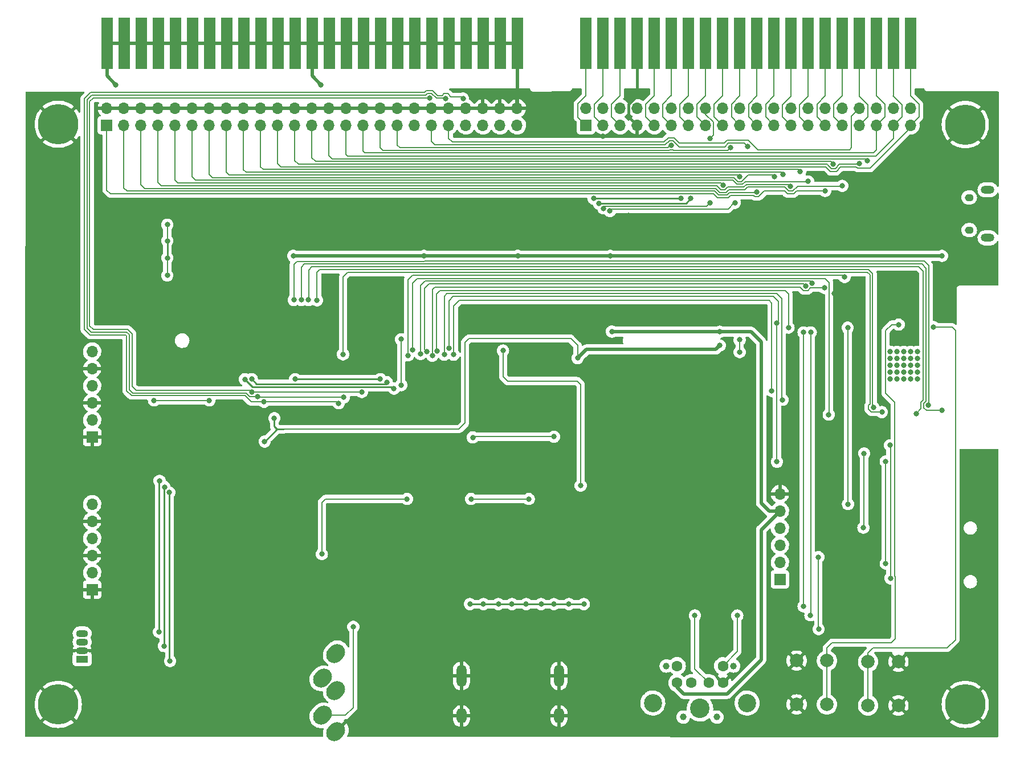
<source format=gbr>
%TF.GenerationSoftware,KiCad,Pcbnew,(6.0.9)*%
%TF.CreationDate,2022-12-28T10:19:48-08:00*%
%TF.ProjectId,NextTRS,4e657874-5452-4532-9e6b-696361645f70,rev?*%
%TF.SameCoordinates,Original*%
%TF.FileFunction,Copper,L2,Bot*%
%TF.FilePolarity,Positive*%
%FSLAX46Y46*%
G04 Gerber Fmt 4.6, Leading zero omitted, Abs format (unit mm)*
G04 Created by KiCad (PCBNEW (6.0.9)) date 2022-12-28 10:19:48*
%MOMM*%
%LPD*%
G01*
G04 APERTURE LIST*
G04 Aperture macros list*
%AMHorizOval*
0 Thick line with rounded ends*
0 $1 width*
0 $2 $3 position (X,Y) of the first rounded end (center of the circle)*
0 $4 $5 position (X,Y) of the second rounded end (center of the circle)*
0 Add line between two ends*
20,1,$1,$2,$3,$4,$5,0*
0 Add two circle primitives to create the rounded ends*
1,1,$1,$2,$3*
1,1,$1,$4,$5*%
G04 Aperture macros list end*
%TA.AperFunction,ComponentPad*%
%ADD10C,0.800000*%
%TD*%
%TA.AperFunction,ComponentPad*%
%ADD11C,6.000000*%
%TD*%
%TA.AperFunction,ComponentPad*%
%ADD12C,2.000000*%
%TD*%
%TA.AperFunction,ComponentPad*%
%ADD13R,1.700000X1.700000*%
%TD*%
%TA.AperFunction,ComponentPad*%
%ADD14O,1.700000X1.700000*%
%TD*%
%TA.AperFunction,ComponentPad*%
%ADD15HorizOval,2.400000X-0.212132X-0.212132X0.212132X0.212132X0*%
%TD*%
%TA.AperFunction,ComponentPad*%
%ADD16O,1.500000X2.300000*%
%TD*%
%TA.AperFunction,ComponentPad*%
%ADD17O,1.500000X3.300000*%
%TD*%
%TA.AperFunction,ComponentPad*%
%ADD18O,1.300000X1.100000*%
%TD*%
%TA.AperFunction,ComponentPad*%
%ADD19O,2.000000X1.200000*%
%TD*%
%TA.AperFunction,ConnectorPad*%
%ADD20R,1.778000X7.620000*%
%TD*%
%TA.AperFunction,ComponentPad*%
%ADD21R,1.800000X1.070000*%
%TD*%
%TA.AperFunction,ComponentPad*%
%ADD22O,1.800000X1.070000*%
%TD*%
%TA.AperFunction,ComponentPad*%
%ADD23C,1.600000*%
%TD*%
%TA.AperFunction,ComponentPad*%
%ADD24C,1.000000*%
%TD*%
%TA.AperFunction,ComponentPad*%
%ADD25C,2.900000*%
%TD*%
%TA.AperFunction,ComponentPad*%
%ADD26C,2.700000*%
%TD*%
%TA.AperFunction,ViaPad*%
%ADD27C,0.800000*%
%TD*%
%TA.AperFunction,Conductor*%
%ADD28C,0.200000*%
%TD*%
%TA.AperFunction,Conductor*%
%ADD29C,0.500380*%
%TD*%
%TA.AperFunction,Conductor*%
%ADD30C,0.381000*%
%TD*%
%TA.AperFunction,Conductor*%
%ADD31C,0.250000*%
%TD*%
G04 APERTURE END LIST*
D10*
%TO.P,H3,1,1*%
%TO.N,GND*%
X163033390Y-146033810D03*
X163692400Y-147624800D03*
X159851410Y-149215790D03*
D11*
X161442400Y-147624800D03*
D10*
X161442400Y-149874800D03*
X163033390Y-149215790D03*
X161442400Y-145374800D03*
X159192400Y-147624800D03*
X159851410Y-146033810D03*
%TD*%
%TO.P,H2,1,1*%
%TO.N,GND*%
X159192400Y-61468000D03*
X163033390Y-59877010D03*
X161442400Y-63718000D03*
X159851410Y-59877010D03*
X163692400Y-61468000D03*
X159851410Y-63058990D03*
X163033390Y-63058990D03*
D11*
X161442400Y-61468000D03*
D10*
X161442400Y-59218000D03*
%TD*%
D12*
%TO.P,SW2,1,1*%
%TO.N,GND*%
X136383200Y-141123600D03*
X136383200Y-147623600D03*
%TO.P,SW2,2,2*%
%TO.N,BUTTON*%
X140883200Y-147623600D03*
X140883200Y-141123600D03*
%TD*%
D13*
%TO.P,J2,1,Pin_1*%
%TO.N,SYSRES_N*%
X105059400Y-61569600D03*
D14*
%TO.P,J2,2,Pin_2*%
%TO.N,RAS_N*%
X105059400Y-59029600D03*
%TO.P,J2,3,Pin_3*%
%TO.N,A10*%
X107599400Y-61569600D03*
%TO.P,J2,4,Pin_4*%
%TO.N,CAS_N*%
X107599400Y-59029600D03*
%TO.P,J2,5,Pin_5*%
%TO.N,A13*%
X110139400Y-61569600D03*
%TO.P,J2,6,Pin_6*%
%TO.N,A12*%
X110139400Y-59029600D03*
%TO.P,J2,7,Pin_7*%
%TO.N,GND*%
X112679400Y-61569600D03*
%TO.P,J2,8,Pin_8*%
%TO.N,A15*%
X112679400Y-59029600D03*
%TO.P,J2,9,Pin_9*%
%TO.N,A14*%
X115219400Y-61569600D03*
%TO.P,J2,10,Pin_10*%
%TO.N,A11*%
X115219400Y-59029600D03*
%TO.P,J2,11,Pin_11*%
%TO.N,OUT_N*%
X117759400Y-61569600D03*
%TO.P,J2,12,Pin_12*%
%TO.N,A8*%
X117759400Y-59029600D03*
%TO.P,J2,13,Pin_13*%
%TO.N,INTACK_N*%
X120299400Y-61569600D03*
%TO.P,J2,14,Pin_14*%
%TO.N,WR_N*%
X120299400Y-59029600D03*
%TO.P,J2,15,Pin_15*%
%TO.N,MUX*%
X122839400Y-61569600D03*
%TO.P,J2,16,Pin_16*%
%TO.N,RD_N*%
X122839400Y-59029600D03*
%TO.P,J2,17,Pin_17*%
%TO.N,D4*%
X125379400Y-61569600D03*
%TO.P,J2,18,Pin_18*%
%TO.N,A9*%
X125379400Y-59029600D03*
%TO.P,J2,19,Pin_19*%
%TO.N,D7*%
X127919400Y-61569600D03*
%TO.P,J2,20,Pin_20*%
%TO.N,IN_N*%
X127919400Y-59029600D03*
%TO.P,J2,21,Pin_21*%
%TO.N,D1*%
X130459400Y-61569600D03*
%TO.P,J2,22,Pin_22*%
%TO.N,INT_N*%
X130459400Y-59029600D03*
%TO.P,J2,23,Pin_23*%
%TO.N,D6*%
X132999400Y-61569600D03*
%TO.P,J2,24,Pin_24*%
%TO.N,TEST_N*%
X132999400Y-59029600D03*
%TO.P,J2,25,Pin_25*%
%TO.N,D3*%
X135539400Y-61569600D03*
%TO.P,J2,26,Pin_26*%
%TO.N,A0*%
X135539400Y-59029600D03*
%TO.P,J2,27,Pin_27*%
%TO.N,D5*%
X138079400Y-61569600D03*
%TO.P,J2,28,Pin_28*%
%TO.N,A1*%
X138079400Y-59029600D03*
%TO.P,J2,29,Pin_29*%
%TO.N,D0*%
X140619400Y-61569600D03*
%TO.P,J2,30,Pin_30*%
%TO.N,GND*%
X140619400Y-59029600D03*
%TO.P,J2,31,Pin_31*%
%TO.N,D2*%
X143159400Y-61569600D03*
%TO.P,J2,32,Pin_32*%
%TO.N,A4*%
X143159400Y-59029600D03*
%TO.P,J2,33,Pin_33*%
%TO.N,A3*%
X145699400Y-61569600D03*
%TO.P,J2,34,Pin_34*%
%TO.N,WAIT_N*%
X145699400Y-59029600D03*
%TO.P,J2,35,Pin_35*%
%TO.N,A7*%
X148239400Y-61569600D03*
%TO.P,J2,36,Pin_36*%
%TO.N,A5*%
X148239400Y-59029600D03*
%TO.P,J2,37,Pin_37*%
%TO.N,A6*%
X150779400Y-61569600D03*
%TO.P,J2,38,Pin_38*%
%TO.N,GND*%
X150779400Y-59029600D03*
%TO.P,J2,39,Pin_39*%
%TO.N,A2*%
X153319400Y-61569600D03*
%TO.P,J2,40,Pin_40*%
%TO.N,5V*%
X153319400Y-59029600D03*
%TD*%
D15*
%TO.P,J10,R*%
%TO.N,Net-(C14-Pad1)*%
X65919599Y-143737999D03*
%TO.P,J10,RN*%
%TO.N,N/C*%
X67919599Y-145537999D03*
%TO.P,J10,S*%
%TO.N,GND*%
X67919599Y-151637999D03*
%TO.P,J10,T*%
%TO.N,Net-(C15-Pad1)*%
X65919599Y-149237999D03*
%TO.P,J10,TN*%
%TO.N,N/C*%
X67919599Y-140037999D03*
%TD*%
D16*
%TO.P,J7,SH,SH*%
%TO.N,GND*%
X101077600Y-149339800D03*
X86577600Y-149339800D03*
D17*
X86577600Y-143379800D03*
X101077600Y-143379800D03*
%TD*%
D13*
%TO.P,J8,1,Pin_1*%
%TO.N,Net-(J8-Pad1)*%
X133900866Y-129039400D03*
D14*
%TO.P,J8,2,Pin_2*%
%TO.N,Net-(J8-Pad2)*%
X133900866Y-126499400D03*
%TO.P,J8,3,Pin_3*%
%TO.N,TXD0*%
X133900866Y-123959400D03*
%TO.P,J8,4,Pin_4*%
%TO.N,RXD0*%
X133900866Y-121419400D03*
%TO.P,J8,5,Pin_5*%
%TO.N,+5V*%
X133900866Y-118879400D03*
%TO.P,J8,6,Pin_6*%
%TO.N,GND*%
X133900866Y-116339400D03*
%TD*%
D12*
%TO.P,SW1,1,1*%
%TO.N,ESP_RESET*%
X147000400Y-141276000D03*
X147000400Y-147776000D03*
%TO.P,SW1,2,2*%
%TO.N,GND*%
X151500400Y-147776000D03*
X151500400Y-141276000D03*
%TD*%
D13*
%TO.P,J5,1,Pin_1*%
%TO.N,GND*%
X31705400Y-130556000D03*
D14*
%TO.P,J5,2,Pin_2*%
%TO.N,VIDEO*%
X31705400Y-128016000D03*
%TO.P,J5,3,Pin_3*%
%TO.N,GND*%
X31705400Y-125476000D03*
%TO.P,J5,4,Pin_4*%
%TO.N,VSYNC*%
X31705400Y-122936000D03*
%TO.P,J5,5,Pin_5*%
%TO.N,GND*%
X31705400Y-120396000D03*
%TO.P,J5,6,Pin_6*%
%TO.N,HSYNC*%
X31705400Y-117856000D03*
%TD*%
D10*
%TO.P,U1,39*%
%TO.N,N/C*%
X150301600Y-96237600D03*
X153301600Y-96237600D03*
X153301600Y-97237600D03*
X150301600Y-97237600D03*
X154301600Y-99237600D03*
X154301600Y-95237600D03*
X150301600Y-98237600D03*
X151301600Y-97237600D03*
X152301600Y-99237600D03*
X150301600Y-99237600D03*
X150301600Y-95237600D03*
X152301600Y-98237600D03*
X152301600Y-97237600D03*
X154301600Y-97237600D03*
X153301600Y-99237600D03*
X151301600Y-99237600D03*
X151301600Y-95237600D03*
X153301600Y-98237600D03*
X154301600Y-98237600D03*
X153301600Y-95237600D03*
X151301600Y-96237600D03*
X152301600Y-96237600D03*
X154301600Y-96237600D03*
X152301600Y-95237600D03*
X151301600Y-98237600D03*
%TD*%
%TO.P,H1,1,1*%
%TO.N,GND*%
X26670000Y-63667200D03*
X25079010Y-63008190D03*
X28920000Y-61417200D03*
D11*
X26670000Y-61417200D03*
D10*
X25079010Y-59826210D03*
X28260990Y-63008190D03*
X28260990Y-59826210D03*
X26670000Y-59167200D03*
X24420000Y-61417200D03*
%TD*%
D18*
%TO.P,J12,*%
%TO.N,*%
X162019700Y-72301800D03*
D19*
X164769700Y-78301800D03*
X164769700Y-71151800D03*
D18*
X162019700Y-77151800D03*
%TD*%
D20*
%TO.P,J4,1,Pin_1*%
%TO.N,SYSRES_N*%
X105054400Y-49428400D03*
%TO.P,J4,3,Pin_3*%
%TO.N,A10*%
X107594400Y-49428400D03*
%TO.P,J4,5,Pin_5*%
%TO.N,A13*%
X110134400Y-49428400D03*
%TO.P,J4,7,Pin_7*%
%TO.N,GND*%
X112674400Y-49428400D03*
%TO.P,J4,9,Pin_9*%
%TO.N,A14*%
X115214400Y-49428400D03*
%TO.P,J4,11,Pin_11*%
%TO.N,OUT_N*%
X117754400Y-49428400D03*
%TO.P,J4,13,Pin_13*%
%TO.N,INTACK_N*%
X120294400Y-49428400D03*
%TO.P,J4,15,Pin_15*%
%TO.N,MUX*%
X122834400Y-49428400D03*
%TO.P,J4,17,Pin_17*%
%TO.N,D4*%
X125374400Y-49428400D03*
%TO.P,J4,19,Pin_19*%
%TO.N,D7*%
X127914400Y-49428400D03*
%TO.P,J4,21,Pin_21*%
%TO.N,D1*%
X130454400Y-49428400D03*
%TO.P,J4,23,Pin_23*%
%TO.N,D6*%
X132994400Y-49428400D03*
%TO.P,J4,25,Pin_25*%
%TO.N,D3*%
X135534400Y-49428400D03*
%TO.P,J4,27,Pin_27*%
%TO.N,D5*%
X138074400Y-49428400D03*
%TO.P,J4,29,Pin_29*%
%TO.N,D0*%
X140614400Y-49428400D03*
%TO.P,J4,31,Pin_31*%
%TO.N,D2*%
X143154400Y-49428400D03*
%TO.P,J4,33,Pin_33*%
%TO.N,A3*%
X145694400Y-49428400D03*
%TO.P,J4,35,Pin_35*%
%TO.N,A7*%
X148234400Y-49428400D03*
%TO.P,J4,37,Pin_37*%
%TO.N,A6*%
X150774400Y-49428400D03*
%TO.P,J4,39,Pin_39*%
%TO.N,A2*%
X153314400Y-49428400D03*
%TD*%
%TO.P,J3,2,Pin_2*%
%TO.N,GND*%
X33909000Y-49428400D03*
%TO.P,J3,4,Pin_4*%
X36449000Y-49428400D03*
%TO.P,J3,6,Pin_6*%
X38989000Y-49428400D03*
%TO.P,J3,8,Pin_8*%
X41529000Y-49428400D03*
%TO.P,J3,10,Pin_10*%
X44069000Y-49428400D03*
%TO.P,J3,12,Pin_12*%
X46609000Y-49428400D03*
%TO.P,J3,14,Pin_14*%
X49149000Y-49428400D03*
%TO.P,J3,16,Pin_16*%
X51689000Y-49428400D03*
%TO.P,J3,18,Pin_18*%
X54229000Y-49428400D03*
%TO.P,J3,20,Pin_20*%
X56769000Y-49428400D03*
%TO.P,J3,22,Pin_22*%
X59309000Y-49428400D03*
%TO.P,J3,24,Pin_24*%
X61849000Y-49428400D03*
%TO.P,J3,26,Pin_26*%
X64389000Y-49428400D03*
%TO.P,J3,28,Pin_28*%
X66929000Y-49428400D03*
%TO.P,J3,30,Pin_30*%
X69469000Y-49428400D03*
%TO.P,J3,32,Pin_32*%
X72009000Y-49428400D03*
%TO.P,J3,34,Pin_34*%
X74549000Y-49428400D03*
%TO.P,J3,36,Pin_36*%
X77089000Y-49428400D03*
%TO.P,J3,38,Pin_38*%
X79629000Y-49428400D03*
%TO.P,J3,40,Pin_40*%
X82169000Y-49428400D03*
%TO.P,J3,42,Pin_42*%
X84709000Y-49428400D03*
%TO.P,J3,44,Pin_44*%
X87249000Y-49428400D03*
%TO.P,J3,46,Pin_46*%
X89789000Y-49428400D03*
%TO.P,J3,48,Pin_48*%
X92329000Y-49428400D03*
%TO.P,J3,50,Pin_50*%
X94869000Y-49428400D03*
%TD*%
D21*
%TO.P,D1,1,RA*%
%TO.N,Net-(D1-Pad1)*%
X30224000Y-140890800D03*
D22*
%TO.P,D1,2,K*%
%TO.N,GND*%
X30224000Y-139620800D03*
%TO.P,D1,3,BA*%
%TO.N,Net-(D1-Pad3)*%
X30224000Y-138350800D03*
%TO.P,D1,4,GA*%
%TO.N,Net-(D1-Pad4)*%
X30224000Y-137080800D03*
%TD*%
D23*
%TO.P,J11,1*%
%TO.N,PS2_DATA*%
X123321600Y-144409600D03*
%TO.P,J11,2*%
%TO.N,unconnected-(J11-Pad2)*%
X120721600Y-144409600D03*
%TO.P,J11,3*%
%TO.N,GND*%
X125421600Y-144409600D03*
%TO.P,J11,4*%
%TO.N,+5V*%
X118621600Y-144409600D03*
%TO.P,J11,5*%
%TO.N,PS2_CLK*%
X125421600Y-141909600D03*
%TO.P,J11,6*%
%TO.N,unconnected-(J11-Pad6)*%
X118621600Y-141909600D03*
D24*
%TO.P,J11,M1*%
%TO.N,N/C*%
X124521600Y-149509600D03*
%TO.P,J11,M2*%
X119521600Y-149509600D03*
%TO.P,J11,M3*%
X127021600Y-141909600D03*
%TO.P,J11,M4*%
X117021600Y-141909600D03*
D25*
%TO.P,J11,S1*%
X122021600Y-148209600D03*
D26*
%TO.P,J11,S2*%
X129021600Y-147409600D03*
%TO.P,J11,S3*%
X115021600Y-147409600D03*
%TD*%
D13*
%TO.P,J1,1,Pin_1*%
%TO.N,D0*%
X33883600Y-61569600D03*
D14*
%TO.P,J1,2,Pin_2*%
%TO.N,GND*%
X33883600Y-59029600D03*
%TO.P,J1,3,Pin_3*%
%TO.N,D1*%
X36423600Y-61569600D03*
%TO.P,J1,4,Pin_4*%
%TO.N,GND*%
X36423600Y-59029600D03*
%TO.P,J1,5,Pin_5*%
%TO.N,D2*%
X38963600Y-61569600D03*
%TO.P,J1,6,Pin_6*%
%TO.N,GND*%
X38963600Y-59029600D03*
%TO.P,J1,7,Pin_7*%
%TO.N,D3*%
X41503600Y-61569600D03*
%TO.P,J1,8,Pin_8*%
%TO.N,GND*%
X41503600Y-59029600D03*
%TO.P,J1,9,Pin_9*%
%TO.N,D4*%
X44043600Y-61569600D03*
%TO.P,J1,10,Pin_10*%
%TO.N,GND*%
X44043600Y-59029600D03*
%TO.P,J1,11,Pin_11*%
%TO.N,D5*%
X46583600Y-61569600D03*
%TO.P,J1,12,Pin_12*%
%TO.N,GND*%
X46583600Y-59029600D03*
%TO.P,J1,13,Pin_13*%
%TO.N,D6*%
X49123600Y-61569600D03*
%TO.P,J1,14,Pin_14*%
%TO.N,GND*%
X49123600Y-59029600D03*
%TO.P,J1,15,Pin_15*%
%TO.N,D7*%
X51663600Y-61569600D03*
%TO.P,J1,16,Pin_16*%
%TO.N,GND*%
X51663600Y-59029600D03*
%TO.P,J1,17,Pin_17*%
%TO.N,A0*%
X54203600Y-61569600D03*
%TO.P,J1,18,Pin_18*%
%TO.N,GND*%
X54203600Y-59029600D03*
%TO.P,J1,19,Pin_19*%
%TO.N,A1*%
X56743600Y-61569600D03*
%TO.P,J1,20,Pin_20*%
%TO.N,GND*%
X56743600Y-59029600D03*
%TO.P,J1,21,Pin_21*%
%TO.N,A2*%
X59283600Y-61569600D03*
%TO.P,J1,22,Pin_22*%
%TO.N,GND*%
X59283600Y-59029600D03*
%TO.P,J1,23,Pin_23*%
%TO.N,A3*%
X61823600Y-61569600D03*
%TO.P,J1,24,Pin_24*%
%TO.N,GND*%
X61823600Y-59029600D03*
%TO.P,J1,25,Pin_25*%
%TO.N,A4*%
X64363600Y-61569600D03*
%TO.P,J1,26,Pin_26*%
%TO.N,GND*%
X64363600Y-59029600D03*
%TO.P,J1,27,Pin_27*%
%TO.N,A5*%
X66903600Y-61569600D03*
%TO.P,J1,28,Pin_28*%
%TO.N,GND*%
X66903600Y-59029600D03*
%TO.P,J1,29,Pin_29*%
%TO.N,A6*%
X69443600Y-61569600D03*
%TO.P,J1,30,Pin_30*%
%TO.N,GND*%
X69443600Y-59029600D03*
%TO.P,J1,31,Pin_31*%
%TO.N,A7*%
X71983600Y-61569600D03*
%TO.P,J1,32,Pin_32*%
%TO.N,GND*%
X71983600Y-59029600D03*
%TO.P,J1,33,Pin_33*%
%TO.N,IN_N*%
X74523600Y-61569600D03*
%TO.P,J1,34,Pin_34*%
%TO.N,GND*%
X74523600Y-59029600D03*
%TO.P,J1,35,Pin_35*%
%TO.N,OUT_N*%
X77063600Y-61569600D03*
%TO.P,J1,36,Pin_36*%
%TO.N,GND*%
X77063600Y-59029600D03*
%TO.P,J1,37,Pin_37*%
%TO.N,RESET_N*%
X79603600Y-61569600D03*
%TO.P,J1,38,Pin_38*%
%TO.N,GND*%
X79603600Y-59029600D03*
%TO.P,J1,39,Pin_39*%
%TO.N,INT_N*%
X82143600Y-61569600D03*
%TO.P,J1,40,Pin_40*%
%TO.N,GND*%
X82143600Y-59029600D03*
%TO.P,J1,41,Pin_41*%
%TO.N,WAIT_N*%
X84683600Y-61569600D03*
%TO.P,J1,42,Pin_42*%
%TO.N,GND*%
X84683600Y-59029600D03*
%TO.P,J1,43,Pin_43*%
%TO.N,EXTIOSEL_N*%
X87223600Y-61569600D03*
%TO.P,J1,44,Pin_44*%
%TO.N,GND*%
X87223600Y-59029600D03*
%TO.P,J1,45,Pin_45*%
%TO.N,unconnected-(J1-Pad45)*%
X89763600Y-61569600D03*
%TO.P,J1,46,Pin_46*%
%TO.N,GND*%
X89763600Y-59029600D03*
%TO.P,J1,47,Pin_47*%
%TO.N,M1_N*%
X92303600Y-61569600D03*
%TO.P,J1,48,Pin_48*%
%TO.N,GND*%
X92303600Y-59029600D03*
%TO.P,J1,49,Pin_49*%
%TO.N,IOREQ_N*%
X94843600Y-61569600D03*
%TO.P,J1,50,Pin_50*%
%TO.N,GND*%
X94843600Y-59029600D03*
%TD*%
D13*
%TO.P,J6,1,Pin_1*%
%TO.N,GND*%
X31705400Y-107899200D03*
D14*
%TO.P,J6,2,Pin_2*%
%TO.N,VIDEO_O*%
X31705400Y-105359200D03*
%TO.P,J6,3,Pin_3*%
%TO.N,GND*%
X31705400Y-102819200D03*
%TO.P,J6,4,Pin_4*%
%TO.N,VSYNC_O*%
X31705400Y-100279200D03*
%TO.P,J6,5,Pin_5*%
%TO.N,GND*%
X31705400Y-97739200D03*
%TO.P,J6,6,Pin_6*%
%TO.N,HSYNC_O*%
X31705400Y-95199200D03*
%TD*%
D10*
%TO.P,H4,1,1*%
%TO.N,GND*%
X26670000Y-149874800D03*
X28920000Y-147624800D03*
X25079010Y-146033810D03*
X26670000Y-145374800D03*
X25079010Y-149215790D03*
X28260990Y-149215790D03*
D11*
X26670000Y-147624800D03*
D10*
X24420000Y-147624800D03*
X28260990Y-146033810D03*
%TD*%
D27*
%TO.N,GND*%
X159105600Y-73406000D03*
%TO.N,CASS_IN*%
X127914400Y-95288100D03*
X78486000Y-117094000D03*
X96583500Y-117094000D03*
X65836800Y-125272800D03*
X127914400Y-93435110D03*
X88011000Y-117094000D03*
%TO.N,GND*%
X112674400Y-79349600D03*
X142002100Y-86563200D03*
X67767200Y-87579200D03*
X99110800Y-109118400D03*
X104775000Y-127360000D03*
X70307200Y-95961200D03*
X153974800Y-84226400D03*
X32766000Y-67665600D03*
X72005050Y-111832250D03*
X74371200Y-75844400D03*
X51160500Y-99415600D03*
X95567500Y-144780000D03*
X62636400Y-125323600D03*
X90322400Y-140360400D03*
X54762400Y-116230400D03*
X111442500Y-74930000D03*
X111709200Y-124307600D03*
X51626100Y-106730800D03*
X50393600Y-91236800D03*
X70358000Y-91236800D03*
X44132500Y-89852500D03*
X98856800Y-79451200D03*
X44132500Y-97472500D03*
X157091910Y-84175600D03*
X110744000Y-113487200D03*
X85039200Y-79349600D03*
X164134800Y-132130800D03*
X65481200Y-91236800D03*
X159207200Y-86004400D03*
X101904800Y-75895200D03*
X112712500Y-89535000D03*
X164134800Y-116586000D03*
X112712500Y-97472500D03*
X70205600Y-131419600D03*
X139344400Y-68897500D03*
X57759600Y-144729200D03*
X28854400Y-67614800D03*
X88036400Y-75844400D03*
X24536400Y-76301600D03*
X65722500Y-55562500D03*
X86995000Y-91440000D03*
X35242500Y-55562500D03*
X153035000Y-64135000D03*
X107632500Y-63182500D03*
X88265000Y-95250000D03*
X70967600Y-102463600D03*
%TO.N,+5V*%
X108936000Y-92222800D03*
X124968000Y-92252800D03*
%TO.N,+3V3*%
X58775600Y-105105200D03*
X124968000Y-94284800D03*
X103835200Y-96164400D03*
X42875200Y-81280000D03*
X42875200Y-83870800D03*
X42875200Y-78740000D03*
X157988000Y-80975200D03*
X94945200Y-80975200D03*
X81026000Y-80975200D03*
X57339900Y-108563899D03*
X42875200Y-76352400D03*
X108712000Y-80975200D03*
X61582300Y-80975200D03*
%TO.N,PS2_DATA*%
X137414000Y-92342700D03*
X137414000Y-133045200D03*
X121259600Y-134416800D03*
%TO.N,PS2_CLK*%
X138430000Y-134366000D03*
X138480800Y-92342700D03*
X127558800Y-134416800D03*
%TO.N,CS_SD*%
X146304000Y-121361200D03*
X146405600Y-110337600D03*
%TO.N,MOSI*%
X135178800Y-91631500D03*
X82979638Y-95130857D03*
X144018000Y-117856000D03*
X143967200Y-91643200D03*
%TO.N,SCK*%
X84722700Y-94732980D03*
X133451600Y-111556800D03*
X149617700Y-111524100D03*
X133451600Y-90932000D03*
X149617700Y-126695200D03*
%TO.N,+3.3V*%
X104775000Y-132715000D03*
X139598400Y-125730000D03*
X96202500Y-132715000D03*
X89852500Y-132715000D03*
X98425000Y-132715000D03*
X94081600Y-132715000D03*
X139649200Y-136432800D03*
X102552500Y-132715000D03*
X87833200Y-132715000D03*
X100330000Y-132715000D03*
X92075000Y-132715000D03*
%TO.N,CASS_OUT*%
X77622400Y-93370400D03*
X77622400Y-100177600D03*
%TO.N,TXD0*%
X61671200Y-87528400D03*
X155956000Y-103174800D03*
%TO.N,RXD0*%
X154131600Y-104389600D03*
X63846476Y-87537524D03*
%TO.N,ESP_RESET*%
X156706300Y-91541600D03*
%TO.N,CS_FPGA*%
X85422200Y-95656400D03*
X132689600Y-101041200D03*
%TO.N,ESP_S0*%
X82245200Y-95808800D03*
X140499422Y-85712978D03*
%TO.N,_A9*%
X88265000Y-107950000D03*
X100330000Y-107848400D03*
%TO.N,ESP_S1*%
X81441420Y-95172306D03*
X137702067Y-85433900D03*
%TO.N,ESP_S2*%
X138684000Y-85027500D03*
X80518000Y-95554800D03*
%TO.N,ESP_S3*%
X141153704Y-104567797D03*
X79337900Y-94965770D03*
%TO.N,REQ*%
X78638400Y-95758000D03*
X143510000Y-84113100D03*
%TO.N,DONE*%
X149051600Y-104186400D03*
X68986400Y-95605600D03*
%TO.N,ABUS_EN*%
X92760800Y-95046800D03*
X104292400Y-115112800D03*
%TO.N,D0*%
X140619400Y-71311500D03*
%TO.N,D1*%
X130459400Y-71463900D03*
%TO.N,D2*%
X143159400Y-70566200D03*
%TO.N,D3*%
X135483600Y-70651100D03*
%TO.N,D4*%
X125425200Y-70447500D03*
%TO.N,D5*%
X138079400Y-69905800D03*
%TO.N,D6*%
X133045200Y-69241100D03*
%TO.N,D7*%
X127919400Y-69241100D03*
%TO.N,A0*%
X134389400Y-68841100D03*
%TO.N,A1*%
X136929400Y-68441100D03*
%TO.N,A3*%
X145699400Y-67241100D03*
%TO.N,A4*%
X141833600Y-67310000D03*
%TO.N,A5*%
X146849400Y-66841100D03*
%TO.N,IN_N*%
X127203200Y-73101200D03*
X126529400Y-64909000D03*
X108635205Y-74309700D03*
%TO.N,OUT_N*%
X117754400Y-64555100D03*
X119208900Y-72460700D03*
X106222800Y-72460700D03*
%TO.N,EXTIOSEL_N*%
X86817200Y-57607200D03*
X68326000Y-102870000D03*
X57251600Y-102655100D03*
%TO.N,WR_N*%
X106976500Y-73185200D03*
X120658400Y-72460700D03*
%TO.N,RD_N*%
X107676919Y-73909700D03*
X123479900Y-73101200D03*
X123479900Y-63500000D03*
%TO.N,INT_N*%
X55403688Y-101174338D03*
X81838800Y-57505600D03*
X129133600Y-64719200D03*
X71780400Y-101193600D03*
%TO.N,WAIT_N*%
X84251800Y-57581800D03*
X56286400Y-101893100D03*
X69088000Y-102006400D03*
%TO.N,MISO*%
X134291782Y-102357742D03*
X150317200Y-128879600D03*
X84023200Y-95656400D03*
X150266400Y-109118400D03*
%TO.N,INT*%
X74530864Y-99294100D03*
X61874400Y-99294100D03*
%TO.N,WAIT*%
X55427099Y-99303601D03*
X75488800Y-99744100D03*
%TO.N,EXTIOSEL*%
X76555600Y-100685600D03*
X54406800Y-99307900D03*
%TO.N,LED_RED*%
X43180000Y-116128800D03*
X43281600Y-141173200D03*
%TO.N,LED_GREEN*%
X41731000Y-114401600D03*
X41642700Y-136855200D03*
%TO.N,LED_BLUE*%
X42367200Y-138938000D03*
X42455500Y-115316000D03*
%TO.N,BUTTON*%
X151536400Y-91186000D03*
%TO.N,VIDEOX*%
X40907300Y-102439100D03*
X49111500Y-102439100D03*
%TO.N,Net-(C15-Pad1)*%
X70510400Y-136093200D03*
%TO.N,JTAG_TMS*%
X65125600Y-87579200D03*
X147781600Y-103484000D03*
%TO.N,JTAG_TCK*%
X157941600Y-103932400D03*
X62788800Y-87528400D03*
%TD*%
D28*
%TO.N,CASS_IN*%
X96583500Y-117094000D02*
X88011000Y-117094000D01*
X65836800Y-117602000D02*
X65836800Y-125272800D01*
X66344800Y-117094000D02*
X65836800Y-117602000D01*
X78486000Y-117094000D02*
X66344800Y-117094000D01*
X127914400Y-93435110D02*
X127914400Y-95288100D01*
D29*
%TO.N,GND*%
X89763600Y-59029600D02*
X92303600Y-59029600D01*
X59309000Y-49428400D02*
X61849000Y-49428400D01*
X66929000Y-49428400D02*
X69469000Y-49428400D01*
X79629000Y-49428400D02*
X82169000Y-49428400D01*
X54203600Y-59029600D02*
X56743600Y-59029600D01*
X87249000Y-49428400D02*
X89789000Y-49428400D01*
D30*
X111404400Y-58470800D02*
X112674400Y-57200800D01*
D29*
X41529000Y-49428400D02*
X44069000Y-49428400D01*
D30*
X112679404Y-61569600D02*
X111404400Y-60294596D01*
D29*
X82169000Y-49428400D02*
X84709000Y-49428400D01*
X77063600Y-59029600D02*
X79603600Y-59029600D01*
X69443600Y-59029600D02*
X71983600Y-59029600D01*
X92303600Y-59029600D02*
X94843600Y-59029600D01*
X64389000Y-49428400D02*
X66929000Y-49428400D01*
X82143600Y-59029600D02*
X84683600Y-59029600D01*
X64363600Y-59029600D02*
X66903600Y-59029600D01*
X41503600Y-59029600D02*
X44043600Y-59029600D01*
X61849000Y-49428400D02*
X64389000Y-49428400D01*
X44043600Y-59029600D02*
X46583600Y-59029600D01*
X77089000Y-49428400D02*
X79629000Y-49428400D01*
X49123600Y-59029600D02*
X51663600Y-59029600D01*
X74523600Y-59029600D02*
X77063600Y-59029600D01*
X35242500Y-55562500D02*
X33909000Y-54229000D01*
X71983600Y-59029600D02*
X74523600Y-59029600D01*
X66903600Y-59029600D02*
X69443600Y-59029600D01*
X84709000Y-49428400D02*
X87249000Y-49428400D01*
X46583600Y-59029600D02*
X49123600Y-59029600D01*
X33909000Y-49428400D02*
X36449000Y-49428400D01*
X59309000Y-49428400D02*
X56769000Y-49428400D01*
X61823600Y-59029600D02*
X64363600Y-59029600D01*
X69469000Y-49428400D02*
X72009000Y-49428400D01*
X56743600Y-59029600D02*
X59283600Y-59029600D01*
X46609000Y-49428400D02*
X49149000Y-49428400D01*
X36449000Y-49428400D02*
X38989000Y-49428400D01*
X38989000Y-49428400D02*
X41529000Y-49428400D01*
X92329000Y-49428400D02*
X94869000Y-49428400D01*
X65722500Y-55562500D02*
X64389000Y-54229000D01*
X72009000Y-49428400D02*
X74549000Y-49428400D01*
X44069000Y-49428400D02*
X46609000Y-49428400D01*
X33883600Y-59029600D02*
X36423600Y-59029600D01*
X49149000Y-49428400D02*
X51689000Y-49428400D01*
X33909000Y-54229000D02*
X33909000Y-49428400D01*
D30*
X111404400Y-60294596D02*
X111404400Y-58470800D01*
D29*
X94869000Y-49428400D02*
X94869000Y-59004200D01*
X36423600Y-59029600D02*
X38963600Y-59029600D01*
X59283600Y-59029600D02*
X61823600Y-59029600D01*
X38963600Y-59029600D02*
X41503600Y-59029600D01*
X54229000Y-49428400D02*
X56769000Y-49428400D01*
X87223600Y-59029600D02*
X89763600Y-59029600D01*
X84683600Y-59029600D02*
X87223600Y-59029600D01*
D30*
X112674400Y-57200800D02*
X112674400Y-49428400D01*
D29*
X89789000Y-49428400D02*
X92329000Y-49428400D01*
X51689000Y-49428400D02*
X54229000Y-49428400D01*
X51663600Y-59029600D02*
X54203600Y-59029600D01*
X64389000Y-54229000D02*
X64389000Y-49428400D01*
X79603600Y-59029600D02*
X82143600Y-59029600D01*
X74549000Y-49428400D02*
X77089000Y-49428400D01*
%TO.N,+5V*%
X131114800Y-117703600D02*
X132290600Y-118879400D01*
X124968000Y-92252800D02*
X129590800Y-92252800D01*
X131114800Y-93776800D02*
X131114800Y-117703600D01*
X132290600Y-118879400D02*
X133900866Y-118879400D01*
X108957709Y-92244509D02*
X108936000Y-92222800D01*
X131114800Y-121665466D02*
X133900866Y-118879400D01*
X118621600Y-144409600D02*
X118621600Y-145037600D01*
X119634000Y-146050000D02*
X126047500Y-146050000D01*
X129590800Y-92252800D02*
X131114800Y-93776800D01*
X126047500Y-146050000D02*
X131114800Y-140982700D01*
X118621600Y-145037600D02*
X119634000Y-146050000D01*
X131114800Y-140982700D02*
X131114800Y-121665466D01*
X124959709Y-92244509D02*
X108957709Y-92244509D01*
X124968000Y-92252800D02*
X124959709Y-92244509D01*
D31*
%TO.N,+3V3*%
X42875200Y-78740000D02*
X42875200Y-81280000D01*
X58775600Y-106324400D02*
X59182000Y-106730800D01*
D29*
X124357909Y-94894891D02*
X105104709Y-94894891D01*
D31*
X57339900Y-108563899D02*
X57348901Y-108563899D01*
D29*
X94945200Y-80975200D02*
X81026000Y-80975200D01*
X105104709Y-94894891D02*
X103835200Y-96164400D01*
X81026000Y-80975200D02*
X61582300Y-80975200D01*
D28*
X102819200Y-93268800D02*
X87680800Y-93268800D01*
X103835200Y-96164400D02*
X103835200Y-94284800D01*
D31*
X58775600Y-105105200D02*
X58775600Y-106324400D01*
D28*
X86207600Y-106730800D02*
X60198000Y-106730800D01*
X103835200Y-94284800D02*
X102819200Y-93268800D01*
X42875200Y-76352400D02*
X42875200Y-78740000D01*
X42875200Y-83870800D02*
X42875200Y-81280000D01*
D29*
X108712000Y-80975200D02*
X94945200Y-80975200D01*
D28*
X87122000Y-93827600D02*
X87122000Y-105816400D01*
X87122000Y-105816400D02*
X86207600Y-106730800D01*
D31*
X57348901Y-108563899D02*
X59182000Y-106730800D01*
D28*
X87680800Y-93268800D02*
X87122000Y-93827600D01*
D31*
X59182000Y-106730800D02*
X60198000Y-106730800D01*
D29*
X124968000Y-94284800D02*
X124357909Y-94894891D01*
X157988000Y-80975200D02*
X108712000Y-80975200D01*
D28*
%TO.N,PS2_DATA*%
X121259600Y-142347600D02*
X123321600Y-144409600D01*
X121259600Y-134416800D02*
X121259600Y-142347600D01*
X137414000Y-92342700D02*
X137414000Y-133045200D01*
%TO.N,PS2_CLK*%
X127558800Y-134416800D02*
X127558800Y-139772400D01*
X127558800Y-139772400D02*
X125421600Y-141909600D01*
X138480800Y-92342700D02*
X138480800Y-134315200D01*
X138480800Y-134315200D02*
X138430000Y-134366000D01*
%TO.N,CS_SD*%
X146405600Y-110337600D02*
X146405600Y-121259600D01*
X146405600Y-121259600D02*
X146304000Y-121361200D01*
%TO.N,MOSI*%
X144018000Y-91694000D02*
X143967200Y-91643200D01*
X83413600Y-86106000D02*
X82905600Y-86614000D01*
X135178800Y-91631500D02*
X135178800Y-86614000D01*
X135178800Y-86614000D02*
X134670800Y-86106000D01*
X82905600Y-86614000D02*
X82905600Y-95056819D01*
X134670800Y-86106000D02*
X83413600Y-86106000D01*
X82905600Y-95056819D02*
X82979638Y-95130857D01*
X144018000Y-117856000D02*
X144018000Y-91694000D01*
%TO.N,SCK*%
X133451600Y-90932000D02*
X133451600Y-111556800D01*
X133705600Y-87782400D02*
X133705600Y-90678000D01*
X85344000Y-87020400D02*
X132943600Y-87020400D01*
X132943600Y-87020400D02*
X133705600Y-87782400D01*
X149617700Y-111524100D02*
X149617700Y-126695200D01*
X133705600Y-90678000D02*
X133451600Y-90932000D01*
X84722700Y-87641700D02*
X85344000Y-87020400D01*
X84722700Y-94732980D02*
X84722700Y-87641700D01*
D31*
%TO.N,+3.3V*%
X87833200Y-132715000D02*
X102552500Y-132715000D01*
D28*
X139598400Y-136382000D02*
X139649200Y-136432800D01*
D31*
X104775000Y-132715000D02*
X102552500Y-132715000D01*
D28*
X139598400Y-125730000D02*
X139598400Y-136382000D01*
%TO.N,CASS_OUT*%
X77622400Y-100177600D02*
X77622400Y-93370400D01*
%TO.N,TXD0*%
X81052050Y-81788000D02*
X62128400Y-81788000D01*
X155956000Y-103174800D02*
X156006800Y-103124000D01*
X155346400Y-81737200D02*
X81102850Y-81737200D01*
X62128400Y-81788000D02*
X61671200Y-82245200D01*
X81102850Y-81737200D02*
X81052050Y-81788000D01*
X61671200Y-82245200D02*
X61671200Y-87528400D01*
X156006800Y-103124000D02*
X156006800Y-82397600D01*
X156006800Y-82397600D02*
X155346400Y-81737200D01*
%TO.N,RXD0*%
X63906400Y-87477600D02*
X63846476Y-87537524D01*
X64363600Y-82600800D02*
X63906400Y-83058000D01*
X63906400Y-83058000D02*
X63906400Y-87477600D01*
X154856000Y-103665200D02*
X154856000Y-102719164D01*
X154131600Y-104389600D02*
X154856000Y-103665200D01*
X155206800Y-102368364D02*
X155206800Y-83274000D01*
X155206800Y-83274000D02*
X154533600Y-82600800D01*
X154533600Y-82600800D02*
X64363600Y-82600800D01*
X154856000Y-102719164D02*
X155206800Y-102368364D01*
%TO.N,ESP_RESET*%
X159969200Y-92049600D02*
X159461200Y-91541600D01*
X147000400Y-139968800D02*
X147726400Y-139242800D01*
X147000400Y-141276000D02*
X147000400Y-139968800D01*
X158750000Y-139242800D02*
X159969200Y-138023600D01*
X147000400Y-141276000D02*
X147000400Y-147776000D01*
X147726400Y-139242800D02*
X158750000Y-139242800D01*
X159461200Y-91541600D02*
X156706300Y-91541600D01*
X159969200Y-138023600D02*
X159969200Y-92049600D01*
%TO.N,CS_FPGA*%
X132283200Y-87579200D02*
X132689600Y-87985600D01*
X86258400Y-87579200D02*
X132283200Y-87579200D01*
X85445600Y-95633000D02*
X85445600Y-88392000D01*
X132689600Y-101041200D02*
X132689600Y-87985600D01*
X85445600Y-88392000D02*
X86258400Y-87579200D01*
X85422200Y-95656400D02*
X85445600Y-95633000D01*
%TO.N,ESP_S0*%
X82651600Y-85598000D02*
X82245200Y-86004400D01*
X82245200Y-86004400D02*
X82245200Y-95808800D01*
X138452900Y-85727500D02*
X138046500Y-86133900D01*
X137391100Y-86133900D02*
X136855200Y-85598000D01*
X136855200Y-85598000D02*
X82651600Y-85598000D01*
X140484900Y-85727500D02*
X138452900Y-85727500D01*
X138046500Y-86133900D02*
X137391100Y-86133900D01*
X140499422Y-85712978D02*
X140484900Y-85727500D01*
%TO.N,_A9*%
X100330000Y-107848400D02*
X88366600Y-107848400D01*
X88366600Y-107848400D02*
X88265000Y-107950000D01*
%TO.N,ESP_S1*%
X137402567Y-85134400D02*
X137702067Y-85433900D01*
X81127600Y-85801200D02*
X81794400Y-85134400D01*
X81794400Y-85134400D02*
X137402567Y-85134400D01*
X81441420Y-95172306D02*
X81127600Y-94858486D01*
X81127600Y-94858486D02*
X81127600Y-85801200D01*
%TO.N,ESP_S2*%
X80518000Y-85394800D02*
X81178400Y-84734400D01*
X138390900Y-84734400D02*
X138684000Y-85027500D01*
X81178400Y-84734400D02*
X138390900Y-84734400D01*
X80518000Y-95554800D02*
X80518000Y-85394800D01*
%TO.N,ESP_S3*%
X79337900Y-85000100D02*
X80010000Y-84328000D01*
X141199422Y-84939425D02*
X141199422Y-104522079D01*
X141199422Y-104522079D02*
X141153704Y-104567797D01*
X79337900Y-94965770D02*
X79337900Y-85000100D01*
X140587997Y-84328000D02*
X141199422Y-84939425D01*
X80010000Y-84328000D02*
X140587997Y-84328000D01*
%TO.N,REQ*%
X143267700Y-83870800D02*
X143510000Y-84113100D01*
X78638400Y-95758000D02*
X78638400Y-84531200D01*
X78638400Y-84531200D02*
X79298800Y-83870800D01*
X79298800Y-83870800D02*
X143267700Y-83870800D01*
%TO.N,DONE*%
X147275600Y-103000050D02*
X147275600Y-83782486D01*
X147494050Y-104186400D02*
X147081600Y-103773950D01*
X149051600Y-104186400D02*
X147494050Y-104186400D01*
X147081600Y-103194050D02*
X147275600Y-103000050D01*
X68986400Y-84124800D02*
X68986400Y-95605600D01*
X147081600Y-103773950D02*
X147081600Y-103194050D01*
X147275600Y-83782486D02*
X146906714Y-83413600D01*
X146906714Y-83413600D02*
X69697600Y-83413600D01*
X69697600Y-83413600D02*
X68986400Y-84124800D01*
%TO.N,ABUS_EN*%
X93421200Y-99568000D02*
X103784400Y-99568000D01*
X104292400Y-100076000D02*
X104292400Y-115112800D01*
X92760800Y-98907600D02*
X93421200Y-99568000D01*
X92760800Y-95046800D02*
X92760800Y-98907600D01*
X103784400Y-99568000D02*
X104292400Y-100076000D01*
%TO.N,D0*%
X130169450Y-72163900D02*
X129982750Y-71977200D01*
X139395200Y-60345400D02*
X139395200Y-58420000D01*
X33883600Y-71221600D02*
X33883600Y-61569600D01*
X135939235Y-71751100D02*
X135027964Y-71751100D01*
X140619400Y-71311500D02*
X140607700Y-71323200D01*
X126212205Y-72347500D02*
X124638193Y-72347500D01*
X124638193Y-72347500D02*
X124051892Y-71761200D01*
X124051892Y-71761200D02*
X34423200Y-71761200D01*
X140607700Y-71323200D02*
X136367136Y-71323200D01*
X131590050Y-71323200D02*
X130749350Y-72163900D01*
X130749350Y-72163900D02*
X130169450Y-72163900D01*
X136367136Y-71323200D02*
X135939235Y-71751100D01*
X34423200Y-71761200D02*
X33883600Y-71221600D01*
X140614400Y-57200800D02*
X140614400Y-49428400D01*
X129982750Y-71977200D02*
X126582505Y-71977200D01*
X134600064Y-71323200D02*
X131590050Y-71323200D01*
X139395200Y-58420000D02*
X140614400Y-57200800D01*
X140619400Y-61569600D02*
X139395200Y-60345400D01*
X135027964Y-71751100D02*
X134600064Y-71323200D01*
X126582505Y-71977200D02*
X126212205Y-72347500D01*
%TO.N,D1*%
X129235200Y-60345400D02*
X129235200Y-58420000D01*
X130346100Y-71577200D02*
X126416821Y-71577200D01*
X124217578Y-71361200D02*
X36868000Y-71361200D01*
X126416821Y-71577200D02*
X126046520Y-71947500D01*
X129235200Y-58420000D02*
X130454400Y-57200800D01*
X36423600Y-70916800D02*
X36423600Y-61569600D01*
X124803878Y-71947500D02*
X124217578Y-71361200D01*
X36868000Y-71361200D02*
X36423600Y-70916800D01*
X130454400Y-57200800D02*
X130454400Y-49428400D01*
X130459400Y-71463900D02*
X130346100Y-71577200D01*
X130459400Y-61569600D02*
X129235200Y-60345400D01*
X126046520Y-71947500D02*
X124803878Y-71947500D01*
%TO.N,D2*%
X143154400Y-57200800D02*
X143154400Y-49428400D01*
X143159400Y-70566200D02*
X143113600Y-70612000D01*
X124383264Y-70961200D02*
X39566800Y-70961200D01*
X39566800Y-70961200D02*
X38963600Y-70358000D01*
X128706405Y-71141100D02*
X126287236Y-71141100D01*
X141884400Y-58470800D02*
X143154400Y-57200800D01*
X135773550Y-71351100D02*
X135193650Y-71351100D01*
X129083106Y-70764400D02*
X128706405Y-71141100D01*
X38963600Y-70358000D02*
X38963600Y-61569600D01*
X126287236Y-71141100D02*
X125880835Y-71547500D01*
X135193650Y-71351100D02*
X134606950Y-70764400D01*
X136512650Y-70612000D02*
X135773550Y-71351100D01*
X143159400Y-61569600D02*
X141884400Y-60294600D01*
X141884400Y-60294600D02*
X141884400Y-58470800D01*
X125880835Y-71547500D02*
X124969564Y-71547500D01*
X134606950Y-70764400D02*
X129083106Y-70764400D01*
X124969564Y-71547500D02*
X124383264Y-70961200D01*
X143113600Y-70612000D02*
X136512650Y-70612000D01*
%TO.N,D3*%
X135539400Y-61569600D02*
X134264400Y-60294600D01*
X126121550Y-70741100D02*
X128540720Y-70741100D01*
X135534400Y-57251600D02*
X135534400Y-49428400D01*
X41503600Y-61569600D02*
X41503600Y-70053200D01*
X128923821Y-70358000D02*
X135190500Y-70358000D01*
X124548950Y-70561200D02*
X125135250Y-71147500D01*
X134264400Y-60294600D02*
X134264400Y-58521600D01*
X128540720Y-70741100D02*
X128923821Y-70358000D01*
X41503600Y-70053200D02*
X42011600Y-70561200D01*
X125715150Y-71147500D02*
X126121550Y-70741100D01*
X42011600Y-70561200D02*
X124548950Y-70561200D01*
X134264400Y-58521600D02*
X135534400Y-57251600D01*
X125135250Y-71147500D02*
X125715150Y-71147500D01*
X135190500Y-70358000D02*
X135483600Y-70651100D01*
%TO.N,D4*%
X44043600Y-61569600D02*
X44043600Y-69748400D01*
X44443200Y-70148000D02*
X125125700Y-70148000D01*
X124104400Y-60294600D02*
X124104400Y-58470800D01*
X125125700Y-70148000D02*
X125425200Y-70447500D01*
X124104400Y-58470800D02*
X125374400Y-57200800D01*
X44043600Y-69748400D02*
X44443200Y-70148000D01*
X125374400Y-57200800D02*
X125374400Y-49428400D01*
X125379400Y-61569600D02*
X124104400Y-60294600D01*
%TO.N,D5*%
X127463764Y-70341100D02*
X126870664Y-69748000D01*
X136804400Y-60294600D02*
X136804400Y-58521600D01*
X138079400Y-61569600D02*
X136804400Y-60294600D01*
X128375035Y-70341100D02*
X127463764Y-70341100D01*
X138033600Y-69951600D02*
X128764536Y-69951600D01*
X136804400Y-58521600D02*
X138074400Y-57251600D01*
X138074400Y-57251600D02*
X138074400Y-49428400D01*
X138079400Y-69905800D02*
X138033600Y-69951600D01*
X46583600Y-69240400D02*
X46583600Y-61569600D01*
X126870664Y-69748000D02*
X47091200Y-69748000D01*
X47091200Y-69748000D02*
X46583600Y-69240400D01*
X128764536Y-69951600D02*
X128375035Y-70341100D01*
%TO.N,D6*%
X132994400Y-57200800D02*
X132994400Y-49428400D01*
X129208850Y-68941600D02*
X132745700Y-68941600D01*
X68069396Y-69342000D02*
X127030350Y-69342000D01*
X132745700Y-68941600D02*
X133045200Y-69241100D01*
X49586800Y-69348000D02*
X68063396Y-69348000D01*
X132999400Y-61569600D02*
X131775200Y-60345400D01*
X49123600Y-61569600D02*
X49123600Y-68884800D01*
X128209350Y-69941100D02*
X129208850Y-68941600D01*
X127629450Y-69941100D02*
X128209350Y-69941100D01*
X68063396Y-69348000D02*
X68069396Y-69342000D01*
X131775200Y-58420000D02*
X132994400Y-57200800D01*
X131775200Y-60345400D02*
X131775200Y-58420000D01*
X127030350Y-69342000D02*
X127629450Y-69941100D01*
X49123600Y-68884800D02*
X49586800Y-69348000D01*
%TO.N,D7*%
X127914400Y-57200800D02*
X127914400Y-49428400D01*
X127619900Y-68941600D02*
X67904111Y-68941600D01*
X67897711Y-68948000D02*
X52082400Y-68948000D01*
X51663600Y-68529200D02*
X51663600Y-61569600D01*
X126695200Y-58420000D02*
X127914400Y-57200800D01*
X127919400Y-69241100D02*
X127619900Y-68941600D01*
X126695200Y-60345400D02*
X126695200Y-58420000D01*
X52082400Y-68948000D02*
X51663600Y-68529200D01*
X127919400Y-61569600D02*
X126695200Y-60345400D01*
X67904111Y-68941600D02*
X67897711Y-68948000D01*
%TO.N,A0*%
X134389400Y-68841100D02*
X134089900Y-68541600D01*
X54578000Y-68548000D02*
X54203600Y-68173600D01*
X54203600Y-68173600D02*
X54203600Y-61569600D01*
X67732026Y-68548000D02*
X54578000Y-68548000D01*
X67738426Y-68541600D02*
X67732026Y-68548000D01*
X134089900Y-68541600D02*
X67738426Y-68541600D01*
%TO.N,A1*%
X136929400Y-68441100D02*
X136629900Y-68141600D01*
X136629900Y-68141600D02*
X67572741Y-68141600D01*
X67572741Y-68141600D02*
X67566341Y-68148000D01*
X56743600Y-67767200D02*
X56743600Y-61569600D01*
X57124400Y-68148000D02*
X56743600Y-67767200D01*
X67566341Y-68148000D02*
X57124400Y-68148000D01*
%TO.N,A2*%
X142938436Y-67760800D02*
X145229150Y-67760800D01*
X154584400Y-58470800D02*
X153314400Y-57200800D01*
X153314400Y-57200800D02*
X153314400Y-49428400D01*
X145409450Y-67941100D02*
X147323900Y-67941100D01*
X142289236Y-68410000D02*
X142938436Y-67760800D01*
X59283600Y-67259200D02*
X59772400Y-67748000D01*
X141377964Y-68410000D02*
X142289236Y-68410000D01*
X154584400Y-60304600D02*
X154584400Y-58470800D01*
X145229150Y-67760800D02*
X145409450Y-67941100D01*
X153319400Y-61569600D02*
X154584400Y-60304600D01*
X147323900Y-67941100D02*
X153319400Y-61945600D01*
X140709564Y-67741600D02*
X141377964Y-68410000D01*
X67400656Y-67748000D02*
X67407056Y-67741600D01*
X59772400Y-67748000D02*
X67400656Y-67748000D01*
X67407056Y-67741600D02*
X140709564Y-67741600D01*
X59283600Y-61569600D02*
X59283600Y-67259200D01*
%TO.N,A3*%
X67234971Y-67348000D02*
X62369600Y-67348000D01*
X140900000Y-67341600D02*
X67241371Y-67341600D01*
X141543650Y-68010000D02*
X141020800Y-67487150D01*
X67241371Y-67341600D02*
X67234971Y-67348000D01*
X141020800Y-67487150D02*
X141020800Y-67462400D01*
X142772750Y-67360800D02*
X142123550Y-68010000D01*
X145579700Y-67360800D02*
X142772750Y-67360800D01*
X146964400Y-60304600D02*
X146964400Y-58521600D01*
X145694400Y-57251600D02*
X145694400Y-49428400D01*
X141020800Y-67462400D02*
X140900000Y-67341600D01*
X145699400Y-61569600D02*
X146964400Y-60304600D01*
X61823600Y-66802000D02*
X61823600Y-61569600D01*
X142123550Y-68010000D02*
X141543650Y-68010000D01*
X62369600Y-67348000D02*
X61823600Y-66802000D01*
X146964400Y-58521600D02*
X145694400Y-57251600D01*
X145699400Y-67241100D02*
X145579700Y-67360800D01*
%TO.N,A4*%
X64916000Y-66948000D02*
X64363600Y-66395600D01*
X141465200Y-66941600D02*
X67075686Y-66941600D01*
X67075686Y-66941600D02*
X67069286Y-66948000D01*
X64363600Y-66395600D02*
X64363600Y-61569600D01*
X141833600Y-67310000D02*
X141465200Y-66941600D01*
X67069286Y-66948000D02*
X64916000Y-66948000D01*
%TO.N,A5*%
X66903600Y-66090800D02*
X66903600Y-61569600D01*
X67354400Y-66541600D02*
X66903600Y-66090800D01*
X146549900Y-66541600D02*
X67354400Y-66541600D01*
X146849400Y-66841100D02*
X146549900Y-66541600D01*
%TO.N,A6*%
X148170900Y-66141600D02*
X150779400Y-63533100D01*
X152044400Y-60304600D02*
X152044400Y-58521600D01*
X69443600Y-65887600D02*
X69697600Y-66141600D01*
X150723600Y-57200800D02*
X150774400Y-57150000D01*
X69443600Y-61569600D02*
X69443600Y-65887600D01*
X150779400Y-61569600D02*
X152044400Y-60304600D01*
X69697600Y-66141600D02*
X148170900Y-66141600D01*
X150774400Y-57150000D02*
X150774400Y-49428400D01*
X150779400Y-63533100D02*
X150779400Y-61569600D01*
X152044400Y-58521600D02*
X150723600Y-57200800D01*
%TO.N,A7*%
X147777200Y-65684400D02*
X148239400Y-65222200D01*
X71983600Y-61569600D02*
X71983600Y-65430400D01*
X149504400Y-58470800D02*
X148234400Y-57200800D01*
X148239400Y-65222200D02*
X148239400Y-61569600D01*
X149504400Y-60304600D02*
X149504400Y-58470800D01*
X72237600Y-65684400D02*
X147777200Y-65684400D01*
X148234400Y-57200800D02*
X148234400Y-49428400D01*
X71983600Y-65430400D02*
X72237600Y-65684400D01*
X148239400Y-61569600D02*
X149504400Y-60304600D01*
%TO.N,IN_N*%
X126504000Y-64934400D02*
X126154000Y-65284400D01*
X108934705Y-74010200D02*
X108635205Y-74309700D01*
X74523600Y-64871600D02*
X74523600Y-61569600D01*
X74936400Y-65284400D02*
X74523600Y-64871600D01*
X117435150Y-65284400D02*
X74936400Y-65284400D01*
X126192600Y-74010200D02*
X108934705Y-74010200D01*
X118044350Y-65255100D02*
X117464450Y-65255100D01*
X117464450Y-65255100D02*
X117435150Y-65284400D01*
X127203200Y-73101200D02*
X127101600Y-73101200D01*
X126154000Y-65284400D02*
X118073650Y-65284400D01*
X126529400Y-64909000D02*
X126504000Y-64934400D01*
X127101600Y-73101200D02*
X126192600Y-74010200D01*
X118073650Y-65284400D02*
X118044350Y-65255100D01*
%TO.N,OUT_N*%
X117759400Y-61569600D02*
X116484400Y-60294600D01*
X117754400Y-57200800D02*
X117754400Y-49428400D01*
X77432000Y-64884400D02*
X117269464Y-64884400D01*
X116484400Y-58420000D02*
X117703600Y-57200800D01*
X77063600Y-64516000D02*
X77432000Y-64884400D01*
X117269464Y-64884400D02*
X117598764Y-64555100D01*
X77063600Y-61569600D02*
X77063600Y-64516000D01*
X116484400Y-60294600D02*
X116484400Y-58420000D01*
X117703600Y-57200800D02*
X117754400Y-57200800D01*
D31*
X106222800Y-72460700D02*
X119208900Y-72460700D01*
D28*
X117598764Y-64555100D02*
X117754400Y-64555100D01*
%TO.N,EXTIOSEL_N*%
X36830000Y-101004172D02*
X36830000Y-92862400D01*
X81383165Y-56405600D02*
X82294436Y-56405600D01*
X36830000Y-92862400D02*
X36677600Y-92710000D01*
X37565429Y-101739600D02*
X36830000Y-101004172D01*
X31469430Y-56705600D02*
X81083164Y-56705600D01*
X68072000Y-102616000D02*
X68326000Y-102870000D01*
X82294436Y-56405600D02*
X83038836Y-57150000D01*
X85013150Y-57353200D02*
X86563200Y-57353200D01*
X30539927Y-91862413D02*
X30539927Y-57635102D01*
X84541750Y-56881800D02*
X85013150Y-57353200D01*
X83693650Y-57150000D02*
X83961850Y-56881800D01*
X36677600Y-92710000D02*
X31387514Y-92710000D01*
X57239900Y-102666800D02*
X55321200Y-102666800D01*
X86563200Y-57353200D02*
X86817200Y-57607200D01*
X30539927Y-57635102D02*
X31469430Y-56705600D01*
X83038836Y-57150000D02*
X83693650Y-57150000D01*
X57290700Y-102616000D02*
X68072000Y-102616000D01*
X31387514Y-92710000D02*
X30539927Y-91862413D01*
X57251600Y-102655100D02*
X57290700Y-102616000D01*
X57251600Y-102655100D02*
X57239900Y-102666800D01*
X83961850Y-56881800D02*
X84541750Y-56881800D01*
X81083164Y-56705600D02*
X81383165Y-56405600D01*
X54394000Y-101739600D02*
X37565429Y-101739600D01*
X55321200Y-102666800D02*
X54394000Y-101739600D01*
%TO.N,SYSRES_N*%
X105054400Y-57200800D02*
X105054400Y-49428400D01*
X105059400Y-61569600D02*
X103909400Y-60419600D01*
X103909400Y-60419600D02*
X103909400Y-58345800D01*
X103909400Y-58345800D02*
X105054400Y-57200800D01*
%TO.N,A10*%
X106324400Y-60294600D02*
X106324400Y-58470800D01*
X107594400Y-57200800D02*
X107594400Y-49428400D01*
X107599400Y-61569600D02*
X106324400Y-60294600D01*
X106324400Y-58470800D02*
X107594400Y-57200800D01*
%TO.N,A13*%
X110139400Y-61569600D02*
X108864400Y-60294600D01*
X110134400Y-57200800D02*
X110134400Y-49428400D01*
X108864400Y-58470800D02*
X110134400Y-57200800D01*
X108864400Y-60294600D02*
X108864400Y-58470800D01*
%TO.N,A14*%
X115219400Y-61569600D02*
X113944400Y-60294600D01*
X115214400Y-57200800D02*
X115214400Y-49428400D01*
X113944400Y-60294600D02*
X113944400Y-58470800D01*
X113944400Y-58470800D02*
X115214400Y-57200800D01*
%TO.N,INTACK_N*%
X119024400Y-60294600D02*
X119024400Y-58470800D01*
X120294400Y-57200800D02*
X120294400Y-49428400D01*
X120299400Y-61569600D02*
X119024400Y-60294600D01*
X119024400Y-58470800D02*
X120294400Y-57200800D01*
D31*
%TO.N,WR_N*%
X106976500Y-73185200D02*
X119933900Y-73185200D01*
X119933900Y-73185200D02*
X120658400Y-72460700D01*
D28*
%TO.N,MUX*%
X122839400Y-61569600D02*
X121564400Y-60294600D01*
X121564400Y-60294600D02*
X121564400Y-58470800D01*
X122834400Y-57200800D02*
X122834400Y-49428400D01*
X121564400Y-58470800D02*
X122834400Y-57200800D01*
%TO.N,RD_N*%
X123989400Y-61093254D02*
X123989400Y-62990500D01*
X123989400Y-62990500D02*
X123479900Y-63500000D01*
X107696000Y-73610200D02*
X107696000Y-73890619D01*
X122839400Y-59943254D02*
X123989400Y-61093254D01*
X123479900Y-73101200D02*
X122970900Y-73610200D01*
X107696000Y-73890619D02*
X107676919Y-73909700D01*
X122839400Y-59029600D02*
X122839400Y-59943254D01*
X122970900Y-73610200D02*
X107696000Y-73610200D01*
%TO.N,INT_N*%
X118044350Y-63855100D02*
X117464450Y-63855100D01*
X116854350Y-64465200D02*
X82651600Y-64465200D01*
X125678450Y-64770000D02*
X118959250Y-64770000D01*
X55403688Y-101174338D02*
X55422950Y-101193600D01*
X55403688Y-101174338D02*
X55168950Y-100939600D01*
X55422950Y-101193600D02*
X71780400Y-101193600D01*
X37642800Y-100330000D02*
X37642800Y-92543830D01*
X31343600Y-91389200D02*
X31343600Y-58064400D01*
X128623400Y-64209000D02*
X126239450Y-64209000D01*
X82651600Y-64465200D02*
X82143600Y-63957200D01*
X117464450Y-63855100D02*
X116854350Y-64465200D01*
X129133600Y-64719200D02*
X128623400Y-64209000D01*
X82143600Y-63957200D02*
X82143600Y-61569600D01*
X31343600Y-58064400D02*
X31902400Y-57505600D01*
X31864400Y-91910000D02*
X31343600Y-91389200D01*
X37642800Y-92543830D02*
X37008970Y-91910000D01*
X31902400Y-57505600D02*
X81838800Y-57505600D01*
X38252400Y-100939600D02*
X37642800Y-100330000D01*
X126239450Y-64209000D02*
X125678450Y-64770000D01*
X118959250Y-64770000D02*
X118044350Y-63855100D01*
X37008970Y-91910000D02*
X31864400Y-91910000D01*
X55168950Y-100939600D02*
X38252400Y-100939600D01*
%TO.N,WAIT_N*%
X81248850Y-57105600D02*
X81548850Y-56805600D01*
X56286400Y-101893100D02*
X56348900Y-101955600D01*
X31553200Y-92310000D02*
X30939927Y-91696727D01*
X37230000Y-92696714D02*
X36843285Y-92310000D01*
X118210036Y-63455100D02*
X118966136Y-64211200D01*
X81548850Y-56805600D02*
X82128750Y-56805600D01*
X69037200Y-101955600D02*
X69088000Y-102006400D01*
X82128750Y-56805600D02*
X82879550Y-57556400D01*
X144221200Y-65227200D02*
X144526000Y-64922400D01*
X130631550Y-65227200D02*
X144221200Y-65227200D01*
X84226400Y-57556400D02*
X84251800Y-57581800D01*
X118966136Y-64211200D02*
X125671564Y-64211200D01*
X37230000Y-100838486D02*
X37230000Y-92696714D01*
X31635115Y-57105600D02*
X81248850Y-57105600D01*
X37731114Y-101339600D02*
X37230000Y-100838486D01*
X84683600Y-61569600D02*
X84683600Y-63500000D01*
X117298765Y-63455100D02*
X118210036Y-63455100D01*
X36843285Y-92310000D02*
X31553200Y-92310000D01*
X55132500Y-101893100D02*
X54579000Y-101339600D01*
X144531000Y-60198000D02*
X145699400Y-59029600D01*
X82879550Y-57556400D02*
X84226400Y-57556400D01*
X129213350Y-63809000D02*
X130631550Y-65227200D01*
X144526000Y-60198000D02*
X144531000Y-60198000D01*
X125671564Y-64211200D02*
X126073765Y-63809000D01*
X126073765Y-63809000D02*
X129213350Y-63809000D01*
X85248800Y-64065200D02*
X116688664Y-64065200D01*
X84683600Y-63500000D02*
X85248800Y-64065200D01*
X30939927Y-91696727D02*
X30939927Y-57800788D01*
X30939927Y-57800788D02*
X31635115Y-57105600D01*
X54579000Y-101339600D02*
X37731114Y-101339600D01*
X56286400Y-101893100D02*
X55132500Y-101893100D01*
X116688664Y-64065200D02*
X117298765Y-63455100D01*
X144526000Y-64922400D02*
X144526000Y-60299600D01*
X56348900Y-101955600D02*
X69037200Y-101955600D01*
%TO.N,MISO*%
X150317200Y-109169200D02*
X150266400Y-109118400D01*
X134162800Y-87325200D02*
X134162800Y-102228760D01*
X150317200Y-128879600D02*
X150317200Y-109169200D01*
X84023200Y-86969600D02*
X84429600Y-86563200D01*
X84429600Y-86563200D02*
X133400800Y-86563200D01*
X84023200Y-95656400D02*
X84023200Y-86969600D01*
X133400800Y-86563200D02*
X134162800Y-87325200D01*
X134162800Y-102228760D02*
X134291782Y-102357742D01*
D31*
%TO.N,INT*%
X74530864Y-99294100D02*
X61874400Y-99294100D01*
%TO.N,WAIT*%
X75444600Y-100018600D02*
X56142098Y-100018600D01*
X75488800Y-99974400D02*
X75444600Y-100018600D01*
X56142098Y-100018600D02*
X55427099Y-99303601D01*
X75488800Y-99744100D02*
X75488800Y-99974400D01*
%TO.N,EXTIOSEL*%
X76555600Y-100685600D02*
X76338600Y-100468600D01*
X55567500Y-100468600D02*
X54406800Y-99307900D01*
X76338600Y-100468600D02*
X55567500Y-100468600D01*
%TO.N,LED_RED*%
X43180000Y-116128800D02*
X43180000Y-141071600D01*
X43180000Y-141071600D02*
X43281600Y-141173200D01*
%TO.N,LED_GREEN*%
X41642200Y-114490400D02*
X41642200Y-136854700D01*
X41642200Y-136854700D02*
X41642700Y-136855200D01*
X41731000Y-114401600D02*
X41642200Y-114490400D01*
%TO.N,LED_BLUE*%
X42455500Y-115316000D02*
X42367200Y-115404300D01*
X42367200Y-115404300D02*
X42367200Y-138938000D01*
D28*
%TO.N,BUTTON*%
X149601600Y-101392400D02*
X150977600Y-102768400D01*
X149601600Y-92104800D02*
X149601600Y-101392400D01*
X150977600Y-128550050D02*
X151017200Y-128589650D01*
X151017200Y-137882400D02*
X150418800Y-138480800D01*
X150520400Y-91186000D02*
X149601600Y-92104800D01*
X140883200Y-141123600D02*
X140883200Y-147623600D01*
X140883200Y-139228000D02*
X140883200Y-141123600D01*
X150418800Y-138480800D02*
X141630400Y-138480800D01*
X141630400Y-138480800D02*
X140883200Y-139228000D01*
X151017200Y-128589650D02*
X151017200Y-137882400D01*
X151536400Y-91186000D02*
X150520400Y-91186000D01*
X150977600Y-102768400D02*
X150977600Y-128550050D01*
%TO.N,VIDEOX*%
X49087000Y-102463600D02*
X40931800Y-102463600D01*
X49111500Y-102439100D02*
X49087000Y-102463600D01*
X40931800Y-102463600D02*
X40907300Y-102439100D01*
%TO.N,Net-(C15-Pad1)*%
X65919599Y-149237999D02*
X69354401Y-149237999D01*
X70510400Y-148082000D02*
X70510400Y-136093200D01*
X69354401Y-149237999D02*
X70510400Y-148082000D01*
%TO.N,JTAG_TMS*%
X147781600Y-103484000D02*
X147675600Y-103378000D01*
X147059600Y-83000800D02*
X65538400Y-83000800D01*
X147675600Y-103378000D02*
X147675600Y-83616800D01*
X147675600Y-83616800D02*
X147059600Y-83000800D01*
X65125600Y-83413600D02*
X65125600Y-87579200D01*
X65538400Y-83000800D02*
X65125600Y-83413600D01*
%TO.N,JTAG_TCK*%
X154990800Y-82194400D02*
X63246000Y-82194400D01*
X155646800Y-103932400D02*
X155256000Y-103541600D01*
X157941600Y-103932400D02*
X155646800Y-103932400D01*
X155606800Y-82810400D02*
X154990800Y-82194400D01*
X155256000Y-103541600D02*
X155256000Y-102884850D01*
X155606800Y-102534050D02*
X155606800Y-82810400D01*
X62788800Y-82651600D02*
X62788800Y-87528400D01*
X63246000Y-82194400D02*
X62788800Y-82651600D01*
X155256000Y-102884850D02*
X155606800Y-102534050D01*
%TD*%
%TA.AperFunction,Conductor*%
%TO.N,GND*%
G36*
X30509222Y-56588759D02*
G01*
X30555848Y-56642299D01*
X30566127Y-56712547D01*
X30536794Y-56777201D01*
X30530460Y-56784021D01*
X30143700Y-57170781D01*
X30131308Y-57181650D01*
X30117022Y-57192612D01*
X30105940Y-57201115D01*
X30081453Y-57233027D01*
X30081450Y-57233030D01*
X30075580Y-57240680D01*
X30036596Y-57291485D01*
X30008403Y-57328226D01*
X29947089Y-57476251D01*
X29947089Y-57476252D01*
X29945341Y-57489528D01*
X29936264Y-57558476D01*
X29931427Y-57595217D01*
X29931427Y-57595222D01*
X29926177Y-57635102D01*
X29930338Y-57666705D01*
X29930349Y-57666792D01*
X29931427Y-57683238D01*
X29931427Y-59573026D01*
X29911425Y-59641147D01*
X29857769Y-59687640D01*
X29787495Y-59697744D01*
X29722915Y-59668250D01*
X29699755Y-59641651D01*
X29513721Y-59355184D01*
X29509854Y-59349862D01*
X29336322Y-59135566D01*
X29324067Y-59127100D01*
X29312976Y-59133434D01*
X27042022Y-61404388D01*
X27034408Y-61418332D01*
X27034539Y-61420165D01*
X27038790Y-61426780D01*
X29312110Y-63700100D01*
X29325186Y-63707240D01*
X29335554Y-63699782D01*
X29509854Y-63484538D01*
X29513721Y-63479216D01*
X29699755Y-63192749D01*
X29753631Y-63146512D01*
X29823952Y-63136743D01*
X29888392Y-63166543D01*
X29926491Y-63226452D01*
X29931427Y-63261374D01*
X29931427Y-91814277D01*
X29930349Y-91830720D01*
X29926177Y-91862413D01*
X29931427Y-91902293D01*
X29931427Y-91902298D01*
X29940491Y-91971144D01*
X29947089Y-92021264D01*
X30008403Y-92169289D01*
X30013430Y-92175840D01*
X30013431Y-92175842D01*
X30081447Y-92264482D01*
X30081453Y-92264488D01*
X30105940Y-92296400D01*
X30112495Y-92301430D01*
X30131306Y-92315865D01*
X30143697Y-92326732D01*
X30923199Y-93106234D01*
X30934066Y-93118625D01*
X30953527Y-93143987D01*
X30960077Y-93149013D01*
X30985439Y-93168474D01*
X30985442Y-93168477D01*
X31070236Y-93233542D01*
X31080638Y-93241524D01*
X31228663Y-93302838D01*
X31236850Y-93303916D01*
X31236851Y-93303916D01*
X31248056Y-93305391D01*
X31264646Y-93307575D01*
X31347629Y-93318500D01*
X31347632Y-93318500D01*
X31347640Y-93318501D01*
X31379325Y-93322672D01*
X31387514Y-93323750D01*
X31419207Y-93319578D01*
X31435650Y-93318500D01*
X36095500Y-93318500D01*
X36163621Y-93338502D01*
X36210114Y-93392158D01*
X36221500Y-93444500D01*
X36221500Y-100956036D01*
X36220422Y-100972479D01*
X36216250Y-101004172D01*
X36217328Y-101012361D01*
X36221500Y-101044052D01*
X36221500Y-101044057D01*
X36229763Y-101106820D01*
X36230833Y-101114944D01*
X36237162Y-101163023D01*
X36254208Y-101204175D01*
X36298476Y-101311047D01*
X36298477Y-101311048D01*
X36371523Y-101406244D01*
X36371526Y-101406247D01*
X36396013Y-101438159D01*
X36402563Y-101443185D01*
X36402564Y-101443186D01*
X36421376Y-101457621D01*
X36433766Y-101468487D01*
X37101117Y-102135837D01*
X37111984Y-102148229D01*
X37115814Y-102153220D01*
X37131442Y-102173587D01*
X37163354Y-102198074D01*
X37163358Y-102198078D01*
X37234971Y-102253028D01*
X37258554Y-102271124D01*
X37406579Y-102332438D01*
X37414767Y-102333516D01*
X37471356Y-102340966D01*
X37525544Y-102348100D01*
X37525545Y-102348100D01*
X37525555Y-102348101D01*
X37557240Y-102352272D01*
X37565429Y-102353350D01*
X37597122Y-102349178D01*
X37613565Y-102348100D01*
X39870780Y-102348100D01*
X39938901Y-102368102D01*
X39985394Y-102421758D01*
X39996090Y-102460929D01*
X40005734Y-102552684D01*
X40013758Y-102629028D01*
X40018485Y-102643577D01*
X40070365Y-102803244D01*
X40072773Y-102810656D01*
X40168260Y-102976044D01*
X40172678Y-102980951D01*
X40172679Y-102980952D01*
X40272759Y-103092102D01*
X40296047Y-103117966D01*
X40365236Y-103168235D01*
X40444385Y-103225740D01*
X40450548Y-103230218D01*
X40456576Y-103232902D01*
X40456578Y-103232903D01*
X40618981Y-103305209D01*
X40625012Y-103307894D01*
X40700314Y-103323900D01*
X40805356Y-103346228D01*
X40805361Y-103346228D01*
X40811813Y-103347600D01*
X41002787Y-103347600D01*
X41009239Y-103346228D01*
X41009244Y-103346228D01*
X41114286Y-103323900D01*
X41189588Y-103307894D01*
X41195619Y-103305209D01*
X41358022Y-103232903D01*
X41358024Y-103232902D01*
X41364052Y-103230218D01*
X41370216Y-103225740D01*
X41508499Y-103125271D01*
X41518553Y-103117966D01*
X41522968Y-103113063D01*
X41527880Y-103108640D01*
X41528876Y-103109746D01*
X41582760Y-103076550D01*
X41615950Y-103072100D01*
X48402850Y-103072100D01*
X48470971Y-103092102D01*
X48490707Y-103108877D01*
X48490920Y-103108640D01*
X48495832Y-103113063D01*
X48500247Y-103117966D01*
X48510301Y-103125271D01*
X48648585Y-103225740D01*
X48654748Y-103230218D01*
X48660776Y-103232902D01*
X48660778Y-103232903D01*
X48823181Y-103305209D01*
X48829212Y-103307894D01*
X48904514Y-103323900D01*
X49009556Y-103346228D01*
X49009561Y-103346228D01*
X49016013Y-103347600D01*
X49206987Y-103347600D01*
X49213439Y-103346228D01*
X49213444Y-103346228D01*
X49318486Y-103323900D01*
X49393788Y-103307894D01*
X49399819Y-103305209D01*
X49562222Y-103232903D01*
X49562224Y-103232902D01*
X49568252Y-103230218D01*
X49574416Y-103225740D01*
X49653564Y-103168235D01*
X49722753Y-103117966D01*
X49746041Y-103092102D01*
X49846121Y-102980952D01*
X49846122Y-102980951D01*
X49850540Y-102976044D01*
X49946027Y-102810656D01*
X49948436Y-102803244D01*
X50000315Y-102643577D01*
X50005042Y-102629028D01*
X50013066Y-102552684D01*
X50022710Y-102460929D01*
X50049723Y-102395273D01*
X50107945Y-102354643D01*
X50148020Y-102348100D01*
X54089761Y-102348100D01*
X54157882Y-102368102D01*
X54178856Y-102385005D01*
X54856885Y-103063034D01*
X54867752Y-103075425D01*
X54887213Y-103100787D01*
X54893763Y-103105813D01*
X54919121Y-103125271D01*
X54919137Y-103125285D01*
X54968505Y-103163166D01*
X55014324Y-103198324D01*
X55162349Y-103259638D01*
X55170536Y-103260716D01*
X55170537Y-103260716D01*
X55181742Y-103262191D01*
X55202092Y-103264870D01*
X55281315Y-103275300D01*
X55281318Y-103275300D01*
X55281326Y-103275301D01*
X55313011Y-103279472D01*
X55321200Y-103280550D01*
X55352893Y-103276378D01*
X55369336Y-103275300D01*
X56531426Y-103275300D01*
X56599547Y-103295302D01*
X56625058Y-103316986D01*
X56640347Y-103333966D01*
X56671510Y-103356607D01*
X56783529Y-103437994D01*
X56794848Y-103446218D01*
X56800876Y-103448902D01*
X56800878Y-103448903D01*
X56962376Y-103520806D01*
X56969312Y-103523894D01*
X57062713Y-103543747D01*
X57149656Y-103562228D01*
X57149661Y-103562228D01*
X57156113Y-103563600D01*
X57347087Y-103563600D01*
X57353539Y-103562228D01*
X57353544Y-103562228D01*
X57440488Y-103543747D01*
X57533888Y-103523894D01*
X57540824Y-103520806D01*
X57702322Y-103448903D01*
X57702324Y-103448902D01*
X57708352Y-103446218D01*
X57719672Y-103437994D01*
X57845976Y-103346228D01*
X57862853Y-103333966D01*
X57867271Y-103329060D01*
X57923880Y-103266189D01*
X57984326Y-103228950D01*
X58017516Y-103224500D01*
X67408880Y-103224500D01*
X67477001Y-103244502D01*
X67517999Y-103287500D01*
X67586960Y-103406944D01*
X67591378Y-103411851D01*
X67591379Y-103411852D01*
X67691899Y-103523491D01*
X67714747Y-103548866D01*
X67735027Y-103563600D01*
X67853197Y-103649456D01*
X67869248Y-103661118D01*
X67875276Y-103663802D01*
X67875278Y-103663803D01*
X68037681Y-103736109D01*
X68043712Y-103738794D01*
X68137112Y-103758647D01*
X68224056Y-103777128D01*
X68224061Y-103777128D01*
X68230513Y-103778500D01*
X68421487Y-103778500D01*
X68427939Y-103777128D01*
X68427944Y-103777128D01*
X68514887Y-103758647D01*
X68608288Y-103738794D01*
X68614319Y-103736109D01*
X68776722Y-103663803D01*
X68776724Y-103663802D01*
X68782752Y-103661118D01*
X68798804Y-103649456D01*
X68916973Y-103563600D01*
X68937253Y-103548866D01*
X68960101Y-103523491D01*
X69060621Y-103411852D01*
X69060622Y-103411851D01*
X69065040Y-103406944D01*
X69140319Y-103276557D01*
X69157223Y-103247279D01*
X69157224Y-103247278D01*
X69160527Y-103241556D01*
X69219542Y-103059928D01*
X69223185Y-103025272D01*
X69226388Y-102994791D01*
X69253401Y-102929134D01*
X69311623Y-102888504D01*
X69325501Y-102884715D01*
X69363822Y-102876569D01*
X69363827Y-102876567D01*
X69370288Y-102875194D01*
X69502037Y-102816536D01*
X69538722Y-102800203D01*
X69538724Y-102800202D01*
X69544752Y-102797518D01*
X69552364Y-102791988D01*
X69641327Y-102727352D01*
X69699253Y-102685266D01*
X69767428Y-102609550D01*
X69822621Y-102548252D01*
X69822622Y-102548251D01*
X69827040Y-102543344D01*
X69922527Y-102377956D01*
X69981542Y-102196328D01*
X69984211Y-102170939D01*
X70000814Y-102012965D01*
X70001504Y-102006400D01*
X69999507Y-101987403D01*
X69994659Y-101941270D01*
X70007432Y-101871431D01*
X70055934Y-101819585D01*
X70119969Y-101802100D01*
X71049690Y-101802100D01*
X71117811Y-101822102D01*
X71143326Y-101843789D01*
X71169147Y-101872466D01*
X71190729Y-101888146D01*
X71317792Y-101980463D01*
X71323648Y-101984718D01*
X71329676Y-101987402D01*
X71329678Y-101987403D01*
X71387092Y-102012965D01*
X71498112Y-102062394D01*
X71591513Y-102082247D01*
X71678456Y-102100728D01*
X71678461Y-102100728D01*
X71684913Y-102102100D01*
X71875887Y-102102100D01*
X71882339Y-102100728D01*
X71882344Y-102100728D01*
X71969288Y-102082247D01*
X72062688Y-102062394D01*
X72173708Y-102012965D01*
X72231122Y-101987403D01*
X72231124Y-101987402D01*
X72237152Y-101984718D01*
X72243009Y-101980463D01*
X72343696Y-101907309D01*
X72391653Y-101872466D01*
X72425385Y-101835003D01*
X72515021Y-101735452D01*
X72515022Y-101735451D01*
X72519440Y-101730544D01*
X72601605Y-101588230D01*
X72611623Y-101570879D01*
X72611624Y-101570878D01*
X72614927Y-101565156D01*
X72673942Y-101383528D01*
X72675538Y-101368349D01*
X72690862Y-101222544D01*
X72691662Y-101214929D01*
X72718675Y-101149273D01*
X72776897Y-101108643D01*
X72816972Y-101102100D01*
X75674275Y-101102100D01*
X75742396Y-101122102D01*
X75783394Y-101165099D01*
X75816560Y-101222544D01*
X75820978Y-101227451D01*
X75820979Y-101227452D01*
X75905812Y-101321669D01*
X75944347Y-101364466D01*
X76098848Y-101476718D01*
X76104876Y-101479402D01*
X76104878Y-101479403D01*
X76267281Y-101551709D01*
X76273312Y-101554394D01*
X76366712Y-101574247D01*
X76453656Y-101592728D01*
X76453661Y-101592728D01*
X76460113Y-101594100D01*
X76651087Y-101594100D01*
X76657539Y-101592728D01*
X76657544Y-101592728D01*
X76744488Y-101574247D01*
X76837888Y-101554394D01*
X76843919Y-101551709D01*
X77006322Y-101479403D01*
X77006324Y-101479402D01*
X77012352Y-101476718D01*
X77166853Y-101364466D01*
X77205388Y-101321669D01*
X77290221Y-101227452D01*
X77290222Y-101227451D01*
X77294640Y-101222544D01*
X77344422Y-101136319D01*
X77395805Y-101087326D01*
X77465519Y-101073891D01*
X77479737Y-101076073D01*
X77512879Y-101083117D01*
X77526913Y-101086100D01*
X77717887Y-101086100D01*
X77724339Y-101084728D01*
X77724344Y-101084728D01*
X77811287Y-101066247D01*
X77904688Y-101046394D01*
X77999521Y-101004172D01*
X78073122Y-100971403D01*
X78073124Y-100971402D01*
X78079152Y-100968718D01*
X78233653Y-100856466D01*
X78361440Y-100714544D01*
X78443609Y-100572223D01*
X78453623Y-100554879D01*
X78453624Y-100554878D01*
X78456927Y-100549156D01*
X78515942Y-100367528D01*
X78520092Y-100328049D01*
X78535214Y-100184165D01*
X78535904Y-100177600D01*
X78527645Y-100099018D01*
X78516632Y-99994235D01*
X78516632Y-99994233D01*
X78515942Y-99987672D01*
X78456927Y-99806044D01*
X78361440Y-99640656D01*
X78357021Y-99635748D01*
X78263264Y-99531620D01*
X78232546Y-99467613D01*
X78230900Y-99447310D01*
X78230900Y-96755777D01*
X78250902Y-96687656D01*
X78304558Y-96641163D01*
X78374832Y-96631059D01*
X78383097Y-96632530D01*
X78536456Y-96665128D01*
X78536461Y-96665128D01*
X78542913Y-96666500D01*
X78733887Y-96666500D01*
X78740339Y-96665128D01*
X78740344Y-96665128D01*
X78827288Y-96646647D01*
X78920688Y-96626794D01*
X78926719Y-96624109D01*
X79089122Y-96551803D01*
X79089124Y-96551802D01*
X79095152Y-96549118D01*
X79121919Y-96529671D01*
X79151429Y-96508230D01*
X79249653Y-96436866D01*
X79283385Y-96399403D01*
X79373021Y-96299852D01*
X79373022Y-96299851D01*
X79377440Y-96294944D01*
X79443598Y-96180356D01*
X79469623Y-96135279D01*
X79469624Y-96135278D01*
X79472927Y-96129556D01*
X79503544Y-96035328D01*
X79543616Y-95976723D01*
X79609013Y-95949086D01*
X79678970Y-95961193D01*
X79732495Y-96011265D01*
X79775658Y-96086026D01*
X79775661Y-96086031D01*
X79778960Y-96091744D01*
X79783378Y-96096651D01*
X79783379Y-96096652D01*
X79861651Y-96183582D01*
X79906747Y-96233666D01*
X80061248Y-96345918D01*
X80067276Y-96348602D01*
X80067278Y-96348603D01*
X80229681Y-96420909D01*
X80235712Y-96423594D01*
X80329112Y-96443447D01*
X80416056Y-96461928D01*
X80416061Y-96461928D01*
X80422513Y-96463300D01*
X80613487Y-96463300D01*
X80619939Y-96461928D01*
X80619944Y-96461928D01*
X80706888Y-96443447D01*
X80800288Y-96423594D01*
X80806319Y-96420909D01*
X80968722Y-96348603D01*
X80968724Y-96348602D01*
X80974752Y-96345918D01*
X81129253Y-96233666D01*
X81204122Y-96150515D01*
X81264567Y-96113277D01*
X81335551Y-96114629D01*
X81394535Y-96154143D01*
X81410472Y-96179737D01*
X81410673Y-96180356D01*
X81506160Y-96345744D01*
X81510578Y-96350651D01*
X81510579Y-96350652D01*
X81610772Y-96461928D01*
X81633947Y-96487666D01*
X81733043Y-96559664D01*
X81773746Y-96589236D01*
X81788448Y-96599918D01*
X81794476Y-96602602D01*
X81794478Y-96602603D01*
X81937994Y-96666500D01*
X81962912Y-96677594D01*
X82056313Y-96697447D01*
X82143256Y-96715928D01*
X82143261Y-96715928D01*
X82149713Y-96717300D01*
X82340687Y-96717300D01*
X82347139Y-96715928D01*
X82347144Y-96715928D01*
X82434088Y-96697447D01*
X82527488Y-96677594D01*
X82552406Y-96666500D01*
X82695922Y-96602603D01*
X82695924Y-96602602D01*
X82701952Y-96599918D01*
X82716655Y-96589236D01*
X82757357Y-96559664D01*
X82856453Y-96487666D01*
X82879628Y-96461928D01*
X82979821Y-96350652D01*
X82979822Y-96350651D01*
X82984240Y-96345744D01*
X83069437Y-96198179D01*
X83120818Y-96149187D01*
X83190532Y-96135751D01*
X83256443Y-96162137D01*
X83280491Y-96187119D01*
X83280856Y-96187622D01*
X83284160Y-96193344D01*
X83288581Y-96198254D01*
X83394449Y-96315832D01*
X83411947Y-96335266D01*
X83456334Y-96367515D01*
X83533520Y-96423594D01*
X83566448Y-96447518D01*
X83572476Y-96450202D01*
X83572478Y-96450203D01*
X83715994Y-96514100D01*
X83740912Y-96525194D01*
X83834312Y-96545047D01*
X83921256Y-96563528D01*
X83921261Y-96563528D01*
X83927713Y-96564900D01*
X84118687Y-96564900D01*
X84125139Y-96563528D01*
X84125144Y-96563528D01*
X84212087Y-96545047D01*
X84305488Y-96525194D01*
X84330406Y-96514100D01*
X84473922Y-96450203D01*
X84473924Y-96450202D01*
X84479952Y-96447518D01*
X84512881Y-96423594D01*
X84590066Y-96367515D01*
X84634453Y-96335266D01*
X84638551Y-96330715D01*
X84702398Y-96300075D01*
X84772851Y-96308840D01*
X84806793Y-96330653D01*
X84810947Y-96335266D01*
X84855334Y-96367515D01*
X84932520Y-96423594D01*
X84965448Y-96447518D01*
X84971476Y-96450202D01*
X84971478Y-96450203D01*
X85114994Y-96514100D01*
X85139912Y-96525194D01*
X85233312Y-96545047D01*
X85320256Y-96563528D01*
X85320261Y-96563528D01*
X85326713Y-96564900D01*
X85517687Y-96564900D01*
X85524139Y-96563528D01*
X85524144Y-96563528D01*
X85611087Y-96545047D01*
X85704488Y-96525194D01*
X85729406Y-96514100D01*
X85872922Y-96450203D01*
X85872924Y-96450202D01*
X85878952Y-96447518D01*
X85911881Y-96423594D01*
X85989066Y-96367515D01*
X86033453Y-96335266D01*
X86037875Y-96330355D01*
X86156821Y-96198252D01*
X86156822Y-96198251D01*
X86161240Y-96193344D01*
X86256727Y-96027956D01*
X86267667Y-95994286D01*
X86307740Y-95935680D01*
X86373137Y-95908043D01*
X86443094Y-95920150D01*
X86495400Y-95968156D01*
X86513500Y-96033222D01*
X86513500Y-105512161D01*
X86493498Y-105580282D01*
X86476595Y-105601256D01*
X85992456Y-106085395D01*
X85930144Y-106119421D01*
X85903361Y-106122300D01*
X60391314Y-106122300D01*
X60359979Y-106118341D01*
X60349483Y-106115646D01*
X60278030Y-106097300D01*
X59535100Y-106097300D01*
X59466979Y-106077298D01*
X59420486Y-106023642D01*
X59409100Y-105971300D01*
X59409100Y-105807724D01*
X59429102Y-105739603D01*
X59441458Y-105723421D01*
X59514640Y-105642144D01*
X59610127Y-105476756D01*
X59669142Y-105295128D01*
X59689104Y-105105200D01*
X59683566Y-105052509D01*
X59669832Y-104921835D01*
X59669832Y-104921833D01*
X59669142Y-104915272D01*
X59610127Y-104733644D01*
X59602876Y-104721084D01*
X59558877Y-104644877D01*
X59514640Y-104568256D01*
X59508019Y-104560902D01*
X59391275Y-104431245D01*
X59391274Y-104431244D01*
X59386853Y-104426334D01*
X59263524Y-104336730D01*
X59237694Y-104317963D01*
X59237693Y-104317962D01*
X59232352Y-104314082D01*
X59226324Y-104311398D01*
X59226322Y-104311397D01*
X59063919Y-104239091D01*
X59063918Y-104239091D01*
X59057888Y-104236406D01*
X58947617Y-104212967D01*
X58877544Y-104198072D01*
X58877539Y-104198072D01*
X58871087Y-104196700D01*
X58680113Y-104196700D01*
X58673661Y-104198072D01*
X58673656Y-104198072D01*
X58603583Y-104212967D01*
X58493312Y-104236406D01*
X58487282Y-104239091D01*
X58487281Y-104239091D01*
X58324878Y-104311397D01*
X58324876Y-104311398D01*
X58318848Y-104314082D01*
X58313507Y-104317962D01*
X58313506Y-104317963D01*
X58287676Y-104336730D01*
X58164347Y-104426334D01*
X58159926Y-104431244D01*
X58159925Y-104431245D01*
X58043182Y-104560902D01*
X58036560Y-104568256D01*
X57992323Y-104644877D01*
X57948325Y-104721084D01*
X57941073Y-104733644D01*
X57882058Y-104915272D01*
X57881368Y-104921833D01*
X57881368Y-104921835D01*
X57867634Y-105052509D01*
X57862096Y-105105200D01*
X57882058Y-105295128D01*
X57941073Y-105476756D01*
X58036560Y-105642144D01*
X58109737Y-105723415D01*
X58140453Y-105787421D01*
X58142100Y-105807724D01*
X58142100Y-106245633D01*
X58141573Y-106256816D01*
X58139898Y-106264309D01*
X58140147Y-106272235D01*
X58140147Y-106272236D01*
X58142038Y-106332386D01*
X58142100Y-106336345D01*
X58142100Y-106364256D01*
X58142597Y-106368190D01*
X58142597Y-106368191D01*
X58142605Y-106368256D01*
X58143538Y-106380093D01*
X58144927Y-106424289D01*
X58150578Y-106443739D01*
X58154587Y-106463100D01*
X58157126Y-106483197D01*
X58160045Y-106490568D01*
X58160045Y-106490570D01*
X58173404Y-106524312D01*
X58177249Y-106535542D01*
X58187371Y-106570383D01*
X58189582Y-106577993D01*
X58193615Y-106584812D01*
X58193617Y-106584817D01*
X58199893Y-106595428D01*
X58208588Y-106613176D01*
X58216048Y-106632017D01*
X58220711Y-106638435D01*
X58223840Y-106642742D01*
X58247698Y-106709610D01*
X58231616Y-106778761D01*
X58210998Y-106805898D01*
X57801059Y-107215836D01*
X57398400Y-107618495D01*
X57336088Y-107652520D01*
X57309305Y-107655399D01*
X57244413Y-107655399D01*
X57237961Y-107656771D01*
X57237956Y-107656771D01*
X57151013Y-107675252D01*
X57057612Y-107695105D01*
X57051582Y-107697790D01*
X57051581Y-107697790D01*
X56889178Y-107770096D01*
X56889176Y-107770097D01*
X56883148Y-107772781D01*
X56728647Y-107885033D01*
X56724226Y-107889943D01*
X56724225Y-107889944D01*
X56670151Y-107950000D01*
X56600860Y-108026955D01*
X56597559Y-108032673D01*
X56517514Y-108171315D01*
X56505373Y-108192343D01*
X56446358Y-108373971D01*
X56445668Y-108380532D01*
X56445668Y-108380534D01*
X56444647Y-108390252D01*
X56426396Y-108563899D01*
X56427086Y-108570464D01*
X56445023Y-108741121D01*
X56446358Y-108753827D01*
X56505373Y-108935455D01*
X56600860Y-109100843D01*
X56605278Y-109105750D01*
X56605279Y-109105751D01*
X56684726Y-109193986D01*
X56728647Y-109242765D01*
X56883148Y-109355017D01*
X56889176Y-109357701D01*
X56889178Y-109357702D01*
X57049542Y-109429100D01*
X57057612Y-109432693D01*
X57151012Y-109452546D01*
X57237956Y-109471027D01*
X57237961Y-109471027D01*
X57244413Y-109472399D01*
X57435387Y-109472399D01*
X57441839Y-109471027D01*
X57441844Y-109471027D01*
X57528788Y-109452546D01*
X57622188Y-109432693D01*
X57630258Y-109429100D01*
X57790622Y-109357702D01*
X57790624Y-109357701D01*
X57796652Y-109355017D01*
X57951153Y-109242765D01*
X57995074Y-109193986D01*
X58074521Y-109105751D01*
X58074522Y-109105750D01*
X58078940Y-109100843D01*
X58174427Y-108935455D01*
X58233442Y-108753827D01*
X58234778Y-108741121D01*
X58249750Y-108598664D01*
X58276763Y-108533007D01*
X58285965Y-108522739D01*
X58858704Y-107950000D01*
X87351496Y-107950000D01*
X87352186Y-107956565D01*
X87360780Y-108038328D01*
X87371458Y-108139928D01*
X87430473Y-108321556D01*
X87433776Y-108327278D01*
X87433777Y-108327279D01*
X87457110Y-108367693D01*
X87525960Y-108486944D01*
X87530378Y-108491851D01*
X87530379Y-108491852D01*
X87601162Y-108570464D01*
X87653747Y-108628866D01*
X87707010Y-108667564D01*
X87775320Y-108717194D01*
X87808248Y-108741118D01*
X87814276Y-108743802D01*
X87814278Y-108743803D01*
X87964851Y-108810842D01*
X87982712Y-108818794D01*
X88076113Y-108838647D01*
X88163056Y-108857128D01*
X88163061Y-108857128D01*
X88169513Y-108858500D01*
X88360487Y-108858500D01*
X88366939Y-108857128D01*
X88366944Y-108857128D01*
X88453887Y-108838647D01*
X88547288Y-108818794D01*
X88565149Y-108810842D01*
X88715722Y-108743803D01*
X88715724Y-108743802D01*
X88721752Y-108741118D01*
X88754681Y-108717194D01*
X88822990Y-108667564D01*
X88876253Y-108628866D01*
X88934750Y-108563899D01*
X88993554Y-108498590D01*
X89054000Y-108461350D01*
X89087190Y-108456900D01*
X99599290Y-108456900D01*
X99667411Y-108476902D01*
X99692926Y-108498589D01*
X99718747Y-108527266D01*
X99726649Y-108533007D01*
X99866650Y-108634724D01*
X99873248Y-108639518D01*
X99879276Y-108642202D01*
X99879278Y-108642203D01*
X99959141Y-108677760D01*
X100047712Y-108717194D01*
X100141113Y-108737047D01*
X100228056Y-108755528D01*
X100228061Y-108755528D01*
X100234513Y-108756900D01*
X100425487Y-108756900D01*
X100431939Y-108755528D01*
X100431944Y-108755528D01*
X100518887Y-108737047D01*
X100612288Y-108717194D01*
X100700859Y-108677760D01*
X100780722Y-108642203D01*
X100780724Y-108642202D01*
X100786752Y-108639518D01*
X100793351Y-108634724D01*
X100899868Y-108557334D01*
X100941253Y-108527266D01*
X101020247Y-108439534D01*
X101064621Y-108390252D01*
X101064622Y-108390251D01*
X101069040Y-108385344D01*
X101164527Y-108219956D01*
X101223542Y-108038328D01*
X101224738Y-108026955D01*
X101242814Y-107854965D01*
X101243504Y-107848400D01*
X101234910Y-107766635D01*
X101224232Y-107665035D01*
X101224232Y-107665033D01*
X101223542Y-107658472D01*
X101164527Y-107476844D01*
X101069040Y-107311456D01*
X101024802Y-107262324D01*
X100945675Y-107174445D01*
X100945674Y-107174444D01*
X100941253Y-107169534D01*
X100823376Y-107083891D01*
X100792094Y-107061163D01*
X100792093Y-107061162D01*
X100786752Y-107057282D01*
X100780724Y-107054598D01*
X100780722Y-107054597D01*
X100618319Y-106982291D01*
X100618318Y-106982291D01*
X100612288Y-106979606D01*
X100518887Y-106959753D01*
X100431944Y-106941272D01*
X100431939Y-106941272D01*
X100425487Y-106939900D01*
X100234513Y-106939900D01*
X100228061Y-106941272D01*
X100228056Y-106941272D01*
X100141112Y-106959753D01*
X100047712Y-106979606D01*
X100041682Y-106982291D01*
X100041681Y-106982291D01*
X99879278Y-107054597D01*
X99879276Y-107054598D01*
X99873248Y-107057282D01*
X99867907Y-107061162D01*
X99867906Y-107061163D01*
X99769205Y-107132874D01*
X99718747Y-107169534D01*
X99714334Y-107174436D01*
X99714332Y-107174437D01*
X99692926Y-107198211D01*
X99632480Y-107235450D01*
X99599290Y-107239900D01*
X88874203Y-107239900D01*
X88806082Y-107219898D01*
X88800142Y-107215836D01*
X88727094Y-107162763D01*
X88727093Y-107162762D01*
X88721752Y-107158882D01*
X88715724Y-107156198D01*
X88715722Y-107156197D01*
X88553319Y-107083891D01*
X88553318Y-107083891D01*
X88547288Y-107081206D01*
X88452994Y-107061163D01*
X88366944Y-107042872D01*
X88366939Y-107042872D01*
X88360487Y-107041500D01*
X88169513Y-107041500D01*
X88163061Y-107042872D01*
X88163056Y-107042872D01*
X88077006Y-107061163D01*
X87982712Y-107081206D01*
X87976682Y-107083891D01*
X87976681Y-107083891D01*
X87814278Y-107156197D01*
X87814276Y-107156198D01*
X87808248Y-107158882D01*
X87653747Y-107271134D01*
X87649326Y-107276044D01*
X87649325Y-107276045D01*
X87570308Y-107363803D01*
X87525960Y-107413056D01*
X87430473Y-107578444D01*
X87371458Y-107760072D01*
X87351496Y-107950000D01*
X58858704Y-107950000D01*
X59407499Y-107401205D01*
X59469811Y-107367179D01*
X59496594Y-107364300D01*
X60237856Y-107364300D01*
X60294568Y-107357135D01*
X60348932Y-107350268D01*
X60348935Y-107350267D01*
X60356797Y-107349274D01*
X60364164Y-107346357D01*
X60371849Y-107344384D01*
X60372200Y-107345752D01*
X60406025Y-107339300D01*
X86159464Y-107339300D01*
X86175907Y-107340378D01*
X86207600Y-107344550D01*
X86215789Y-107343472D01*
X86247474Y-107339301D01*
X86247484Y-107339300D01*
X86247485Y-107339300D01*
X86347057Y-107326191D01*
X86358264Y-107324716D01*
X86358266Y-107324715D01*
X86366451Y-107323638D01*
X86514476Y-107262324D01*
X86543700Y-107239900D01*
X86609672Y-107189277D01*
X86609675Y-107189274D01*
X86635034Y-107169815D01*
X86641587Y-107164787D01*
X86646617Y-107158232D01*
X86661052Y-107139421D01*
X86671919Y-107127030D01*
X87518234Y-106280715D01*
X87530625Y-106269848D01*
X87549437Y-106255413D01*
X87555987Y-106250387D01*
X87580474Y-106218475D01*
X87580478Y-106218471D01*
X87653524Y-106123276D01*
X87714838Y-105975251D01*
X87717391Y-105955857D01*
X87730500Y-105856285D01*
X87730500Y-105856280D01*
X87735750Y-105816400D01*
X87731578Y-105784707D01*
X87730500Y-105768264D01*
X87730500Y-95046800D01*
X91847296Y-95046800D01*
X91847986Y-95053365D01*
X91852036Y-95091894D01*
X91867258Y-95236728D01*
X91926273Y-95418356D01*
X91929576Y-95424078D01*
X91929577Y-95424079D01*
X91954053Y-95466472D01*
X92021760Y-95583744D01*
X92026178Y-95588651D01*
X92026179Y-95588652D01*
X92119936Y-95692780D01*
X92150654Y-95756787D01*
X92152300Y-95777090D01*
X92152300Y-98859464D01*
X92151222Y-98875907D01*
X92147050Y-98907600D01*
X92152300Y-98947480D01*
X92152300Y-98947485D01*
X92162995Y-99028718D01*
X92167962Y-99066451D01*
X92229276Y-99214476D01*
X92234303Y-99221027D01*
X92234304Y-99221029D01*
X92302320Y-99309669D01*
X92302326Y-99309675D01*
X92326813Y-99341587D01*
X92333368Y-99346617D01*
X92352179Y-99361052D01*
X92364570Y-99371919D01*
X92956885Y-99964234D01*
X92967752Y-99976625D01*
X92987213Y-100001987D01*
X92993763Y-100007013D01*
X93019121Y-100026471D01*
X93019137Y-100026485D01*
X93058334Y-100056561D01*
X93114324Y-100099524D01*
X93229820Y-100147364D01*
X93254257Y-100157486D01*
X93262349Y-100160838D01*
X93421200Y-100181751D01*
X93452899Y-100177578D01*
X93469344Y-100176500D01*
X103480161Y-100176500D01*
X103548282Y-100196502D01*
X103569256Y-100213405D01*
X103646995Y-100291144D01*
X103681021Y-100353456D01*
X103683900Y-100380239D01*
X103683900Y-114382510D01*
X103663898Y-114450631D01*
X103651536Y-114466820D01*
X103557779Y-114570948D01*
X103553360Y-114575856D01*
X103457873Y-114741244D01*
X103398858Y-114922872D01*
X103398168Y-114929433D01*
X103398168Y-114929435D01*
X103388263Y-115023680D01*
X103378896Y-115112800D01*
X103379586Y-115119365D01*
X103384025Y-115161595D01*
X103398858Y-115302728D01*
X103457873Y-115484356D01*
X103461176Y-115490078D01*
X103461177Y-115490079D01*
X103495086Y-115548810D01*
X103553360Y-115649744D01*
X103681147Y-115791666D01*
X103780243Y-115863664D01*
X103824095Y-115895524D01*
X103835648Y-115903918D01*
X103841676Y-115906602D01*
X103841678Y-115906603D01*
X103914156Y-115938872D01*
X104010112Y-115981594D01*
X104103512Y-116001447D01*
X104190456Y-116019928D01*
X104190461Y-116019928D01*
X104196913Y-116021300D01*
X104387887Y-116021300D01*
X104394339Y-116019928D01*
X104394344Y-116019928D01*
X104481288Y-116001447D01*
X104574688Y-115981594D01*
X104670644Y-115938872D01*
X104743122Y-115906603D01*
X104743124Y-115906602D01*
X104749152Y-115903918D01*
X104760706Y-115895524D01*
X104804557Y-115863664D01*
X104903653Y-115791666D01*
X105031440Y-115649744D01*
X105089714Y-115548810D01*
X105123623Y-115490079D01*
X105123624Y-115490078D01*
X105126927Y-115484356D01*
X105185942Y-115302728D01*
X105200776Y-115161595D01*
X105205214Y-115119365D01*
X105205904Y-115112800D01*
X105196537Y-115023680D01*
X105186632Y-114929435D01*
X105186632Y-114929433D01*
X105185942Y-114922872D01*
X105126927Y-114741244D01*
X105031440Y-114575856D01*
X105027021Y-114570948D01*
X104933264Y-114466820D01*
X104902546Y-114402813D01*
X104900900Y-114382510D01*
X104900900Y-100124136D01*
X104901978Y-100107690D01*
X104905072Y-100084188D01*
X104906150Y-100076000D01*
X104900900Y-100036122D01*
X104900900Y-100036115D01*
X104885238Y-99917150D01*
X104823924Y-99769125D01*
X104814696Y-99757098D01*
X104791485Y-99726850D01*
X104791484Y-99726849D01*
X104773524Y-99703442D01*
X104750877Y-99673928D01*
X104750874Y-99673925D01*
X104750871Y-99673921D01*
X104731416Y-99648566D01*
X104731413Y-99648563D01*
X104726387Y-99642013D01*
X104719832Y-99636983D01*
X104701021Y-99622548D01*
X104688630Y-99611681D01*
X104248715Y-99171766D01*
X104237848Y-99159375D01*
X104223413Y-99140563D01*
X104218387Y-99134013D01*
X104186475Y-99109526D01*
X104186472Y-99109523D01*
X104183699Y-99107395D01*
X104097829Y-99041504D01*
X104097827Y-99041503D01*
X104091276Y-99036476D01*
X103943251Y-98975162D01*
X103935064Y-98974084D01*
X103935063Y-98974084D01*
X103908894Y-98970639D01*
X103824293Y-98959501D01*
X103824291Y-98959501D01*
X103824285Y-98959500D01*
X103824283Y-98959500D01*
X103824274Y-98959499D01*
X103792589Y-98955328D01*
X103784400Y-98954250D01*
X103752707Y-98958422D01*
X103736264Y-98959500D01*
X93725439Y-98959500D01*
X93657318Y-98939498D01*
X93636344Y-98922595D01*
X93406205Y-98692456D01*
X93372179Y-98630144D01*
X93369300Y-98603361D01*
X93369300Y-95777090D01*
X93389302Y-95708969D01*
X93401664Y-95692780D01*
X93495421Y-95588652D01*
X93495422Y-95588651D01*
X93499840Y-95583744D01*
X93567547Y-95466472D01*
X93592023Y-95424079D01*
X93592024Y-95424078D01*
X93595327Y-95418356D01*
X93654342Y-95236728D01*
X93669565Y-95091894D01*
X93673614Y-95053365D01*
X93674304Y-95046800D01*
X93666394Y-94971542D01*
X93655032Y-94863435D01*
X93655032Y-94863433D01*
X93654342Y-94856872D01*
X93595327Y-94675244D01*
X93573133Y-94636802D01*
X93545556Y-94589039D01*
X93499840Y-94509856D01*
X93478022Y-94485624D01*
X93376475Y-94372845D01*
X93376474Y-94372844D01*
X93372053Y-94367934D01*
X93252263Y-94280901D01*
X93222894Y-94259563D01*
X93222893Y-94259562D01*
X93217552Y-94255682D01*
X93211524Y-94252998D01*
X93211522Y-94252997D01*
X93049119Y-94180691D01*
X93049118Y-94180691D01*
X93043088Y-94178006D01*
X92930253Y-94154022D01*
X92862744Y-94139672D01*
X92862739Y-94139672D01*
X92856287Y-94138300D01*
X92665313Y-94138300D01*
X92658861Y-94139672D01*
X92658856Y-94139672D01*
X92591347Y-94154022D01*
X92478512Y-94178006D01*
X92472482Y-94180691D01*
X92472481Y-94180691D01*
X92310078Y-94252997D01*
X92310076Y-94252998D01*
X92304048Y-94255682D01*
X92298707Y-94259562D01*
X92298706Y-94259563D01*
X92269337Y-94280901D01*
X92149547Y-94367934D01*
X92145126Y-94372844D01*
X92145125Y-94372845D01*
X92043579Y-94485624D01*
X92021760Y-94509856D01*
X91976044Y-94589039D01*
X91948468Y-94636802D01*
X91926273Y-94675244D01*
X91867258Y-94856872D01*
X91866568Y-94863433D01*
X91866568Y-94863435D01*
X91855206Y-94971542D01*
X91847296Y-95046800D01*
X87730500Y-95046800D01*
X87730500Y-94131839D01*
X87750502Y-94063718D01*
X87767405Y-94042744D01*
X87895944Y-93914205D01*
X87958256Y-93880179D01*
X87985039Y-93877300D01*
X102514961Y-93877300D01*
X102583082Y-93897302D01*
X102604056Y-93914205D01*
X103189795Y-94499944D01*
X103223821Y-94562256D01*
X103226700Y-94589039D01*
X103226700Y-95434110D01*
X103206698Y-95502231D01*
X103194336Y-95518420D01*
X103100579Y-95622548D01*
X103096160Y-95627456D01*
X103079449Y-95656400D01*
X103009769Y-95777090D01*
X103000673Y-95792844D01*
X102941658Y-95974472D01*
X102940968Y-95981033D01*
X102940968Y-95981035D01*
X102927069Y-96113277D01*
X102921696Y-96164400D01*
X102922386Y-96170965D01*
X102940063Y-96339149D01*
X102941658Y-96354328D01*
X103000673Y-96535956D01*
X103096160Y-96701344D01*
X103100578Y-96706251D01*
X103100579Y-96706252D01*
X103219525Y-96838355D01*
X103223947Y-96843266D01*
X103378448Y-96955518D01*
X103384476Y-96958202D01*
X103384478Y-96958203D01*
X103546881Y-97030509D01*
X103552912Y-97033194D01*
X103646312Y-97053047D01*
X103733256Y-97071528D01*
X103733261Y-97071528D01*
X103739713Y-97072900D01*
X103930687Y-97072900D01*
X103937139Y-97071528D01*
X103937144Y-97071528D01*
X104024087Y-97053047D01*
X104117488Y-97033194D01*
X104123519Y-97030509D01*
X104285922Y-96958203D01*
X104285924Y-96958202D01*
X104291952Y-96955518D01*
X104446453Y-96843266D01*
X104450875Y-96838355D01*
X104569821Y-96706252D01*
X104569822Y-96706251D01*
X104574240Y-96701344D01*
X104669727Y-96535956D01*
X104724458Y-96367514D01*
X104755194Y-96317356D01*
X105068262Y-96004288D01*
X105382063Y-95690486D01*
X105444376Y-95656461D01*
X105471159Y-95653581D01*
X124290825Y-95653581D01*
X124309775Y-95655014D01*
X124324017Y-95657181D01*
X124324021Y-95657181D01*
X124331251Y-95658281D01*
X124338543Y-95657688D01*
X124338546Y-95657688D01*
X124383931Y-95653996D01*
X124394146Y-95653581D01*
X124402211Y-95653581D01*
X124423925Y-95651049D01*
X124430440Y-95650290D01*
X124434816Y-95649857D01*
X124449721Y-95648645D01*
X124507583Y-95643938D01*
X124514545Y-95641683D01*
X124520486Y-95640496D01*
X124526365Y-95639107D01*
X124533634Y-95638259D01*
X124540508Y-95635764D01*
X124540520Y-95635761D01*
X124602299Y-95613335D01*
X124606398Y-95611927D01*
X124675887Y-95589416D01*
X124682149Y-95585616D01*
X124687656Y-95583095D01*
X124693055Y-95580391D01*
X124699932Y-95577895D01*
X124761031Y-95537836D01*
X124764679Y-95535535D01*
X124827134Y-95497637D01*
X124833265Y-95492223D01*
X124835511Y-95490239D01*
X124835535Y-95490266D01*
X124838526Y-95487614D01*
X124841766Y-95484905D01*
X124847884Y-95480894D01*
X124852912Y-95475586D01*
X124852916Y-95475583D01*
X124901167Y-95424647D01*
X124903545Y-95422205D01*
X125124674Y-95201076D01*
X125187572Y-95166925D01*
X125243830Y-95154967D01*
X125243832Y-95154966D01*
X125250288Y-95153594D01*
X125360028Y-95104735D01*
X125418722Y-95078603D01*
X125418724Y-95078602D01*
X125424752Y-95075918D01*
X125434748Y-95068656D01*
X125480157Y-95035664D01*
X125579253Y-94963666D01*
X125592542Y-94948907D01*
X125702621Y-94826652D01*
X125702622Y-94826651D01*
X125707040Y-94821744D01*
X125802527Y-94656356D01*
X125861542Y-94474728D01*
X125873175Y-94364051D01*
X125880814Y-94291365D01*
X125881504Y-94284800D01*
X125877720Y-94248793D01*
X125862232Y-94101435D01*
X125862232Y-94101433D01*
X125861542Y-94094872D01*
X125802527Y-93913244D01*
X125707040Y-93747856D01*
X125579253Y-93605934D01*
X125424752Y-93493682D01*
X125418724Y-93490998D01*
X125418722Y-93490997D01*
X125256319Y-93418691D01*
X125256318Y-93418691D01*
X125250288Y-93416006D01*
X125137570Y-93392047D01*
X125075097Y-93358318D01*
X125040775Y-93296169D01*
X125045503Y-93225330D01*
X125087779Y-93168292D01*
X125137570Y-93145553D01*
X125250288Y-93121594D01*
X125261487Y-93116608D01*
X125418722Y-93046603D01*
X125418724Y-93046602D01*
X125424752Y-93043918D01*
X125436264Y-93035554D01*
X125503132Y-93011696D01*
X125510325Y-93011490D01*
X126923365Y-93011490D01*
X126991486Y-93031492D01*
X127037979Y-93085148D01*
X127048083Y-93155422D01*
X127043198Y-93176426D01*
X127039751Y-93187035D01*
X127020858Y-93245182D01*
X127020168Y-93251743D01*
X127020168Y-93251745D01*
X127012600Y-93323750D01*
X127000896Y-93435110D01*
X127001586Y-93441675D01*
X127014717Y-93566606D01*
X127020858Y-93625038D01*
X127079873Y-93806666D01*
X127083176Y-93812388D01*
X127083177Y-93812389D01*
X127091959Y-93827600D01*
X127175360Y-93972054D01*
X127179778Y-93976961D01*
X127179779Y-93976962D01*
X127273536Y-94081090D01*
X127304254Y-94145097D01*
X127305900Y-94165400D01*
X127305900Y-94557810D01*
X127285898Y-94625931D01*
X127273536Y-94642120D01*
X127263560Y-94653200D01*
X127175360Y-94751156D01*
X127137907Y-94816026D01*
X127091958Y-94895613D01*
X127079873Y-94916544D01*
X127020858Y-95098172D01*
X127020168Y-95104733D01*
X127020168Y-95104735D01*
X127003593Y-95262440D01*
X127000896Y-95288100D01*
X127001586Y-95294665D01*
X127013109Y-95404296D01*
X127020858Y-95478028D01*
X127079873Y-95659656D01*
X127175360Y-95825044D01*
X127179778Y-95829951D01*
X127179779Y-95829952D01*
X127274977Y-95935680D01*
X127303147Y-95966966D01*
X127457648Y-96079218D01*
X127463676Y-96081902D01*
X127463678Y-96081903D01*
X127625933Y-96154143D01*
X127632112Y-96156894D01*
X127708534Y-96173138D01*
X127812456Y-96195228D01*
X127812461Y-96195228D01*
X127818913Y-96196600D01*
X128009887Y-96196600D01*
X128016339Y-96195228D01*
X128016344Y-96195228D01*
X128120266Y-96173138D01*
X128196688Y-96156894D01*
X128202867Y-96154143D01*
X128365122Y-96081903D01*
X128365124Y-96081902D01*
X128371152Y-96079218D01*
X128525653Y-95966966D01*
X128553823Y-95935680D01*
X128649021Y-95829952D01*
X128649022Y-95829951D01*
X128653440Y-95825044D01*
X128748927Y-95659656D01*
X128807942Y-95478028D01*
X128815692Y-95404296D01*
X128827214Y-95294665D01*
X128827904Y-95288100D01*
X128825207Y-95262440D01*
X128808632Y-95104735D01*
X128808632Y-95104733D01*
X128807942Y-95098172D01*
X128748927Y-94916544D01*
X128736843Y-94895613D01*
X128690893Y-94816026D01*
X128653440Y-94751156D01*
X128565240Y-94653200D01*
X128555264Y-94642120D01*
X128524546Y-94578113D01*
X128522900Y-94557810D01*
X128522900Y-94165400D01*
X128542902Y-94097279D01*
X128555264Y-94081090D01*
X128649021Y-93976962D01*
X128649022Y-93976961D01*
X128653440Y-93972054D01*
X128736841Y-93827600D01*
X128745623Y-93812389D01*
X128745624Y-93812388D01*
X128748927Y-93806666D01*
X128807942Y-93625038D01*
X128814084Y-93566606D01*
X128827214Y-93441675D01*
X128827904Y-93435110D01*
X128816200Y-93323750D01*
X128808632Y-93251745D01*
X128808632Y-93251743D01*
X128807942Y-93245182D01*
X128789049Y-93187035D01*
X128785602Y-93176426D01*
X128783575Y-93105458D01*
X128820237Y-93044660D01*
X128883949Y-93013335D01*
X128905435Y-93011490D01*
X129224350Y-93011490D01*
X129292471Y-93031492D01*
X129313445Y-93048395D01*
X130319205Y-94054155D01*
X130353231Y-94116467D01*
X130356110Y-94143250D01*
X130356110Y-117636516D01*
X130354677Y-117655466D01*
X130353064Y-117666072D01*
X130351410Y-117676942D01*
X130352003Y-117684234D01*
X130352003Y-117684237D01*
X130355695Y-117729622D01*
X130356110Y-117739837D01*
X130356110Y-117747902D01*
X130356535Y-117751544D01*
X130359401Y-117776131D01*
X130359834Y-117780507D01*
X130365753Y-117853274D01*
X130368008Y-117860236D01*
X130369195Y-117866177D01*
X130370584Y-117872056D01*
X130371432Y-117879325D01*
X130373927Y-117886199D01*
X130373930Y-117886211D01*
X130396356Y-117947990D01*
X130397764Y-117952089D01*
X130420275Y-118021578D01*
X130424075Y-118027840D01*
X130426596Y-118033347D01*
X130429300Y-118038746D01*
X130431796Y-118045623D01*
X130471855Y-118106722D01*
X130474156Y-118110370D01*
X130512054Y-118172825D01*
X130515770Y-118177033D01*
X130515771Y-118177034D01*
X130519452Y-118181202D01*
X130519425Y-118181226D01*
X130522077Y-118184217D01*
X130524786Y-118187457D01*
X130528797Y-118193575D01*
X130534105Y-118198603D01*
X130534108Y-118198607D01*
X130585044Y-118246858D01*
X130587486Y-118249236D01*
X131706687Y-119368437D01*
X131719073Y-119382849D01*
X131727609Y-119394447D01*
X131731952Y-119400348D01*
X131737530Y-119405087D01*
X131737533Y-119405090D01*
X131772235Y-119434571D01*
X131779751Y-119441501D01*
X131785451Y-119447201D01*
X131788321Y-119449472D01*
X131788327Y-119449477D01*
X131807762Y-119464854D01*
X131811162Y-119467642D01*
X131866779Y-119514892D01*
X131873299Y-119518221D01*
X131878337Y-119521581D01*
X131883473Y-119524753D01*
X131889216Y-119529297D01*
X131895849Y-119532397D01*
X131895854Y-119532400D01*
X131923162Y-119545162D01*
X131976407Y-119592124D01*
X131995810Y-119660418D01*
X131975210Y-119728360D01*
X131958910Y-119748406D01*
X130625763Y-121081553D01*
X130611351Y-121093939D01*
X130599753Y-121102475D01*
X130593852Y-121106818D01*
X130589113Y-121112396D01*
X130589110Y-121112399D01*
X130559629Y-121147101D01*
X130552699Y-121154617D01*
X130546999Y-121160317D01*
X130544728Y-121163187D01*
X130544723Y-121163193D01*
X130529346Y-121182628D01*
X130526558Y-121186028D01*
X130493151Y-121225351D01*
X130479308Y-121241645D01*
X130475980Y-121248163D01*
X130472608Y-121253219D01*
X130469442Y-121258346D01*
X130464903Y-121264082D01*
X130461806Y-121270708D01*
X130461805Y-121270710D01*
X130433980Y-121330247D01*
X130432047Y-121334199D01*
X130398852Y-121399207D01*
X130397111Y-121406322D01*
X130395002Y-121411994D01*
X130393096Y-121417724D01*
X130389996Y-121424356D01*
X130386073Y-121443217D01*
X130375126Y-121495846D01*
X130374155Y-121500135D01*
X130358371Y-121564641D01*
X130356802Y-121571052D01*
X130356455Y-121576652D01*
X130356454Y-121576656D01*
X130356110Y-121582205D01*
X130356110Y-121582207D01*
X130356075Y-121582205D01*
X130355835Y-121586187D01*
X130355459Y-121590401D01*
X130353969Y-121597564D01*
X130354167Y-121604878D01*
X130356064Y-121674994D01*
X130356110Y-121678402D01*
X130356110Y-140616250D01*
X130336108Y-140684371D01*
X130319205Y-140705345D01*
X126896080Y-144128470D01*
X126833768Y-144162496D01*
X126762953Y-144157431D01*
X126706117Y-144114884D01*
X126685278Y-144071986D01*
X126656836Y-143965839D01*
X126653090Y-143955547D01*
X126561014Y-143758089D01*
X126555531Y-143748594D01*
X126519091Y-143696552D01*
X126508612Y-143688176D01*
X126495166Y-143695244D01*
X125510695Y-144679715D01*
X125448383Y-144713741D01*
X125377568Y-144708676D01*
X125332505Y-144679715D01*
X124521564Y-143868774D01*
X124496464Y-143832929D01*
X124461449Y-143757838D01*
X124461446Y-143757833D01*
X124459123Y-143752851D01*
X124371600Y-143627856D01*
X124330957Y-143569811D01*
X124330955Y-143569808D01*
X124327798Y-143565300D01*
X124165900Y-143403402D01*
X124161392Y-143400245D01*
X124161389Y-143400243D01*
X124050486Y-143322588D01*
X123978349Y-143272077D01*
X123973367Y-143269754D01*
X123973362Y-143269751D01*
X123775825Y-143177639D01*
X123775824Y-143177639D01*
X123770843Y-143175316D01*
X123765535Y-143173894D01*
X123765533Y-143173893D01*
X123555002Y-143117481D01*
X123555000Y-143117481D01*
X123549687Y-143116057D01*
X123321600Y-143096102D01*
X123093513Y-143116057D01*
X123088200Y-143117481D01*
X123088198Y-143117481D01*
X123002174Y-143140531D01*
X122931197Y-143138841D01*
X122880468Y-143107919D01*
X121905005Y-142132456D01*
X121870979Y-142070144D01*
X121868100Y-142043361D01*
X121868100Y-141909600D01*
X124108102Y-141909600D01*
X124128057Y-142137687D01*
X124129481Y-142143000D01*
X124129481Y-142143002D01*
X124184351Y-142347776D01*
X124187316Y-142358843D01*
X124189639Y-142363824D01*
X124189639Y-142363825D01*
X124281751Y-142561362D01*
X124281754Y-142561367D01*
X124284077Y-142566349D01*
X124328919Y-142630390D01*
X124408989Y-142744741D01*
X124415402Y-142753900D01*
X124577300Y-142915798D01*
X124581808Y-142918955D01*
X124581811Y-142918957D01*
X124600543Y-142932073D01*
X124764851Y-143047123D01*
X124769835Y-143049447D01*
X124772128Y-143050771D01*
X124821121Y-143102153D01*
X124834557Y-143171867D01*
X124808171Y-143237778D01*
X124772128Y-143269009D01*
X124760598Y-143275666D01*
X124708552Y-143312109D01*
X124700176Y-143322588D01*
X124707244Y-143336034D01*
X125408788Y-144037578D01*
X125422732Y-144045192D01*
X125424565Y-144045061D01*
X125431180Y-144040810D01*
X126136677Y-143335313D01*
X126143107Y-143323538D01*
X126133811Y-143311523D01*
X126082602Y-143275666D01*
X126071072Y-143269009D01*
X126022079Y-143217627D01*
X126008642Y-143147913D01*
X126035029Y-143082002D01*
X126071072Y-143050771D01*
X126073365Y-143049447D01*
X126078349Y-143047123D01*
X126242657Y-142932073D01*
X126261389Y-142918957D01*
X126261392Y-142918955D01*
X126265900Y-142915798D01*
X126373758Y-142807940D01*
X126436070Y-142773914D01*
X126506885Y-142778979D01*
X126524324Y-142787047D01*
X126615894Y-142838224D01*
X126803992Y-142899340D01*
X127000377Y-142922758D01*
X127006512Y-142922286D01*
X127006514Y-142922286D01*
X127191430Y-142908057D01*
X127191434Y-142908056D01*
X127197572Y-142907584D01*
X127388063Y-142854398D01*
X127393567Y-142851618D01*
X127393569Y-142851617D01*
X127559095Y-142768004D01*
X127559097Y-142768003D01*
X127564596Y-142765225D01*
X127720447Y-142643461D01*
X127814089Y-142534976D01*
X127845649Y-142498413D01*
X127845650Y-142498411D01*
X127849678Y-142493745D01*
X127947369Y-142321779D01*
X128009797Y-142134113D01*
X128034585Y-141937895D01*
X128034980Y-141909600D01*
X128015680Y-141712767D01*
X128007899Y-141686993D01*
X127991762Y-141633547D01*
X127958516Y-141523431D01*
X127865666Y-141348804D01*
X127789552Y-141255479D01*
X127744560Y-141200313D01*
X127744557Y-141200310D01*
X127740665Y-141195538D01*
X127729982Y-141186700D01*
X127593025Y-141073399D01*
X127593021Y-141073397D01*
X127588275Y-141069470D01*
X127582850Y-141066537D01*
X127582846Y-141066534D01*
X127434515Y-140986330D01*
X127384106Y-140936335D01*
X127368729Y-140867024D01*
X127393266Y-140800402D01*
X127405349Y-140786400D01*
X127955034Y-140236715D01*
X127967425Y-140225848D01*
X127986237Y-140211413D01*
X127992787Y-140206387D01*
X128017274Y-140174475D01*
X128017280Y-140174469D01*
X128085296Y-140085829D01*
X128085297Y-140085827D01*
X128090324Y-140079276D01*
X128118738Y-140010678D01*
X128136084Y-139968801D01*
X128136084Y-139968800D01*
X128143268Y-139951456D01*
X128151638Y-139931250D01*
X128153099Y-139920158D01*
X128167300Y-139812285D01*
X128167300Y-139812278D01*
X128171472Y-139780588D01*
X128172550Y-139772400D01*
X128168378Y-139740707D01*
X128167300Y-139724264D01*
X128167300Y-135147090D01*
X128187302Y-135078969D01*
X128199664Y-135062780D01*
X128293421Y-134958652D01*
X128293422Y-134958651D01*
X128297840Y-134953744D01*
X128393327Y-134788356D01*
X128452342Y-134606728D01*
X128457022Y-134562206D01*
X128471614Y-134423365D01*
X128472304Y-134416800D01*
X128452342Y-134226872D01*
X128393327Y-134045244D01*
X128383001Y-134027358D01*
X128318342Y-133915366D01*
X128297840Y-133879856D01*
X128170053Y-133737934D01*
X128015552Y-133625682D01*
X128009524Y-133622998D01*
X128009522Y-133622997D01*
X127847119Y-133550691D01*
X127847118Y-133550691D01*
X127841088Y-133548006D01*
X127747688Y-133528153D01*
X127660744Y-133509672D01*
X127660739Y-133509672D01*
X127654287Y-133508300D01*
X127463313Y-133508300D01*
X127456861Y-133509672D01*
X127456856Y-133509672D01*
X127369912Y-133528153D01*
X127276512Y-133548006D01*
X127270482Y-133550691D01*
X127270481Y-133550691D01*
X127108078Y-133622997D01*
X127108076Y-133622998D01*
X127102048Y-133625682D01*
X126947547Y-133737934D01*
X126819760Y-133879856D01*
X126799258Y-133915366D01*
X126734600Y-134027358D01*
X126724273Y-134045244D01*
X126665258Y-134226872D01*
X126645296Y-134416800D01*
X126645986Y-134423365D01*
X126660579Y-134562206D01*
X126665258Y-134606728D01*
X126724273Y-134788356D01*
X126819760Y-134953744D01*
X126824178Y-134958651D01*
X126824179Y-134958652D01*
X126917936Y-135062780D01*
X126948654Y-135126787D01*
X126950300Y-135147090D01*
X126950300Y-139468161D01*
X126930298Y-139536282D01*
X126913395Y-139557256D01*
X125862732Y-140607919D01*
X125800420Y-140641945D01*
X125741026Y-140640531D01*
X125655002Y-140617481D01*
X125655000Y-140617481D01*
X125649687Y-140616057D01*
X125421600Y-140596102D01*
X125193513Y-140616057D01*
X125188200Y-140617481D01*
X125188198Y-140617481D01*
X124977667Y-140673893D01*
X124977665Y-140673894D01*
X124972357Y-140675316D01*
X124967376Y-140677639D01*
X124967375Y-140677639D01*
X124769838Y-140769751D01*
X124769833Y-140769754D01*
X124764851Y-140772077D01*
X124673217Y-140836240D01*
X124581811Y-140900243D01*
X124581808Y-140900245D01*
X124577300Y-140903402D01*
X124415402Y-141065300D01*
X124412245Y-141069808D01*
X124412243Y-141069811D01*
X124403311Y-141082567D01*
X124284077Y-141252851D01*
X124281754Y-141257833D01*
X124281751Y-141257838D01*
X124207647Y-141416757D01*
X124187316Y-141460357D01*
X124185894Y-141465665D01*
X124185893Y-141465667D01*
X124130471Y-141672505D01*
X124128057Y-141681513D01*
X124108102Y-141909600D01*
X121868100Y-141909600D01*
X121868100Y-135147090D01*
X121888102Y-135078969D01*
X121900464Y-135062780D01*
X121994221Y-134958652D01*
X121994222Y-134958651D01*
X121998640Y-134953744D01*
X122094127Y-134788356D01*
X122153142Y-134606728D01*
X122157822Y-134562206D01*
X122172414Y-134423365D01*
X122173104Y-134416800D01*
X122153142Y-134226872D01*
X122094127Y-134045244D01*
X122083801Y-134027358D01*
X122019142Y-133915366D01*
X121998640Y-133879856D01*
X121870853Y-133737934D01*
X121716352Y-133625682D01*
X121710324Y-133622998D01*
X121710322Y-133622997D01*
X121547919Y-133550691D01*
X121547918Y-133550691D01*
X121541888Y-133548006D01*
X121448488Y-133528153D01*
X121361544Y-133509672D01*
X121361539Y-133509672D01*
X121355087Y-133508300D01*
X121164113Y-133508300D01*
X121157661Y-133509672D01*
X121157656Y-133509672D01*
X121070712Y-133528153D01*
X120977312Y-133548006D01*
X120971282Y-133550691D01*
X120971281Y-133550691D01*
X120808878Y-133622997D01*
X120808876Y-133622998D01*
X120802848Y-133625682D01*
X120648347Y-133737934D01*
X120520560Y-133879856D01*
X120500058Y-133915366D01*
X120435400Y-134027358D01*
X120425073Y-134045244D01*
X120366058Y-134226872D01*
X120346096Y-134416800D01*
X120346786Y-134423365D01*
X120361379Y-134562206D01*
X120366058Y-134606728D01*
X120425073Y-134788356D01*
X120520560Y-134953744D01*
X120524978Y-134958651D01*
X120524979Y-134958652D01*
X120618736Y-135062780D01*
X120649454Y-135126787D01*
X120651100Y-135147090D01*
X120651100Y-142299464D01*
X120650022Y-142315907D01*
X120645850Y-142347600D01*
X120651100Y-142387480D01*
X120651100Y-142387485D01*
X120656122Y-142425625D01*
X120658162Y-142441121D01*
X120658162Y-142441124D01*
X120664384Y-142488384D01*
X120666762Y-142506451D01*
X120728076Y-142654476D01*
X120733103Y-142661027D01*
X120733104Y-142661029D01*
X120801120Y-142749669D01*
X120801126Y-142749675D01*
X120825613Y-142781587D01*
X120832168Y-142786617D01*
X120850979Y-142801052D01*
X120863370Y-142811919D01*
X120943604Y-142892153D01*
X120977630Y-142954465D01*
X120972565Y-143025280D01*
X120930018Y-143082116D01*
X120863498Y-143106927D01*
X120843528Y-143106769D01*
X120727076Y-143096581D01*
X120727075Y-143096581D01*
X120721600Y-143096102D01*
X120493513Y-143116057D01*
X120488200Y-143117481D01*
X120488198Y-143117481D01*
X120277667Y-143173893D01*
X120277665Y-143173894D01*
X120272357Y-143175316D01*
X120267376Y-143177639D01*
X120267375Y-143177639D01*
X120069838Y-143269751D01*
X120069833Y-143269754D01*
X120064851Y-143272077D01*
X119992714Y-143322588D01*
X119881811Y-143400243D01*
X119881808Y-143400245D01*
X119877300Y-143403402D01*
X119760695Y-143520007D01*
X119698383Y-143554033D01*
X119627568Y-143548968D01*
X119582505Y-143520007D01*
X119465900Y-143403402D01*
X119461392Y-143400245D01*
X119461389Y-143400243D01*
X119350486Y-143322588D01*
X119278349Y-143272077D01*
X119273367Y-143269754D01*
X119271573Y-143268718D01*
X119222581Y-143217334D01*
X119209146Y-143147621D01*
X119235534Y-143081710D01*
X119271573Y-143050482D01*
X119273367Y-143049446D01*
X119278349Y-143047123D01*
X119442657Y-142932073D01*
X119461389Y-142918957D01*
X119461392Y-142918955D01*
X119465900Y-142915798D01*
X119627798Y-142753900D01*
X119634212Y-142744741D01*
X119714281Y-142630390D01*
X119759123Y-142566349D01*
X119761446Y-142561367D01*
X119761449Y-142561362D01*
X119853561Y-142363825D01*
X119853561Y-142363824D01*
X119855884Y-142358843D01*
X119858850Y-142347776D01*
X119913719Y-142143002D01*
X119913719Y-142143000D01*
X119915143Y-142137687D01*
X119935098Y-141909600D01*
X119915143Y-141681513D01*
X119912729Y-141672505D01*
X119857307Y-141465667D01*
X119857306Y-141465665D01*
X119855884Y-141460357D01*
X119835553Y-141416757D01*
X119761449Y-141257838D01*
X119761446Y-141257833D01*
X119759123Y-141252851D01*
X119639889Y-141082567D01*
X119630957Y-141069811D01*
X119630955Y-141069808D01*
X119627798Y-141065300D01*
X119465900Y-140903402D01*
X119461392Y-140900245D01*
X119461389Y-140900243D01*
X119369983Y-140836240D01*
X119278349Y-140772077D01*
X119273367Y-140769754D01*
X119273362Y-140769751D01*
X119075825Y-140677639D01*
X119075824Y-140677639D01*
X119070843Y-140675316D01*
X119065535Y-140673894D01*
X119065533Y-140673893D01*
X118855002Y-140617481D01*
X118855000Y-140617481D01*
X118849687Y-140616057D01*
X118621600Y-140596102D01*
X118393513Y-140616057D01*
X118388200Y-140617481D01*
X118388198Y-140617481D01*
X118177667Y-140673893D01*
X118177665Y-140673894D01*
X118172357Y-140675316D01*
X118167376Y-140677639D01*
X118167375Y-140677639D01*
X117969838Y-140769751D01*
X117969833Y-140769754D01*
X117964851Y-140772077D01*
X117873217Y-140836240D01*
X117781811Y-140900243D01*
X117781808Y-140900245D01*
X117777300Y-140903402D01*
X117669586Y-141011116D01*
X117607274Y-141045142D01*
X117536459Y-141040077D01*
X117520562Y-141032857D01*
X117439294Y-140988916D01*
X117414301Y-140975402D01*
X117225368Y-140916918D01*
X117219243Y-140916274D01*
X117219242Y-140916274D01*
X117034804Y-140896889D01*
X117034802Y-140896889D01*
X117028675Y-140896245D01*
X116950033Y-140903402D01*
X116837851Y-140913611D01*
X116837848Y-140913612D01*
X116831712Y-140914170D01*
X116825806Y-140915908D01*
X116825802Y-140915909D01*
X116720676Y-140946849D01*
X116641981Y-140970010D01*
X116636523Y-140972863D01*
X116636519Y-140972865D01*
X116609061Y-140987220D01*
X116466710Y-141061640D01*
X116312575Y-141185568D01*
X116185446Y-141337074D01*
X116182479Y-141342472D01*
X116182475Y-141342477D01*
X116110207Y-141473934D01*
X116090167Y-141510387D01*
X116088306Y-141516254D01*
X116088305Y-141516256D01*
X116041407Y-141664097D01*
X116030365Y-141698906D01*
X116008319Y-141895451D01*
X116008835Y-141901595D01*
X116021224Y-142049132D01*
X116024868Y-142092534D01*
X116047506Y-142171481D01*
X116070224Y-142250708D01*
X116079383Y-142282650D01*
X116082202Y-142288135D01*
X116160827Y-142441121D01*
X116169787Y-142458556D01*
X116292635Y-142613553D01*
X116297328Y-142617547D01*
X116297329Y-142617548D01*
X116409173Y-142712734D01*
X116443250Y-142741736D01*
X116615894Y-142838224D01*
X116803992Y-142899340D01*
X117000377Y-142922758D01*
X117006512Y-142922286D01*
X117006514Y-142922286D01*
X117191430Y-142908057D01*
X117191434Y-142908056D01*
X117197572Y-142907584D01*
X117388063Y-142854398D01*
X117462004Y-142817048D01*
X117524465Y-142785497D01*
X117594287Y-142772637D01*
X117659978Y-142799567D01*
X117670370Y-142808868D01*
X117777300Y-142915798D01*
X117781808Y-142918955D01*
X117781811Y-142918957D01*
X117800543Y-142932073D01*
X117964851Y-143047123D01*
X117969833Y-143049446D01*
X117971627Y-143050482D01*
X118020619Y-143101866D01*
X118034054Y-143171579D01*
X118007666Y-143237490D01*
X117971627Y-143268718D01*
X117969833Y-143269754D01*
X117964851Y-143272077D01*
X117892714Y-143322588D01*
X117781811Y-143400243D01*
X117781808Y-143400245D01*
X117777300Y-143403402D01*
X117615402Y-143565300D01*
X117612245Y-143569808D01*
X117612243Y-143569811D01*
X117571600Y-143627856D01*
X117484077Y-143752851D01*
X117481754Y-143757833D01*
X117481751Y-143757838D01*
X117389639Y-143955375D01*
X117387316Y-143960357D01*
X117385894Y-143965665D01*
X117385893Y-143965667D01*
X117332510Y-144164893D01*
X117328057Y-144181513D01*
X117308102Y-144409600D01*
X117328057Y-144637687D01*
X117329481Y-144643000D01*
X117329481Y-144643002D01*
X117347079Y-144708676D01*
X117387316Y-144858843D01*
X117389639Y-144863824D01*
X117389639Y-144863825D01*
X117481751Y-145061362D01*
X117481754Y-145061367D01*
X117484077Y-145066349D01*
X117615402Y-145253900D01*
X117777300Y-145415798D01*
X117781808Y-145418955D01*
X117781811Y-145418957D01*
X117859989Y-145473698D01*
X117964851Y-145547123D01*
X117969833Y-145549446D01*
X117969838Y-145549449D01*
X118119578Y-145619273D01*
X118155423Y-145644373D01*
X119050087Y-146539037D01*
X119062472Y-146553447D01*
X119075352Y-146570948D01*
X119080929Y-146575686D01*
X119115641Y-146605176D01*
X119123157Y-146612106D01*
X119128852Y-146617801D01*
X119131713Y-146620064D01*
X119131718Y-146620069D01*
X119151123Y-146635421D01*
X119154525Y-146638210D01*
X119210179Y-146685492D01*
X119216695Y-146688819D01*
X119221745Y-146692187D01*
X119226880Y-146695358D01*
X119232616Y-146699897D01*
X119239242Y-146702994D01*
X119239244Y-146702995D01*
X119298781Y-146730820D01*
X119302733Y-146732753D01*
X119367741Y-146765948D01*
X119374856Y-146767689D01*
X119380528Y-146769798D01*
X119386258Y-146771704D01*
X119392890Y-146774804D01*
X119464380Y-146789674D01*
X119468669Y-146790645D01*
X119534133Y-146806664D01*
X119534136Y-146806665D01*
X119539586Y-146807998D01*
X119545186Y-146808345D01*
X119545190Y-146808346D01*
X119550741Y-146808690D01*
X119550739Y-146808725D01*
X119554721Y-146808965D01*
X119558935Y-146809341D01*
X119566098Y-146810831D01*
X119643528Y-146808736D01*
X119646936Y-146808690D01*
X120372189Y-146808690D01*
X120440310Y-146828692D01*
X120486803Y-146882348D01*
X120496907Y-146952622D01*
X120471139Y-147012695D01*
X120431435Y-147063060D01*
X120407173Y-147093837D01*
X120397625Y-147105948D01*
X120395393Y-147109790D01*
X120395390Y-147109795D01*
X120260558Y-147341924D01*
X120260555Y-147341930D01*
X120258320Y-147345778D01*
X120256646Y-147349911D01*
X120155871Y-147598712D01*
X120155868Y-147598720D01*
X120154198Y-147602844D01*
X120124751Y-147721389D01*
X120089067Y-147865046D01*
X120087335Y-147872017D01*
X120075451Y-147988008D01*
X120062091Y-148118405D01*
X120059066Y-148147925D01*
X120059241Y-148152377D01*
X120068083Y-148377408D01*
X120069955Y-148425064D01*
X120070755Y-148429442D01*
X120071043Y-148431021D01*
X120070987Y-148431549D01*
X120071244Y-148433874D01*
X120070736Y-148433930D01*
X120063602Y-148501627D01*
X120019171Y-148557001D01*
X119951855Y-148579564D01*
X119909833Y-148574019D01*
X119895280Y-148569514D01*
X119725368Y-148516918D01*
X119719243Y-148516274D01*
X119719242Y-148516274D01*
X119534804Y-148496889D01*
X119534802Y-148496889D01*
X119528675Y-148496245D01*
X119469537Y-148501627D01*
X119337851Y-148513611D01*
X119337848Y-148513612D01*
X119331712Y-148514170D01*
X119325806Y-148515908D01*
X119325802Y-148515909D01*
X119259414Y-148535448D01*
X119141981Y-148570010D01*
X119136523Y-148572863D01*
X119136519Y-148572865D01*
X119098782Y-148592594D01*
X118966710Y-148661640D01*
X118812575Y-148785568D01*
X118685446Y-148937074D01*
X118682479Y-148942472D01*
X118682475Y-148942477D01*
X118636779Y-149025599D01*
X118590167Y-149110387D01*
X118588306Y-149116254D01*
X118588305Y-149116256D01*
X118541221Y-149264683D01*
X118530365Y-149298906D01*
X118508319Y-149495451D01*
X118508835Y-149501595D01*
X118523565Y-149677014D01*
X118524868Y-149692534D01*
X118537852Y-149737814D01*
X118573723Y-149862910D01*
X118579383Y-149882650D01*
X118596485Y-149915926D01*
X118660404Y-150040298D01*
X118669787Y-150058556D01*
X118792635Y-150213553D01*
X118797328Y-150217547D01*
X118797329Y-150217548D01*
X118915343Y-150317985D01*
X118943250Y-150341736D01*
X119115894Y-150438224D01*
X119303992Y-150499340D01*
X119500377Y-150522758D01*
X119506512Y-150522286D01*
X119506514Y-150522286D01*
X119691430Y-150508057D01*
X119691434Y-150508056D01*
X119697572Y-150507584D01*
X119888063Y-150454398D01*
X119893567Y-150451618D01*
X119893569Y-150451617D01*
X120059095Y-150368004D01*
X120059097Y-150368003D01*
X120064596Y-150365225D01*
X120220447Y-150243461D01*
X120349678Y-150093745D01*
X120447369Y-149921779D01*
X120508900Y-149736810D01*
X120508901Y-149736808D01*
X120509797Y-149734113D01*
X120510309Y-149734283D01*
X120542936Y-149675817D01*
X120605559Y-149642367D01*
X120676325Y-149648084D01*
X120710758Y-149668016D01*
X120892575Y-149816039D01*
X120896393Y-149818338D01*
X120896395Y-149818339D01*
X121056757Y-149914885D01*
X121130188Y-149959094D01*
X121134283Y-149960828D01*
X121134285Y-149960829D01*
X121381486Y-150065505D01*
X121381493Y-150065507D01*
X121385587Y-150067241D01*
X121465328Y-150088384D01*
X121649379Y-150137185D01*
X121649384Y-150137186D01*
X121653676Y-150138324D01*
X121658085Y-150138846D01*
X121658091Y-150138847D01*
X121827946Y-150158950D01*
X121929106Y-150170923D01*
X122206382Y-150164389D01*
X122292618Y-150150035D01*
X122475581Y-150119582D01*
X122475585Y-150119581D01*
X122479971Y-150118851D01*
X122484212Y-150117510D01*
X122484215Y-150117509D01*
X122740168Y-150036562D01*
X122740170Y-150036561D01*
X122744414Y-150035219D01*
X122748425Y-150033293D01*
X122748430Y-150033291D01*
X122990416Y-149917091D01*
X122990417Y-149917090D01*
X122994435Y-149915161D01*
X123167429Y-149799570D01*
X123221337Y-149763550D01*
X123221341Y-149763547D01*
X123225045Y-149761072D01*
X123329471Y-149667540D01*
X123393559Y-149636991D01*
X123463989Y-149645939D01*
X123518401Y-149691545D01*
X123534655Y-149726666D01*
X123569017Y-149846499D01*
X123579383Y-149882650D01*
X123596485Y-149915926D01*
X123660404Y-150040298D01*
X123669787Y-150058556D01*
X123792635Y-150213553D01*
X123797328Y-150217547D01*
X123797329Y-150217548D01*
X123915343Y-150317985D01*
X123943250Y-150341736D01*
X124115894Y-150438224D01*
X124303992Y-150499340D01*
X124500377Y-150522758D01*
X124506512Y-150522286D01*
X124506514Y-150522286D01*
X124691430Y-150508057D01*
X124691434Y-150508056D01*
X124697572Y-150507584D01*
X124888063Y-150454398D01*
X124893567Y-150451618D01*
X124893569Y-150451617D01*
X125059095Y-150368004D01*
X125059097Y-150368003D01*
X125064596Y-150365225D01*
X125173697Y-150279986D01*
X159152360Y-150279986D01*
X159159818Y-150290354D01*
X159375062Y-150464654D01*
X159380384Y-150468521D01*
X159683223Y-150665187D01*
X159688932Y-150668483D01*
X160010675Y-150832420D01*
X160016686Y-150835096D01*
X160353795Y-150964500D01*
X160360072Y-150966540D01*
X160708863Y-151059998D01*
X160715301Y-151061367D01*
X161071960Y-151117855D01*
X161078504Y-151118543D01*
X161439099Y-151137441D01*
X161445701Y-151137441D01*
X161806296Y-151118543D01*
X161812840Y-151117855D01*
X162169499Y-151061367D01*
X162175937Y-151059998D01*
X162524728Y-150966540D01*
X162531005Y-150964500D01*
X162868114Y-150835096D01*
X162874125Y-150832420D01*
X163195868Y-150668483D01*
X163201577Y-150665187D01*
X163504416Y-150468521D01*
X163509738Y-150464654D01*
X163724034Y-150291122D01*
X163732500Y-150278867D01*
X163726166Y-150267776D01*
X161455212Y-147996822D01*
X161441268Y-147989208D01*
X161439435Y-147989339D01*
X161432820Y-147993590D01*
X159159500Y-150266910D01*
X159152360Y-150279986D01*
X125173697Y-150279986D01*
X125220447Y-150243461D01*
X125349678Y-150093745D01*
X125447369Y-149921779D01*
X125509797Y-149734113D01*
X125534585Y-149537895D01*
X125534980Y-149509600D01*
X125515680Y-149312767D01*
X125508286Y-149288275D01*
X125465539Y-149146692D01*
X125458516Y-149123431D01*
X125365666Y-148948804D01*
X125284412Y-148849177D01*
X125244560Y-148800313D01*
X125244557Y-148800310D01*
X125240665Y-148795538D01*
X125234093Y-148790101D01*
X125093025Y-148673399D01*
X125093021Y-148673397D01*
X125088275Y-148669470D01*
X124914301Y-148575402D01*
X124725368Y-148516918D01*
X124719243Y-148516274D01*
X124719242Y-148516274D01*
X124534804Y-148496889D01*
X124534802Y-148496889D01*
X124528675Y-148496245D01*
X124469537Y-148501627D01*
X124337851Y-148513611D01*
X124337848Y-148513612D01*
X124331712Y-148514170D01*
X124325806Y-148515908D01*
X124325802Y-148515909D01*
X124186182Y-148557001D01*
X124141981Y-148570010D01*
X124138422Y-148571870D01*
X124068504Y-148578768D01*
X124005298Y-148546433D01*
X123969607Y-148485060D01*
X123967083Y-148438200D01*
X123981228Y-148332889D01*
X123981999Y-148308371D01*
X123985002Y-148212822D01*
X123985002Y-148212817D01*
X123985103Y-148209600D01*
X123965514Y-147932940D01*
X123953965Y-147879293D01*
X123908076Y-147666147D01*
X123908075Y-147666145D01*
X123907140Y-147661800D01*
X123811143Y-147401590D01*
X123783887Y-147351074D01*
X127159272Y-147351074D01*
X127169605Y-147614062D01*
X127185276Y-147699870D01*
X127213663Y-147855299D01*
X127216890Y-147872971D01*
X127300184Y-148122634D01*
X127302177Y-148126622D01*
X127414742Y-148351899D01*
X127417825Y-148358070D01*
X127420354Y-148361729D01*
X127563105Y-148568273D01*
X127567465Y-148574582D01*
X127746120Y-148767849D01*
X127950223Y-148934015D01*
X127954031Y-148936308D01*
X127954033Y-148936309D01*
X128171888Y-149067468D01*
X128171892Y-149067470D01*
X128175704Y-149069765D01*
X128289595Y-149117992D01*
X128413959Y-149170654D01*
X128413964Y-149170656D01*
X128418062Y-149172391D01*
X128422360Y-149173530D01*
X128422364Y-149173532D01*
X128545262Y-149206118D01*
X128672462Y-149239844D01*
X128933829Y-149270779D01*
X129196947Y-149264578D01*
X129201345Y-149263846D01*
X129452176Y-149222096D01*
X129452180Y-149222095D01*
X129456566Y-149221365D01*
X129460807Y-149220024D01*
X129460810Y-149220023D01*
X129703261Y-149143346D01*
X129703263Y-149143345D01*
X129707507Y-149142003D01*
X129711518Y-149140077D01*
X129711523Y-149140075D01*
X129940743Y-149030005D01*
X129940744Y-149030004D01*
X129944762Y-149028075D01*
X130080955Y-148937074D01*
X130159889Y-148884332D01*
X130159893Y-148884329D01*
X130163597Y-148881854D01*
X130166914Y-148878883D01*
X130166918Y-148878880D01*
X130192161Y-148856270D01*
X135515360Y-148856270D01*
X135521087Y-148863920D01*
X135692242Y-148968805D01*
X135701037Y-148973287D01*
X135911188Y-149060334D01*
X135920573Y-149063383D01*
X136141754Y-149116485D01*
X136151501Y-149118028D01*
X136378270Y-149135875D01*
X136388130Y-149135875D01*
X136614899Y-149118028D01*
X136624646Y-149116485D01*
X136845827Y-149063383D01*
X136855212Y-149060334D01*
X137065363Y-148973287D01*
X137074158Y-148968805D01*
X137241645Y-148866168D01*
X137251107Y-148855710D01*
X137247324Y-148846934D01*
X136396012Y-147995622D01*
X136382068Y-147988008D01*
X136380235Y-147988139D01*
X136373620Y-147992390D01*
X135522120Y-148843890D01*
X135515360Y-148856270D01*
X130192161Y-148856270D01*
X130356329Y-148709229D01*
X130356330Y-148709228D01*
X130359647Y-148706257D01*
X130528998Y-148504789D01*
X130535441Y-148494459D01*
X130622983Y-148354090D01*
X130668274Y-148281469D01*
X130685019Y-148243594D01*
X130772895Y-148044819D01*
X130774693Y-148040752D01*
X130846134Y-147787443D01*
X130863010Y-147661800D01*
X130867479Y-147628530D01*
X134870925Y-147628530D01*
X134888772Y-147855299D01*
X134890315Y-147865046D01*
X134943417Y-148086227D01*
X134946466Y-148095612D01*
X135033513Y-148305763D01*
X135037995Y-148314558D01*
X135140632Y-148482045D01*
X135151090Y-148491507D01*
X135159866Y-148487724D01*
X136011178Y-147636412D01*
X136017556Y-147624732D01*
X136747608Y-147624732D01*
X136747739Y-147626565D01*
X136751990Y-147633180D01*
X137603490Y-148484680D01*
X137615870Y-148491440D01*
X137623520Y-148485713D01*
X137728405Y-148314558D01*
X137732887Y-148305763D01*
X137819934Y-148095612D01*
X137822983Y-148086227D01*
X137876085Y-147865046D01*
X137877628Y-147855299D01*
X137895475Y-147628530D01*
X137895475Y-147618670D01*
X137877628Y-147391901D01*
X137876085Y-147382154D01*
X137822983Y-147160973D01*
X137819934Y-147151588D01*
X137732887Y-146941437D01*
X137728405Y-146932642D01*
X137625768Y-146765155D01*
X137615310Y-146755693D01*
X137606534Y-146759476D01*
X136755222Y-147610788D01*
X136747608Y-147624732D01*
X136017556Y-147624732D01*
X136018792Y-147622468D01*
X136018661Y-147620635D01*
X136014410Y-147614020D01*
X135162910Y-146762520D01*
X135150530Y-146755760D01*
X135142880Y-146761487D01*
X135037995Y-146932642D01*
X135033513Y-146941437D01*
X134946466Y-147151588D01*
X134943417Y-147160973D01*
X134890315Y-147382154D01*
X134888772Y-147391901D01*
X134870925Y-147618670D01*
X134870925Y-147628530D01*
X130867479Y-147628530D01*
X130880743Y-147529776D01*
X130880744Y-147529768D01*
X130881170Y-147526594D01*
X130881271Y-147523383D01*
X130884746Y-147412822D01*
X130884746Y-147412817D01*
X130884847Y-147409600D01*
X130884003Y-147397672D01*
X130866574Y-147151515D01*
X130866259Y-147147066D01*
X130857407Y-147105948D01*
X130811801Y-146894123D01*
X130810864Y-146889771D01*
X130808302Y-146882825D01*
X130721310Y-146647024D01*
X130719769Y-146642847D01*
X130634820Y-146485409D01*
X130596904Y-146415138D01*
X130594791Y-146411222D01*
X130580217Y-146391490D01*
X135515293Y-146391490D01*
X135519076Y-146400266D01*
X136370388Y-147251578D01*
X136384332Y-147259192D01*
X136386165Y-147259061D01*
X136392780Y-147254810D01*
X137244280Y-146403310D01*
X137251040Y-146390930D01*
X137245313Y-146383280D01*
X137074158Y-146278395D01*
X137065363Y-146273913D01*
X136855212Y-146186866D01*
X136845827Y-146183817D01*
X136624646Y-146130715D01*
X136614899Y-146129172D01*
X136388130Y-146111325D01*
X136378270Y-146111325D01*
X136151501Y-146129172D01*
X136141754Y-146130715D01*
X135920573Y-146183817D01*
X135911188Y-146186866D01*
X135701037Y-146273913D01*
X135692242Y-146278395D01*
X135524755Y-146381032D01*
X135515293Y-146391490D01*
X130580217Y-146391490D01*
X130438424Y-146199518D01*
X130432082Y-146193075D01*
X130332178Y-146091590D01*
X130253787Y-146011958D01*
X130250247Y-146009257D01*
X130250241Y-146009251D01*
X130048106Y-145854986D01*
X130048102Y-145854983D01*
X130044565Y-145852284D01*
X129814932Y-145723684D01*
X129569470Y-145628722D01*
X129565145Y-145627719D01*
X129565140Y-145627718D01*
X129424394Y-145595095D01*
X129313076Y-145569293D01*
X129050867Y-145546583D01*
X129046432Y-145546827D01*
X129046428Y-145546827D01*
X128792516Y-145560800D01*
X128792509Y-145560801D01*
X128788073Y-145561045D01*
X128659969Y-145586527D01*
X128534311Y-145611521D01*
X128534306Y-145611522D01*
X128529939Y-145612391D01*
X128525736Y-145613867D01*
X128285823Y-145698118D01*
X128285820Y-145698119D01*
X128281615Y-145699596D01*
X128277662Y-145701649D01*
X128277656Y-145701652D01*
X128146215Y-145769931D01*
X128048056Y-145820921D01*
X128044441Y-145823504D01*
X128044435Y-145823508D01*
X127985502Y-145865623D01*
X127833922Y-145973944D01*
X127830695Y-145977022D01*
X127830693Y-145977024D01*
X127669583Y-146130715D01*
X127643485Y-146155611D01*
X127480545Y-146362300D01*
X127452129Y-146411222D01*
X127350587Y-146586038D01*
X127350584Y-146586044D01*
X127348353Y-146589885D01*
X127346683Y-146594008D01*
X127258270Y-146812290D01*
X127249547Y-146833825D01*
X127248476Y-146838138D01*
X127248474Y-146838143D01*
X127205897Y-147009549D01*
X127186098Y-147089254D01*
X127159272Y-147351074D01*
X123783887Y-147351074D01*
X123783259Y-147349911D01*
X123681553Y-147161418D01*
X123679440Y-147157502D01*
X123570160Y-147009549D01*
X123545777Y-146942871D01*
X123561314Y-146873595D01*
X123611837Y-146823717D01*
X123671511Y-146808690D01*
X125980416Y-146808690D01*
X125999366Y-146810123D01*
X126013608Y-146812290D01*
X126013612Y-146812290D01*
X126020842Y-146813390D01*
X126028134Y-146812797D01*
X126028137Y-146812797D01*
X126073522Y-146809105D01*
X126083737Y-146808690D01*
X126091802Y-146808690D01*
X126113516Y-146806158D01*
X126120031Y-146805399D01*
X126124407Y-146804966D01*
X126139312Y-146803754D01*
X126197174Y-146799047D01*
X126204136Y-146796792D01*
X126210077Y-146795605D01*
X126215956Y-146794216D01*
X126223225Y-146793368D01*
X126230099Y-146790873D01*
X126230111Y-146790870D01*
X126291890Y-146768444D01*
X126295989Y-146767036D01*
X126365478Y-146744525D01*
X126371740Y-146740725D01*
X126377247Y-146738204D01*
X126382646Y-146735500D01*
X126389523Y-146733004D01*
X126450622Y-146692945D01*
X126454270Y-146690644D01*
X126516725Y-146652746D01*
X126525102Y-146645348D01*
X126525126Y-146645375D01*
X126528117Y-146642723D01*
X126531357Y-146640014D01*
X126537475Y-146636003D01*
X126542503Y-146630695D01*
X126542507Y-146630692D01*
X126590758Y-146579756D01*
X126593136Y-146577314D01*
X130814180Y-142356270D01*
X135515360Y-142356270D01*
X135521087Y-142363920D01*
X135692242Y-142468805D01*
X135701037Y-142473287D01*
X135911188Y-142560334D01*
X135920573Y-142563383D01*
X136141754Y-142616485D01*
X136151501Y-142618028D01*
X136378270Y-142635875D01*
X136388130Y-142635875D01*
X136614899Y-142618028D01*
X136624646Y-142616485D01*
X136845827Y-142563383D01*
X136855212Y-142560334D01*
X137065363Y-142473287D01*
X137074158Y-142468805D01*
X137241645Y-142366168D01*
X137251107Y-142355710D01*
X137247324Y-142346934D01*
X136396012Y-141495622D01*
X136382068Y-141488008D01*
X136380235Y-141488139D01*
X136373620Y-141492390D01*
X135522120Y-142343890D01*
X135515360Y-142356270D01*
X130814180Y-142356270D01*
X131603837Y-141566613D01*
X131618249Y-141554227D01*
X131629847Y-141545691D01*
X131629849Y-141545690D01*
X131635748Y-141541348D01*
X131640487Y-141535770D01*
X131640490Y-141535767D01*
X131669971Y-141501065D01*
X131676901Y-141493549D01*
X131682601Y-141487849D01*
X131684872Y-141484979D01*
X131684877Y-141484973D01*
X131700254Y-141465538D01*
X131703042Y-141462138D01*
X131745551Y-141412102D01*
X131745552Y-141412100D01*
X131750292Y-141406521D01*
X131753621Y-141400001D01*
X131756981Y-141394963D01*
X131760152Y-141389828D01*
X131764697Y-141384084D01*
X131795610Y-141317940D01*
X131797543Y-141313986D01*
X131827419Y-141255479D01*
X131827420Y-141255477D01*
X131830748Y-141248959D01*
X131832487Y-141241853D01*
X131834586Y-141236210D01*
X131836507Y-141230436D01*
X131839603Y-141223810D01*
X131844491Y-141200313D01*
X131854470Y-141152335D01*
X131855441Y-141148047D01*
X131860217Y-141128530D01*
X134870925Y-141128530D01*
X134888772Y-141355299D01*
X134890315Y-141365046D01*
X134943417Y-141586227D01*
X134946466Y-141595612D01*
X135033513Y-141805763D01*
X135037995Y-141814558D01*
X135140632Y-141982045D01*
X135151090Y-141991507D01*
X135159866Y-141987724D01*
X136011178Y-141136412D01*
X136017556Y-141124732D01*
X136747608Y-141124732D01*
X136747739Y-141126565D01*
X136751990Y-141133180D01*
X137603490Y-141984680D01*
X137615870Y-141991440D01*
X137623520Y-141985713D01*
X137728405Y-141814558D01*
X137732887Y-141805763D01*
X137819934Y-141595612D01*
X137822983Y-141586227D01*
X137876085Y-141365046D01*
X137877628Y-141355299D01*
X137895475Y-141128530D01*
X137895475Y-141118670D01*
X137877628Y-140891901D01*
X137876085Y-140882154D01*
X137822983Y-140660973D01*
X137819934Y-140651588D01*
X137732887Y-140441437D01*
X137728405Y-140432642D01*
X137625768Y-140265155D01*
X137615310Y-140255693D01*
X137606534Y-140259476D01*
X136755222Y-141110788D01*
X136747608Y-141124732D01*
X136017556Y-141124732D01*
X136018792Y-141122468D01*
X136018661Y-141120635D01*
X136014410Y-141114020D01*
X135162910Y-140262520D01*
X135150530Y-140255760D01*
X135142880Y-140261487D01*
X135037995Y-140432642D01*
X135033513Y-140441437D01*
X134946466Y-140651588D01*
X134943417Y-140660973D01*
X134890315Y-140882154D01*
X134888772Y-140891901D01*
X134870925Y-141118670D01*
X134870925Y-141128530D01*
X131860217Y-141128530D01*
X131871464Y-141082567D01*
X131871465Y-141082563D01*
X131872798Y-141077114D01*
X131873490Y-141065959D01*
X131873525Y-141065961D01*
X131873765Y-141061979D01*
X131874141Y-141057765D01*
X131875631Y-141050602D01*
X131873536Y-140973189D01*
X131873490Y-140969780D01*
X131873490Y-139891490D01*
X135515293Y-139891490D01*
X135519076Y-139900266D01*
X136370388Y-140751578D01*
X136384332Y-140759192D01*
X136386165Y-140759061D01*
X136392780Y-140754810D01*
X137244280Y-139903310D01*
X137251040Y-139890930D01*
X137245313Y-139883280D01*
X137074158Y-139778395D01*
X137065363Y-139773913D01*
X136855212Y-139686866D01*
X136845827Y-139683817D01*
X136624646Y-139630715D01*
X136614899Y-139629172D01*
X136388130Y-139611325D01*
X136378270Y-139611325D01*
X136151501Y-139629172D01*
X136141754Y-139630715D01*
X135920573Y-139683817D01*
X135911188Y-139686866D01*
X135701037Y-139773913D01*
X135692242Y-139778395D01*
X135524755Y-139881032D01*
X135515293Y-139891490D01*
X131873490Y-139891490D01*
X131873490Y-133045200D01*
X136500496Y-133045200D01*
X136520458Y-133235128D01*
X136579473Y-133416756D01*
X136674960Y-133582144D01*
X136802747Y-133724066D01*
X136957248Y-133836318D01*
X136963276Y-133839002D01*
X136963278Y-133839003D01*
X137055036Y-133879856D01*
X137131712Y-133913994D01*
X137225112Y-133933847D01*
X137312056Y-133952328D01*
X137312061Y-133952328D01*
X137318513Y-133953700D01*
X137435287Y-133953700D01*
X137503408Y-133973702D01*
X137549901Y-134027358D01*
X137560005Y-134097632D01*
X137555120Y-134118636D01*
X137536458Y-134176072D01*
X137535768Y-134182633D01*
X137535768Y-134182635D01*
X137531119Y-134226872D01*
X137516496Y-134366000D01*
X137536458Y-134555928D01*
X137595473Y-134737556D01*
X137690960Y-134902944D01*
X137695378Y-134907851D01*
X137695379Y-134907852D01*
X137814325Y-135039955D01*
X137818747Y-135044866D01*
X137865686Y-135078969D01*
X137959446Y-135147090D01*
X137973248Y-135157118D01*
X137979276Y-135159802D01*
X137979278Y-135159803D01*
X138141679Y-135232108D01*
X138147712Y-135234794D01*
X138241112Y-135254647D01*
X138328056Y-135273128D01*
X138328061Y-135273128D01*
X138334513Y-135274500D01*
X138525487Y-135274500D01*
X138531939Y-135273128D01*
X138531944Y-135273128D01*
X138618888Y-135254647D01*
X138712288Y-135234794D01*
X138718315Y-135232111D01*
X138718323Y-135232108D01*
X138812652Y-135190110D01*
X138883019Y-135180676D01*
X138947316Y-135210783D01*
X138985129Y-135270872D01*
X138989900Y-135305217D01*
X138989900Y-135758929D01*
X138969898Y-135827050D01*
X138957537Y-135843238D01*
X138910160Y-135895856D01*
X138814673Y-136061244D01*
X138755658Y-136242872D01*
X138735696Y-136432800D01*
X138736386Y-136439365D01*
X138742177Y-136494459D01*
X138755658Y-136622728D01*
X138814673Y-136804356D01*
X138817976Y-136810078D01*
X138817977Y-136810079D01*
X138844028Y-136855200D01*
X138910160Y-136969744D01*
X138914578Y-136974651D01*
X138914579Y-136974652D01*
X138978036Y-137045128D01*
X139037947Y-137111666D01*
X139192448Y-137223918D01*
X139198476Y-137226602D01*
X139198478Y-137226603D01*
X139360881Y-137298909D01*
X139366912Y-137301594D01*
X139460313Y-137321447D01*
X139547256Y-137339928D01*
X139547261Y-137339928D01*
X139553713Y-137341300D01*
X139744687Y-137341300D01*
X139751139Y-137339928D01*
X139751144Y-137339928D01*
X139838087Y-137321447D01*
X139931488Y-137301594D01*
X139937519Y-137298909D01*
X140099922Y-137226603D01*
X140099924Y-137226602D01*
X140105952Y-137223918D01*
X140260453Y-137111666D01*
X140320364Y-137045128D01*
X140383821Y-136974652D01*
X140383822Y-136974651D01*
X140388240Y-136969744D01*
X140454372Y-136855200D01*
X140480423Y-136810079D01*
X140480424Y-136810078D01*
X140483727Y-136804356D01*
X140542742Y-136622728D01*
X140556224Y-136494459D01*
X140562014Y-136439365D01*
X140562704Y-136432800D01*
X140542742Y-136242872D01*
X140483727Y-136061244D01*
X140388240Y-135895856D01*
X140260453Y-135753934D01*
X140255113Y-135750054D01*
X140250201Y-135745631D01*
X140251895Y-135743750D01*
X140215492Y-135696556D01*
X140206900Y-135650825D01*
X140206900Y-126460290D01*
X140226902Y-126392169D01*
X140239264Y-126375980D01*
X140333021Y-126271852D01*
X140333022Y-126271851D01*
X140337440Y-126266944D01*
X140432927Y-126101556D01*
X140491942Y-125919928D01*
X140502256Y-125821801D01*
X140511214Y-125736565D01*
X140511904Y-125730000D01*
X140503504Y-125650079D01*
X140492632Y-125546635D01*
X140492632Y-125546633D01*
X140491942Y-125540072D01*
X140432927Y-125358444D01*
X140427482Y-125349012D01*
X140366135Y-125242757D01*
X140337440Y-125193056D01*
X140229096Y-125072727D01*
X140214075Y-125056045D01*
X140214074Y-125056044D01*
X140209653Y-125051134D01*
X140055152Y-124938882D01*
X140049124Y-124936198D01*
X140049122Y-124936197D01*
X139886719Y-124863891D01*
X139886718Y-124863891D01*
X139880688Y-124861206D01*
X139774769Y-124838692D01*
X139700344Y-124822872D01*
X139700339Y-124822872D01*
X139693887Y-124821500D01*
X139502913Y-124821500D01*
X139496461Y-124822872D01*
X139496456Y-124822872D01*
X139422031Y-124838692D01*
X139316112Y-124861206D01*
X139266548Y-124883273D01*
X139196182Y-124892707D01*
X139131885Y-124862601D01*
X139094072Y-124802512D01*
X139089300Y-124768166D01*
X139089300Y-121361200D01*
X145390496Y-121361200D01*
X145391186Y-121367765D01*
X145404873Y-121497985D01*
X145410458Y-121551128D01*
X145469473Y-121732756D01*
X145472776Y-121738478D01*
X145472777Y-121738479D01*
X145491811Y-121771447D01*
X145564960Y-121898144D01*
X145569378Y-121903051D01*
X145569379Y-121903052D01*
X145688325Y-122035155D01*
X145692747Y-122040066D01*
X145751030Y-122082411D01*
X145811164Y-122126101D01*
X145847248Y-122152318D01*
X145853276Y-122155002D01*
X145853278Y-122155003D01*
X145999465Y-122220089D01*
X146021712Y-122229994D01*
X146098087Y-122246228D01*
X146202056Y-122268328D01*
X146202061Y-122268328D01*
X146208513Y-122269700D01*
X146399487Y-122269700D01*
X146405939Y-122268328D01*
X146405944Y-122268328D01*
X146509913Y-122246228D01*
X146586288Y-122229994D01*
X146608535Y-122220089D01*
X146754722Y-122155003D01*
X146754724Y-122155002D01*
X146760752Y-122152318D01*
X146796837Y-122126101D01*
X146856970Y-122082411D01*
X146915253Y-122040066D01*
X146919675Y-122035155D01*
X147038621Y-121903052D01*
X147038622Y-121903051D01*
X147043040Y-121898144D01*
X147116189Y-121771447D01*
X147135223Y-121738479D01*
X147135224Y-121738478D01*
X147138527Y-121732756D01*
X147197542Y-121551128D01*
X147203128Y-121497985D01*
X147216814Y-121367765D01*
X147217504Y-121361200D01*
X147209265Y-121282812D01*
X147198232Y-121177835D01*
X147198232Y-121177833D01*
X147197542Y-121171272D01*
X147138527Y-120989644D01*
X147043040Y-120824256D01*
X147038620Y-120819348D01*
X147038163Y-120818718D01*
X147014100Y-120744658D01*
X147014100Y-111067890D01*
X147034102Y-110999769D01*
X147046464Y-110983580D01*
X147140221Y-110879452D01*
X147140222Y-110879451D01*
X147144640Y-110874544D01*
X147240127Y-110709156D01*
X147299142Y-110527528D01*
X147303129Y-110489600D01*
X147318414Y-110344165D01*
X147319104Y-110337600D01*
X147299142Y-110147672D01*
X147240127Y-109966044D01*
X147144640Y-109800656D01*
X147124757Y-109778573D01*
X147021275Y-109663645D01*
X147021274Y-109663644D01*
X147016853Y-109658734D01*
X146862352Y-109546482D01*
X146856324Y-109543798D01*
X146856322Y-109543797D01*
X146693919Y-109471491D01*
X146693918Y-109471491D01*
X146687888Y-109468806D01*
X146594488Y-109448953D01*
X146507544Y-109430472D01*
X146507539Y-109430472D01*
X146501087Y-109429100D01*
X146310113Y-109429100D01*
X146303661Y-109430472D01*
X146303656Y-109430472D01*
X146216712Y-109448953D01*
X146123312Y-109468806D01*
X146117282Y-109471491D01*
X146117281Y-109471491D01*
X145954878Y-109543797D01*
X145954876Y-109543798D01*
X145948848Y-109546482D01*
X145794347Y-109658734D01*
X145789926Y-109663644D01*
X145789925Y-109663645D01*
X145686444Y-109778573D01*
X145666560Y-109800656D01*
X145571073Y-109966044D01*
X145512058Y-110147672D01*
X145492096Y-110337600D01*
X145492786Y-110344165D01*
X145508072Y-110489600D01*
X145512058Y-110527528D01*
X145571073Y-110709156D01*
X145666560Y-110874544D01*
X145670978Y-110879451D01*
X145670979Y-110879452D01*
X145764736Y-110983580D01*
X145795454Y-111047587D01*
X145797100Y-111067890D01*
X145797100Y-120542317D01*
X145777098Y-120610438D01*
X145745161Y-120644253D01*
X145731783Y-120653973D01*
X145692747Y-120682334D01*
X145688326Y-120687244D01*
X145688325Y-120687245D01*
X145661173Y-120717401D01*
X145564960Y-120824256D01*
X145469473Y-120989644D01*
X145410458Y-121171272D01*
X145409768Y-121177833D01*
X145409768Y-121177835D01*
X145398735Y-121282812D01*
X145390496Y-121361200D01*
X139089300Y-121361200D01*
X139089300Y-93072990D01*
X139109302Y-93004869D01*
X139121664Y-92988680D01*
X139215421Y-92884552D01*
X139215422Y-92884551D01*
X139219840Y-92879644D01*
X139299133Y-92742305D01*
X139312023Y-92719979D01*
X139312024Y-92719978D01*
X139315327Y-92714256D01*
X139374342Y-92532628D01*
X139377741Y-92500294D01*
X139393614Y-92349265D01*
X139394304Y-92342700D01*
X139392135Y-92322066D01*
X139375032Y-92159335D01*
X139375032Y-92159333D01*
X139374342Y-92152772D01*
X139315327Y-91971144D01*
X139219840Y-91805756D01*
X139182030Y-91763763D01*
X139096475Y-91668745D01*
X139096474Y-91668744D01*
X139092053Y-91663834D01*
X138962967Y-91570047D01*
X138942894Y-91555463D01*
X138942893Y-91555462D01*
X138937552Y-91551582D01*
X138931524Y-91548898D01*
X138931522Y-91548897D01*
X138769119Y-91476591D01*
X138769118Y-91476591D01*
X138763088Y-91473906D01*
X138641846Y-91448135D01*
X138582744Y-91435572D01*
X138582739Y-91435572D01*
X138576287Y-91434200D01*
X138385313Y-91434200D01*
X138378861Y-91435572D01*
X138378856Y-91435572D01*
X138319754Y-91448135D01*
X138198512Y-91473906D01*
X138192482Y-91476591D01*
X138192481Y-91476591D01*
X138030078Y-91548897D01*
X138030076Y-91548898D01*
X138024048Y-91551582D01*
X138018707Y-91555463D01*
X138012989Y-91558764D01*
X138011896Y-91556872D01*
X137954607Y-91577320D01*
X137885454Y-91561247D01*
X137879640Y-91557511D01*
X137876096Y-91555464D01*
X137870752Y-91551582D01*
X137864724Y-91548898D01*
X137864722Y-91548897D01*
X137702319Y-91476591D01*
X137702318Y-91476591D01*
X137696288Y-91473906D01*
X137575046Y-91448135D01*
X137515944Y-91435572D01*
X137515939Y-91435572D01*
X137509487Y-91434200D01*
X137318513Y-91434200D01*
X137312061Y-91435572D01*
X137312056Y-91435572D01*
X137252954Y-91448135D01*
X137131712Y-91473906D01*
X137125682Y-91476591D01*
X137125681Y-91476591D01*
X136963278Y-91548897D01*
X136963276Y-91548898D01*
X136957248Y-91551582D01*
X136951907Y-91555462D01*
X136951906Y-91555463D01*
X136931833Y-91570047D01*
X136802747Y-91663834D01*
X136798326Y-91668744D01*
X136798325Y-91668745D01*
X136712771Y-91763763D01*
X136674960Y-91805756D01*
X136579473Y-91971144D01*
X136520458Y-92152772D01*
X136519768Y-92159333D01*
X136519768Y-92159335D01*
X136502665Y-92322066D01*
X136500496Y-92342700D01*
X136501186Y-92349265D01*
X136517060Y-92500294D01*
X136520458Y-92532628D01*
X136579473Y-92714256D01*
X136582776Y-92719978D01*
X136582777Y-92719979D01*
X136595667Y-92742305D01*
X136674960Y-92879644D01*
X136679378Y-92884551D01*
X136679379Y-92884552D01*
X136773136Y-92988680D01*
X136803854Y-93052687D01*
X136805500Y-93072990D01*
X136805500Y-132314910D01*
X136785498Y-132383031D01*
X136773136Y-132399220D01*
X136674960Y-132508256D01*
X136579473Y-132673644D01*
X136520458Y-132855272D01*
X136500496Y-133045200D01*
X131873490Y-133045200D01*
X131873490Y-122031916D01*
X131893492Y-121963795D01*
X131910395Y-121942821D01*
X132335537Y-121517679D01*
X132397849Y-121483653D01*
X132468664Y-121488718D01*
X132525500Y-121531265D01*
X132550423Y-121599523D01*
X132550976Y-121609115D01*
X132552113Y-121614161D01*
X132552114Y-121614167D01*
X132566190Y-121676625D01*
X132600088Y-121827039D01*
X132684132Y-122034016D01*
X132800853Y-122224488D01*
X132947116Y-122393338D01*
X133118992Y-122536032D01*
X133189461Y-122577211D01*
X133192311Y-122578876D01*
X133241035Y-122630514D01*
X133254106Y-122700297D01*
X133227375Y-122766069D01*
X133186921Y-122799427D01*
X133174473Y-122805907D01*
X133170340Y-122809010D01*
X133170337Y-122809012D01*
X133045563Y-122902695D01*
X132995831Y-122940035D01*
X132841495Y-123101538D01*
X132838581Y-123105810D01*
X132838580Y-123105811D01*
X132823664Y-123127677D01*
X132715609Y-123286080D01*
X132621554Y-123488705D01*
X132561855Y-123703970D01*
X132538117Y-123926095D01*
X132538414Y-123931248D01*
X132538414Y-123931251D01*
X132543877Y-124025990D01*
X132550976Y-124149115D01*
X132552113Y-124154161D01*
X132552114Y-124154167D01*
X132571985Y-124242339D01*
X132600088Y-124367039D01*
X132684132Y-124574016D01*
X132800853Y-124764488D01*
X132947116Y-124933338D01*
X133118992Y-125076032D01*
X133141929Y-125089435D01*
X133192311Y-125118876D01*
X133241035Y-125170514D01*
X133254106Y-125240297D01*
X133227375Y-125306069D01*
X133186921Y-125339427D01*
X133174473Y-125345907D01*
X133170340Y-125349010D01*
X133170337Y-125349012D01*
X133010520Y-125469006D01*
X132995831Y-125480035D01*
X132841495Y-125641538D01*
X132715609Y-125826080D01*
X132699869Y-125859990D01*
X132628225Y-126014334D01*
X132621554Y-126028705D01*
X132561855Y-126243970D01*
X132538117Y-126466095D01*
X132538414Y-126471248D01*
X132538414Y-126471251D01*
X132549946Y-126671248D01*
X132550976Y-126689115D01*
X132552113Y-126694161D01*
X132552114Y-126694167D01*
X132561915Y-126737654D01*
X132600088Y-126907039D01*
X132684132Y-127114016D01*
X132800853Y-127304488D01*
X132947116Y-127473338D01*
X132951096Y-127476642D01*
X132955847Y-127480587D01*
X132995482Y-127539490D01*
X132996979Y-127610471D01*
X132959863Y-127670993D01*
X132919590Y-127695512D01*
X132804161Y-127738785D01*
X132687605Y-127826139D01*
X132600251Y-127942695D01*
X132549121Y-128079084D01*
X132542366Y-128141266D01*
X132542366Y-129937534D01*
X132549121Y-129999716D01*
X132600251Y-130136105D01*
X132687605Y-130252661D01*
X132804161Y-130340015D01*
X132940550Y-130391145D01*
X133002732Y-130397900D01*
X134799000Y-130397900D01*
X134861182Y-130391145D01*
X134997571Y-130340015D01*
X135114127Y-130252661D01*
X135201481Y-130136105D01*
X135252611Y-129999716D01*
X135259366Y-129937534D01*
X135259366Y-128141266D01*
X135252611Y-128079084D01*
X135201481Y-127942695D01*
X135114127Y-127826139D01*
X134997571Y-127738785D01*
X134973337Y-127729700D01*
X134879069Y-127694360D01*
X134822305Y-127651718D01*
X134797605Y-127585156D01*
X134812813Y-127515808D01*
X134834359Y-127487127D01*
X134835171Y-127486318D01*
X134938962Y-127382889D01*
X134946902Y-127371840D01*
X135066301Y-127205677D01*
X135069319Y-127201477D01*
X135088627Y-127162411D01*
X135166002Y-127005853D01*
X135166003Y-127005851D01*
X135168296Y-127001211D01*
X135233236Y-126787469D01*
X135262395Y-126565990D01*
X135263524Y-126519792D01*
X135263940Y-126502765D01*
X135263940Y-126502761D01*
X135264022Y-126499400D01*
X135245718Y-126276761D01*
X135191297Y-126060102D01*
X135102220Y-125855240D01*
X135021199Y-125730000D01*
X134983688Y-125672017D01*
X134983686Y-125672014D01*
X134980880Y-125667677D01*
X134830536Y-125502451D01*
X134826485Y-125499252D01*
X134826481Y-125499248D01*
X134659280Y-125367200D01*
X134659276Y-125367198D01*
X134655225Y-125363998D01*
X134613919Y-125341196D01*
X134563950Y-125290764D01*
X134549178Y-125221321D01*
X134574294Y-125154916D01*
X134601646Y-125128309D01*
X134665346Y-125082872D01*
X134780726Y-125000573D01*
X134938962Y-124842889D01*
X134954332Y-124821500D01*
X135066301Y-124665677D01*
X135069319Y-124661477D01*
X135079560Y-124640757D01*
X135166002Y-124465853D01*
X135166003Y-124465851D01*
X135168296Y-124461211D01*
X135203840Y-124344222D01*
X135231731Y-124252423D01*
X135231731Y-124252421D01*
X135233236Y-124247469D01*
X135262395Y-124025990D01*
X135264022Y-123959400D01*
X135245718Y-123736761D01*
X135191297Y-123520102D01*
X135102220Y-123315240D01*
X134980880Y-123127677D01*
X134830536Y-122962451D01*
X134826485Y-122959252D01*
X134826481Y-122959248D01*
X134659280Y-122827200D01*
X134659276Y-122827198D01*
X134655225Y-122823998D01*
X134613919Y-122801196D01*
X134563950Y-122750764D01*
X134549178Y-122681321D01*
X134574294Y-122614916D01*
X134601646Y-122588309D01*
X134645469Y-122557050D01*
X134780726Y-122460573D01*
X134938962Y-122302889D01*
X134946902Y-122291840D01*
X135066301Y-122125677D01*
X135069319Y-122121477D01*
X135088627Y-122082411D01*
X135166002Y-121925853D01*
X135166003Y-121925851D01*
X135168296Y-121921211D01*
X135211950Y-121777529D01*
X135231731Y-121712423D01*
X135231731Y-121712421D01*
X135233236Y-121707469D01*
X135262395Y-121485990D01*
X135263612Y-121436188D01*
X135263940Y-121422765D01*
X135263940Y-121422761D01*
X135264022Y-121419400D01*
X135245718Y-121196761D01*
X135191297Y-120980102D01*
X135102220Y-120775240D01*
X135046371Y-120688910D01*
X134983688Y-120592017D01*
X134983686Y-120592014D01*
X134980880Y-120587677D01*
X134830536Y-120422451D01*
X134826485Y-120419252D01*
X134826481Y-120419248D01*
X134659280Y-120287200D01*
X134659276Y-120287198D01*
X134655225Y-120283998D01*
X134613919Y-120261196D01*
X134563950Y-120210764D01*
X134549178Y-120141321D01*
X134574294Y-120074916D01*
X134601646Y-120048309D01*
X134722822Y-119961875D01*
X134780726Y-119920573D01*
X134938962Y-119762889D01*
X134963774Y-119728360D01*
X135066301Y-119585677D01*
X135069319Y-119581477D01*
X135079560Y-119560757D01*
X135166002Y-119385853D01*
X135166003Y-119385851D01*
X135168296Y-119381211D01*
X135203840Y-119264222D01*
X135231731Y-119172423D01*
X135231731Y-119172421D01*
X135233236Y-119167469D01*
X135262395Y-118945990D01*
X135264022Y-118879400D01*
X135245718Y-118656761D01*
X135191297Y-118440102D01*
X135102220Y-118235240D01*
X135028127Y-118120710D01*
X134983688Y-118052017D01*
X134983686Y-118052014D01*
X134980880Y-118047677D01*
X134830536Y-117882451D01*
X134826485Y-117879252D01*
X134826481Y-117879248D01*
X134659280Y-117747200D01*
X134659276Y-117747198D01*
X134655225Y-117743998D01*
X134647688Y-117739837D01*
X134613435Y-117720929D01*
X134563464Y-117670497D01*
X134548692Y-117601054D01*
X134573808Y-117534648D01*
X134601160Y-117508041D01*
X134776194Y-117383192D01*
X134784066Y-117376539D01*
X134934918Y-117226212D01*
X134941596Y-117218365D01*
X135065869Y-117045420D01*
X135071179Y-117036583D01*
X135165536Y-116845667D01*
X135169335Y-116836072D01*
X135231243Y-116632310D01*
X135233421Y-116622237D01*
X135234852Y-116611362D01*
X135232641Y-116597178D01*
X135219483Y-116593400D01*
X132584091Y-116593400D01*
X132570560Y-116597373D01*
X132569123Y-116607366D01*
X132599431Y-116741846D01*
X132602511Y-116751675D01*
X132682636Y-116949003D01*
X132687279Y-116958194D01*
X132798560Y-117139788D01*
X132804643Y-117148099D01*
X132944079Y-117309067D01*
X132951446Y-117316283D01*
X133115300Y-117452316D01*
X133123747Y-117458231D01*
X133192835Y-117498603D01*
X133241559Y-117550242D01*
X133254630Y-117620025D01*
X133227899Y-117685796D01*
X133187450Y-117719152D01*
X133174473Y-117725907D01*
X133170340Y-117729010D01*
X133170337Y-117729012D01*
X133001205Y-117856000D01*
X132995831Y-117860035D01*
X132841495Y-118021538D01*
X132838581Y-118025810D01*
X132811359Y-118065715D01*
X132756447Y-118110717D01*
X132707271Y-118120710D01*
X132657050Y-118120710D01*
X132588929Y-118100708D01*
X132567955Y-118083805D01*
X131910395Y-117426245D01*
X131876369Y-117363933D01*
X131873490Y-117337150D01*
X131873490Y-116073583D01*
X132565255Y-116073583D01*
X132566778Y-116082007D01*
X132579158Y-116085400D01*
X133628751Y-116085400D01*
X133643990Y-116080925D01*
X133645195Y-116079535D01*
X133646866Y-116071852D01*
X133646866Y-116067285D01*
X134154866Y-116067285D01*
X134159341Y-116082524D01*
X134160731Y-116083729D01*
X134168414Y-116085400D01*
X135219210Y-116085400D01*
X135232741Y-116081427D01*
X135234046Y-116072347D01*
X135192080Y-115905275D01*
X135188760Y-115895524D01*
X135103838Y-115700214D01*
X135098971Y-115691139D01*
X134983292Y-115512326D01*
X134977002Y-115504157D01*
X134833672Y-115346640D01*
X134826139Y-115339615D01*
X134659005Y-115207622D01*
X134650418Y-115201917D01*
X134463983Y-115098999D01*
X134454571Y-115094769D01*
X134253825Y-115023680D01*
X134243854Y-115021046D01*
X134172703Y-115008372D01*
X134159406Y-115009832D01*
X134154866Y-115024389D01*
X134154866Y-116067285D01*
X133646866Y-116067285D01*
X133646866Y-115022502D01*
X133642948Y-115009158D01*
X133628672Y-115007171D01*
X133590190Y-115013060D01*
X133580154Y-115015451D01*
X133377734Y-115081612D01*
X133368225Y-115085609D01*
X133179329Y-115183942D01*
X133170604Y-115189436D01*
X133000299Y-115317305D01*
X132992592Y-115324148D01*
X132845456Y-115478117D01*
X132838970Y-115486127D01*
X132718964Y-115662049D01*
X132713866Y-115671023D01*
X132624204Y-115864183D01*
X132620641Y-115873870D01*
X132565255Y-116073583D01*
X131873490Y-116073583D01*
X131873490Y-101817684D01*
X131893492Y-101749563D01*
X131947148Y-101703070D01*
X132017422Y-101692966D01*
X132077574Y-101721130D01*
X132078347Y-101720066D01*
X132224758Y-101826440D01*
X132232848Y-101832318D01*
X132238876Y-101835002D01*
X132238878Y-101835003D01*
X132401281Y-101907309D01*
X132407312Y-101909994D01*
X132500713Y-101929847D01*
X132587656Y-101948328D01*
X132587661Y-101948328D01*
X132594113Y-101949700D01*
X132717100Y-101949700D01*
X132785221Y-101969702D01*
X132831714Y-102023358D01*
X132843100Y-102075700D01*
X132843100Y-110826510D01*
X132823098Y-110894631D01*
X132810736Y-110910820D01*
X132730646Y-110999769D01*
X132712560Y-111019856D01*
X132684828Y-111067890D01*
X132639257Y-111146821D01*
X132617073Y-111185244D01*
X132558058Y-111366872D01*
X132538096Y-111556800D01*
X132558058Y-111746728D01*
X132617073Y-111928356D01*
X132712560Y-112093744D01*
X132716978Y-112098651D01*
X132716979Y-112098652D01*
X132835925Y-112230755D01*
X132840347Y-112235666D01*
X132994848Y-112347918D01*
X133000876Y-112350602D01*
X133000878Y-112350603D01*
X133163281Y-112422909D01*
X133169312Y-112425594D01*
X133262713Y-112445447D01*
X133349656Y-112463928D01*
X133349661Y-112463928D01*
X133356113Y-112465300D01*
X133547087Y-112465300D01*
X133553539Y-112463928D01*
X133553544Y-112463928D01*
X133640487Y-112445447D01*
X133733888Y-112425594D01*
X133739919Y-112422909D01*
X133902322Y-112350603D01*
X133902324Y-112350602D01*
X133908352Y-112347918D01*
X134062853Y-112235666D01*
X134067275Y-112230755D01*
X134186221Y-112098652D01*
X134186222Y-112098651D01*
X134190640Y-112093744D01*
X134286127Y-111928356D01*
X134345142Y-111746728D01*
X134365104Y-111556800D01*
X134345142Y-111366872D01*
X134286127Y-111185244D01*
X134263944Y-111146821D01*
X134218372Y-111067890D01*
X134190640Y-111019856D01*
X134172554Y-110999769D01*
X134092464Y-110910820D01*
X134061746Y-110846813D01*
X134060100Y-110826510D01*
X134060100Y-103391171D01*
X134080102Y-103323050D01*
X134133758Y-103276557D01*
X134196295Y-103266346D01*
X134196295Y-103266242D01*
X134387269Y-103266242D01*
X134393721Y-103264870D01*
X134393726Y-103264870D01*
X134489547Y-103244502D01*
X134574070Y-103226536D01*
X134580101Y-103223851D01*
X134742504Y-103151545D01*
X134742506Y-103151544D01*
X134748534Y-103148860D01*
X134903035Y-103036608D01*
X134962716Y-102970326D01*
X135026403Y-102899594D01*
X135026404Y-102899593D01*
X135030822Y-102894686D01*
X135103733Y-102768400D01*
X135123005Y-102735021D01*
X135123006Y-102735020D01*
X135126309Y-102729298D01*
X135185324Y-102547670D01*
X135205286Y-102357742D01*
X135188505Y-102198078D01*
X135186014Y-102174377D01*
X135186014Y-102174375D01*
X135185324Y-102167814D01*
X135126309Y-101986186D01*
X135114613Y-101965927D01*
X135062892Y-101876345D01*
X135030822Y-101820798D01*
X134903035Y-101678876D01*
X134882211Y-101663746D01*
X134823239Y-101620901D01*
X134779885Y-101564679D01*
X134771300Y-101518965D01*
X134771300Y-92629277D01*
X134791302Y-92561156D01*
X134844958Y-92514663D01*
X134915232Y-92504559D01*
X134923497Y-92506030D01*
X135076856Y-92538628D01*
X135076861Y-92538628D01*
X135083313Y-92540000D01*
X135274287Y-92540000D01*
X135280739Y-92538628D01*
X135280744Y-92538628D01*
X135367687Y-92520147D01*
X135461088Y-92500294D01*
X135492104Y-92486485D01*
X135629522Y-92425303D01*
X135629524Y-92425302D01*
X135635552Y-92422618D01*
X135649165Y-92412728D01*
X135754585Y-92336135D01*
X135790053Y-92310366D01*
X135831362Y-92264488D01*
X135913421Y-92173352D01*
X135913422Y-92173351D01*
X135917840Y-92168444D01*
X136006572Y-92014756D01*
X136010023Y-92008779D01*
X136010024Y-92008778D01*
X136013327Y-92003056D01*
X136072342Y-91821428D01*
X136074011Y-91805554D01*
X136091614Y-91638065D01*
X136092304Y-91631500D01*
X136082706Y-91540183D01*
X136073032Y-91448135D01*
X136073032Y-91448133D01*
X136072342Y-91441572D01*
X136013327Y-91259944D01*
X135917840Y-91094556D01*
X135909201Y-91084961D01*
X135819664Y-90985520D01*
X135788946Y-90921513D01*
X135787300Y-90901210D01*
X135787300Y-86662136D01*
X135788378Y-86645690D01*
X135791472Y-86622188D01*
X135792550Y-86614000D01*
X135787300Y-86574122D01*
X135787300Y-86574115D01*
X135771638Y-86455150D01*
X135740807Y-86380717D01*
X135733218Y-86310129D01*
X135764997Y-86246642D01*
X135826055Y-86210414D01*
X135857216Y-86206500D01*
X136550961Y-86206500D01*
X136619082Y-86226502D01*
X136640056Y-86243405D01*
X136926785Y-86530134D01*
X136937652Y-86542525D01*
X136957113Y-86567887D01*
X136963663Y-86572913D01*
X136989025Y-86592374D01*
X136989028Y-86592377D01*
X137053020Y-86641480D01*
X137084224Y-86665424D01*
X137232249Y-86726738D01*
X137240436Y-86727816D01*
X137240437Y-86727816D01*
X137251642Y-86729291D01*
X137282838Y-86733398D01*
X137351215Y-86742400D01*
X137351218Y-86742400D01*
X137351226Y-86742401D01*
X137382911Y-86746572D01*
X137391100Y-86747650D01*
X137422793Y-86743478D01*
X137439236Y-86742400D01*
X137998364Y-86742400D01*
X138014807Y-86743478D01*
X138046500Y-86747650D01*
X138054689Y-86746572D01*
X138086374Y-86742401D01*
X138086384Y-86742400D01*
X138086385Y-86742400D01*
X138086401Y-86742398D01*
X138185957Y-86729291D01*
X138197164Y-86727816D01*
X138197166Y-86727815D01*
X138205351Y-86726738D01*
X138353376Y-86665424D01*
X138384581Y-86641480D01*
X138448572Y-86592377D01*
X138448575Y-86592374D01*
X138472361Y-86574122D01*
X138480487Y-86567887D01*
X138485517Y-86561332D01*
X138499952Y-86542521D01*
X138510819Y-86530130D01*
X138668044Y-86372905D01*
X138730356Y-86338879D01*
X138757139Y-86336000D01*
X139781789Y-86336000D01*
X139849910Y-86356002D01*
X139875424Y-86377690D01*
X139888169Y-86391844D01*
X140042670Y-86504096D01*
X140048698Y-86506780D01*
X140048700Y-86506781D01*
X140211103Y-86579087D01*
X140217134Y-86581772D01*
X140310534Y-86601625D01*
X140397478Y-86620106D01*
X140397483Y-86620106D01*
X140403935Y-86621478D01*
X140464922Y-86621478D01*
X140533043Y-86641480D01*
X140579536Y-86695136D01*
X140590922Y-86747478D01*
X140590922Y-103790118D01*
X140570920Y-103858239D01*
X140549233Y-103883754D01*
X140547797Y-103885047D01*
X140542451Y-103888931D01*
X140538029Y-103893842D01*
X140538028Y-103893843D01*
X140498241Y-103938031D01*
X140414664Y-104030853D01*
X140319177Y-104196241D01*
X140260162Y-104377869D01*
X140259472Y-104384430D01*
X140259472Y-104384432D01*
X140258795Y-104390874D01*
X140240200Y-104567797D01*
X140240890Y-104574362D01*
X140258292Y-104739929D01*
X140260162Y-104757725D01*
X140319177Y-104939353D01*
X140414664Y-105104741D01*
X140419082Y-105109648D01*
X140419083Y-105109649D01*
X140538029Y-105241752D01*
X140542451Y-105246663D01*
X140696952Y-105358915D01*
X140702980Y-105361599D01*
X140702982Y-105361600D01*
X140865385Y-105433906D01*
X140871416Y-105436591D01*
X140964816Y-105456444D01*
X141051760Y-105474925D01*
X141051765Y-105474925D01*
X141058217Y-105476297D01*
X141249191Y-105476297D01*
X141255643Y-105474925D01*
X141255648Y-105474925D01*
X141342592Y-105456444D01*
X141435992Y-105436591D01*
X141442023Y-105433906D01*
X141604426Y-105361600D01*
X141604428Y-105361599D01*
X141610456Y-105358915D01*
X141764957Y-105246663D01*
X141769379Y-105241752D01*
X141888325Y-105109649D01*
X141888326Y-105109648D01*
X141892744Y-105104741D01*
X141988231Y-104939353D01*
X142047246Y-104757725D01*
X142049117Y-104739929D01*
X142066518Y-104574362D01*
X142067208Y-104567797D01*
X142048613Y-104390874D01*
X142047936Y-104384432D01*
X142047936Y-104384430D01*
X142047246Y-104377869D01*
X141988231Y-104196241D01*
X141892744Y-104030853D01*
X141840286Y-103972592D01*
X141809569Y-103908585D01*
X141807922Y-103888282D01*
X141807922Y-91643200D01*
X143053696Y-91643200D01*
X143054386Y-91649765D01*
X143071739Y-91814865D01*
X143073658Y-91833128D01*
X143132673Y-92014756D01*
X143228160Y-92180144D01*
X143232578Y-92185051D01*
X143232579Y-92185052D01*
X143275536Y-92232760D01*
X143355947Y-92322066D01*
X143361287Y-92325946D01*
X143366199Y-92330369D01*
X143364505Y-92332250D01*
X143400908Y-92379444D01*
X143409500Y-92425175D01*
X143409500Y-117125710D01*
X143389498Y-117193831D01*
X143377136Y-117210020D01*
X143300508Y-117295124D01*
X143278960Y-117319056D01*
X143237829Y-117390297D01*
X143202455Y-117451567D01*
X143183473Y-117484444D01*
X143124458Y-117666072D01*
X143123768Y-117672633D01*
X143123768Y-117672635D01*
X143108580Y-117817144D01*
X143104496Y-117856000D01*
X143105186Y-117862565D01*
X143123136Y-118033347D01*
X143124458Y-118045928D01*
X143183473Y-118227556D01*
X143186776Y-118233278D01*
X143186777Y-118233279D01*
X143207069Y-118268425D01*
X143278960Y-118392944D01*
X143406747Y-118534866D01*
X143561248Y-118647118D01*
X143567276Y-118649802D01*
X143567278Y-118649803D01*
X143592625Y-118661088D01*
X143735712Y-118724794D01*
X143822009Y-118743137D01*
X143916056Y-118763128D01*
X143916061Y-118763128D01*
X143922513Y-118764500D01*
X144113487Y-118764500D01*
X144119939Y-118763128D01*
X144119944Y-118763128D01*
X144213991Y-118743137D01*
X144300288Y-118724794D01*
X144443375Y-118661088D01*
X144468722Y-118649803D01*
X144468724Y-118649802D01*
X144474752Y-118647118D01*
X144629253Y-118534866D01*
X144757040Y-118392944D01*
X144828931Y-118268425D01*
X144849223Y-118233279D01*
X144849224Y-118233278D01*
X144852527Y-118227556D01*
X144911542Y-118045928D01*
X144912865Y-118033347D01*
X144930814Y-117862565D01*
X144931504Y-117856000D01*
X144927420Y-117817144D01*
X144912232Y-117672635D01*
X144912232Y-117672633D01*
X144911542Y-117666072D01*
X144852527Y-117484444D01*
X144833546Y-117451567D01*
X144798171Y-117390297D01*
X144757040Y-117319056D01*
X144735492Y-117295124D01*
X144658864Y-117210020D01*
X144628146Y-117146013D01*
X144626500Y-117125710D01*
X144626500Y-92317071D01*
X144646502Y-92248950D01*
X144658864Y-92232760D01*
X144674349Y-92215563D01*
X144706240Y-92180144D01*
X144746828Y-92109843D01*
X144798423Y-92020479D01*
X144798424Y-92020478D01*
X144801727Y-92014756D01*
X144860742Y-91833128D01*
X144862662Y-91814865D01*
X144880014Y-91649765D01*
X144880704Y-91643200D01*
X144877983Y-91617308D01*
X144861432Y-91459835D01*
X144861432Y-91459833D01*
X144860742Y-91453272D01*
X144801727Y-91271644D01*
X144706240Y-91106256D01*
X144624167Y-91015104D01*
X144582875Y-90969245D01*
X144582874Y-90969244D01*
X144578453Y-90964334D01*
X144423952Y-90852082D01*
X144417924Y-90849398D01*
X144417922Y-90849397D01*
X144255519Y-90777091D01*
X144255518Y-90777091D01*
X144249488Y-90774406D01*
X144144138Y-90752013D01*
X144069144Y-90736072D01*
X144069139Y-90736072D01*
X144062687Y-90734700D01*
X143871713Y-90734700D01*
X143865261Y-90736072D01*
X143865256Y-90736072D01*
X143790262Y-90752013D01*
X143684912Y-90774406D01*
X143678882Y-90777091D01*
X143678881Y-90777091D01*
X143516478Y-90849397D01*
X143516476Y-90849398D01*
X143510448Y-90852082D01*
X143355947Y-90964334D01*
X143351526Y-90969244D01*
X143351525Y-90969245D01*
X143310234Y-91015104D01*
X143228160Y-91106256D01*
X143132673Y-91271644D01*
X143073658Y-91453272D01*
X143072968Y-91459833D01*
X143072968Y-91459835D01*
X143056417Y-91617308D01*
X143053696Y-91643200D01*
X141807922Y-91643200D01*
X141807922Y-84987569D01*
X141809000Y-84971123D01*
X141812095Y-84947613D01*
X141813173Y-84939425D01*
X141792260Y-84780575D01*
X141775286Y-84739594D01*
X141739632Y-84653518D01*
X141732043Y-84582928D01*
X141763823Y-84519441D01*
X141824881Y-84483214D01*
X141856041Y-84479300D01*
X142599635Y-84479300D01*
X142667756Y-84499302D01*
X142708754Y-84542300D01*
X142770960Y-84650044D01*
X142775378Y-84654951D01*
X142775379Y-84654952D01*
X142894325Y-84787055D01*
X142898747Y-84791966D01*
X143053248Y-84904218D01*
X143059276Y-84906902D01*
X143059278Y-84906903D01*
X143221681Y-84979209D01*
X143227712Y-84981894D01*
X143321113Y-85001747D01*
X143408056Y-85020228D01*
X143408061Y-85020228D01*
X143414513Y-85021600D01*
X143605487Y-85021600D01*
X143611939Y-85020228D01*
X143611944Y-85020228D01*
X143698887Y-85001747D01*
X143792288Y-84981894D01*
X143798319Y-84979209D01*
X143960722Y-84906903D01*
X143960724Y-84906902D01*
X143966752Y-84904218D01*
X144121253Y-84791966D01*
X144125675Y-84787055D01*
X144244621Y-84654952D01*
X144244622Y-84654951D01*
X144249040Y-84650044D01*
X144324444Y-84519441D01*
X144341223Y-84490379D01*
X144341224Y-84490378D01*
X144344527Y-84484656D01*
X144403542Y-84303028D01*
X144404232Y-84296465D01*
X144421210Y-84134929D01*
X144448223Y-84069273D01*
X144506445Y-84028643D01*
X144546520Y-84022100D01*
X146541100Y-84022100D01*
X146609221Y-84042102D01*
X146655714Y-84095758D01*
X146667100Y-84148100D01*
X146667100Y-102691896D01*
X146647098Y-102760017D01*
X146641069Y-102768591D01*
X146623126Y-102791975D01*
X146623123Y-102791978D01*
X146623117Y-102791985D01*
X146623115Y-102791988D01*
X146558214Y-102876569D01*
X146550076Y-102887174D01*
X146488762Y-103035199D01*
X146488762Y-103035200D01*
X146487014Y-103048476D01*
X146481394Y-103091162D01*
X146473100Y-103154165D01*
X146473100Y-103154170D01*
X146467850Y-103194050D01*
X146468928Y-103202238D01*
X146472022Y-103225740D01*
X146473100Y-103242186D01*
X146473100Y-103725814D01*
X146472022Y-103742257D01*
X146467850Y-103773950D01*
X146473100Y-103813830D01*
X146473100Y-103813835D01*
X146479023Y-103858823D01*
X146488762Y-103932801D01*
X146550076Y-104080826D01*
X146555103Y-104087377D01*
X146555104Y-104087379D01*
X146623120Y-104176019D01*
X146623126Y-104176025D01*
X146647613Y-104207937D01*
X146654168Y-104212967D01*
X146672979Y-104227402D01*
X146685370Y-104238269D01*
X147029735Y-104582634D01*
X147040602Y-104595025D01*
X147060063Y-104620387D01*
X147091975Y-104644874D01*
X147091978Y-104644877D01*
X147159224Y-104696476D01*
X147187175Y-104717924D01*
X147194801Y-104721083D01*
X147194803Y-104721084D01*
X147283263Y-104757725D01*
X147335200Y-104779238D01*
X147454165Y-104794900D01*
X147454170Y-104794900D01*
X147454179Y-104794901D01*
X147485862Y-104799072D01*
X147494050Y-104800150D01*
X147525743Y-104795978D01*
X147542186Y-104794900D01*
X148320890Y-104794900D01*
X148389011Y-104814902D01*
X148414526Y-104836589D01*
X148440347Y-104865266D01*
X148461929Y-104880946D01*
X148550196Y-104945076D01*
X148594848Y-104977518D01*
X148600876Y-104980202D01*
X148600878Y-104980203D01*
X148763281Y-105052509D01*
X148769312Y-105055194D01*
X148862712Y-105075047D01*
X148949656Y-105093528D01*
X148949661Y-105093528D01*
X148956113Y-105094900D01*
X149147087Y-105094900D01*
X149153539Y-105093528D01*
X149153544Y-105093528D01*
X149240488Y-105075047D01*
X149333888Y-105055194D01*
X149339919Y-105052509D01*
X149502322Y-104980203D01*
X149502324Y-104980202D01*
X149508352Y-104977518D01*
X149662853Y-104865266D01*
X149790640Y-104723344D01*
X149871905Y-104582589D01*
X149882823Y-104563679D01*
X149882824Y-104563678D01*
X149886127Y-104557956D01*
X149945142Y-104376328D01*
X149946175Y-104366506D01*
X149964414Y-104192965D01*
X149965104Y-104186400D01*
X149962917Y-104165596D01*
X149945832Y-104003035D01*
X149945832Y-104003033D01*
X149945142Y-103996472D01*
X149886127Y-103814844D01*
X149871852Y-103790118D01*
X149844343Y-103742472D01*
X149790640Y-103649456D01*
X149710854Y-103560844D01*
X149667275Y-103512445D01*
X149667274Y-103512444D01*
X149662853Y-103507534D01*
X149546807Y-103423221D01*
X149513694Y-103399163D01*
X149513693Y-103399162D01*
X149508352Y-103395282D01*
X149502324Y-103392598D01*
X149502322Y-103392597D01*
X149339919Y-103320291D01*
X149339918Y-103320291D01*
X149333888Y-103317606D01*
X149223170Y-103294072D01*
X149153544Y-103279272D01*
X149153539Y-103279272D01*
X149147087Y-103277900D01*
X148956113Y-103277900D01*
X148949661Y-103279272D01*
X148949656Y-103279272D01*
X148799350Y-103311221D01*
X148728559Y-103305819D01*
X148671927Y-103263002D01*
X148653320Y-103226911D01*
X148619183Y-103121849D01*
X148616127Y-103112444D01*
X148589481Y-103066291D01*
X148564910Y-103023734D01*
X148520640Y-102947056D01*
X148481645Y-102903747D01*
X148397275Y-102810045D01*
X148397274Y-102810044D01*
X148392853Y-102805134D01*
X148336039Y-102763856D01*
X148292685Y-102707633D01*
X148284100Y-102661920D01*
X148284100Y-83664944D01*
X148285178Y-83648498D01*
X148288273Y-83624988D01*
X148289351Y-83616800D01*
X148268438Y-83457949D01*
X148237608Y-83383518D01*
X148230019Y-83312928D01*
X148261799Y-83249441D01*
X148322857Y-83213214D01*
X148354017Y-83209300D01*
X154229361Y-83209300D01*
X154297482Y-83229302D01*
X154318456Y-83246205D01*
X154561395Y-83489144D01*
X154595421Y-83551456D01*
X154598300Y-83578239D01*
X154598300Y-94216272D01*
X154578298Y-94284393D01*
X154524642Y-94330886D01*
X154454368Y-94340990D01*
X154446102Y-94339518D01*
X154403551Y-94330473D01*
X154403542Y-94330472D01*
X154397087Y-94329100D01*
X154206113Y-94329100D01*
X154199661Y-94330472D01*
X154199656Y-94330472D01*
X154128435Y-94345611D01*
X154019312Y-94368806D01*
X153852848Y-94442920D01*
X153782482Y-94452354D01*
X153750353Y-94442920D01*
X153583888Y-94368806D01*
X153474765Y-94345611D01*
X153403544Y-94330472D01*
X153403539Y-94330472D01*
X153397087Y-94329100D01*
X153206113Y-94329100D01*
X153199661Y-94330472D01*
X153199656Y-94330472D01*
X153128435Y-94345611D01*
X153019312Y-94368806D01*
X152852848Y-94442920D01*
X152782482Y-94452354D01*
X152750353Y-94442920D01*
X152583888Y-94368806D01*
X152474765Y-94345611D01*
X152403544Y-94330472D01*
X152403539Y-94330472D01*
X152397087Y-94329100D01*
X152206113Y-94329100D01*
X152199661Y-94330472D01*
X152199656Y-94330472D01*
X152128435Y-94345611D01*
X152019312Y-94368806D01*
X151852848Y-94442920D01*
X151782482Y-94452354D01*
X151750353Y-94442920D01*
X151583888Y-94368806D01*
X151474765Y-94345611D01*
X151403544Y-94330472D01*
X151403539Y-94330472D01*
X151397087Y-94329100D01*
X151206113Y-94329100D01*
X151199661Y-94330472D01*
X151199656Y-94330472D01*
X151128435Y-94345611D01*
X151019312Y-94368806D01*
X150852848Y-94442920D01*
X150782482Y-94452354D01*
X150750353Y-94442920D01*
X150583888Y-94368806D01*
X150474765Y-94345611D01*
X150403544Y-94330472D01*
X150403539Y-94330472D01*
X150397087Y-94329100D01*
X150336100Y-94329100D01*
X150267979Y-94309098D01*
X150221486Y-94255442D01*
X150210100Y-94203100D01*
X150210100Y-92409039D01*
X150230102Y-92340918D01*
X150247005Y-92319944D01*
X150725573Y-91841376D01*
X150787885Y-91807350D01*
X150858700Y-91812415D01*
X150908304Y-91846160D01*
X150918541Y-91857529D01*
X150925147Y-91864866D01*
X150933042Y-91870602D01*
X151071426Y-91971144D01*
X151079648Y-91977118D01*
X151085676Y-91979802D01*
X151085678Y-91979803D01*
X151204874Y-92032872D01*
X151254112Y-92054794D01*
X151347513Y-92074647D01*
X151434456Y-92093128D01*
X151434461Y-92093128D01*
X151440913Y-92094500D01*
X151631887Y-92094500D01*
X151638339Y-92093128D01*
X151638344Y-92093128D01*
X151725287Y-92074647D01*
X151818688Y-92054794D01*
X151867926Y-92032872D01*
X151987122Y-91979803D01*
X151987124Y-91979802D01*
X151993152Y-91977118D01*
X152001375Y-91971144D01*
X152139758Y-91870602D01*
X152147653Y-91864866D01*
X152165071Y-91845521D01*
X152271021Y-91727852D01*
X152271022Y-91727851D01*
X152275440Y-91722944D01*
X152344746Y-91602903D01*
X152367623Y-91563279D01*
X152367624Y-91563278D01*
X152370927Y-91557556D01*
X152429942Y-91375928D01*
X152435787Y-91320322D01*
X152449214Y-91192565D01*
X152449904Y-91186000D01*
X152442124Y-91111974D01*
X152430632Y-91002635D01*
X152430632Y-91002633D01*
X152429942Y-90996072D01*
X152370927Y-90814444D01*
X152356682Y-90789770D01*
X152278741Y-90654774D01*
X152275440Y-90649056D01*
X152147653Y-90507134D01*
X151993152Y-90394882D01*
X151987124Y-90392198D01*
X151987122Y-90392197D01*
X151824719Y-90319891D01*
X151824718Y-90319891D01*
X151818688Y-90317206D01*
X151725287Y-90297353D01*
X151638344Y-90278872D01*
X151638339Y-90278872D01*
X151631887Y-90277500D01*
X151440913Y-90277500D01*
X151434461Y-90278872D01*
X151434456Y-90278872D01*
X151347512Y-90297353D01*
X151254112Y-90317206D01*
X151248082Y-90319891D01*
X151248081Y-90319891D01*
X151085678Y-90392197D01*
X151085676Y-90392198D01*
X151079648Y-90394882D01*
X150925147Y-90507134D01*
X150920734Y-90512036D01*
X150920732Y-90512037D01*
X150899326Y-90535811D01*
X150838880Y-90573050D01*
X150805690Y-90577500D01*
X150568536Y-90577500D01*
X150552090Y-90576422D01*
X150528588Y-90573328D01*
X150520400Y-90572250D01*
X150512212Y-90573328D01*
X150480529Y-90577499D01*
X150480520Y-90577500D01*
X150480515Y-90577500D01*
X150361550Y-90593162D01*
X150213525Y-90654476D01*
X150213523Y-90654477D01*
X150213524Y-90654477D01*
X150118328Y-90727523D01*
X150118325Y-90727526D01*
X150086413Y-90752013D01*
X150081383Y-90758568D01*
X150066948Y-90777379D01*
X150056081Y-90789770D01*
X149205366Y-91640485D01*
X149192975Y-91651352D01*
X149167613Y-91670813D01*
X149143126Y-91702725D01*
X149143123Y-91702728D01*
X149070076Y-91797924D01*
X149008762Y-91945949D01*
X149008762Y-91945950D01*
X149007014Y-91959226D01*
X148996454Y-92039435D01*
X148993100Y-92064915D01*
X148993100Y-92064920D01*
X148987850Y-92104800D01*
X148989377Y-92116395D01*
X148992022Y-92136490D01*
X148993100Y-92152936D01*
X148993100Y-101344264D01*
X148992022Y-101360707D01*
X148987850Y-101392400D01*
X148993100Y-101432280D01*
X148993100Y-101432285D01*
X149003009Y-101507549D01*
X149008762Y-101551251D01*
X149070076Y-101699276D01*
X149075103Y-101705827D01*
X149075104Y-101705829D01*
X149143120Y-101794469D01*
X149143126Y-101794475D01*
X149167613Y-101826387D01*
X149174168Y-101831417D01*
X149192979Y-101845852D01*
X149205370Y-101856719D01*
X150332195Y-102983544D01*
X150366221Y-103045856D01*
X150369100Y-103072639D01*
X150369100Y-108083900D01*
X150349098Y-108152021D01*
X150295442Y-108198514D01*
X150243100Y-108209900D01*
X150170913Y-108209900D01*
X150164461Y-108211272D01*
X150164456Y-108211272D01*
X150096679Y-108225679D01*
X149984112Y-108249606D01*
X149978082Y-108252291D01*
X149978081Y-108252291D01*
X149815678Y-108324597D01*
X149815676Y-108324598D01*
X149809648Y-108327282D01*
X149655147Y-108439534D01*
X149650726Y-108444444D01*
X149650725Y-108444445D01*
X149549080Y-108557334D01*
X149527360Y-108581456D01*
X149524059Y-108587174D01*
X149437420Y-108737237D01*
X149431873Y-108746844D01*
X149372858Y-108928472D01*
X149372168Y-108935033D01*
X149372168Y-108935035D01*
X149368696Y-108968072D01*
X149352896Y-109118400D01*
X149353586Y-109124965D01*
X149367446Y-109256831D01*
X149372858Y-109308328D01*
X149431873Y-109489956D01*
X149527360Y-109655344D01*
X149655147Y-109797266D01*
X149660487Y-109801146D01*
X149665399Y-109805569D01*
X149663705Y-109807450D01*
X149700108Y-109854644D01*
X149708700Y-109900375D01*
X149708700Y-110489600D01*
X149688698Y-110557721D01*
X149635042Y-110604214D01*
X149582700Y-110615600D01*
X149522213Y-110615600D01*
X149515761Y-110616972D01*
X149515756Y-110616972D01*
X149428812Y-110635453D01*
X149335412Y-110655306D01*
X149329382Y-110657991D01*
X149329381Y-110657991D01*
X149166978Y-110730297D01*
X149166976Y-110730298D01*
X149160948Y-110732982D01*
X149006447Y-110845234D01*
X149002026Y-110850144D01*
X149002025Y-110850145D01*
X148978805Y-110875934D01*
X148878660Y-110987156D01*
X148783173Y-111152544D01*
X148724158Y-111334172D01*
X148704196Y-111524100D01*
X148724158Y-111714028D01*
X148783173Y-111895656D01*
X148786476Y-111901378D01*
X148786477Y-111901379D01*
X148820386Y-111960110D01*
X148878660Y-112061044D01*
X148883078Y-112065951D01*
X148883079Y-112065952D01*
X148976836Y-112170080D01*
X149007554Y-112234087D01*
X149009200Y-112254390D01*
X149009200Y-125964910D01*
X148989198Y-126033031D01*
X148976836Y-126049220D01*
X148892427Y-126142966D01*
X148878660Y-126158256D01*
X148783173Y-126323644D01*
X148724158Y-126505272D01*
X148723468Y-126511833D01*
X148723468Y-126511835D01*
X148715367Y-126588916D01*
X148704196Y-126695200D01*
X148704886Y-126701765D01*
X148713355Y-126782339D01*
X148724158Y-126885128D01*
X148783173Y-127066756D01*
X148878660Y-127232144D01*
X149006447Y-127374066D01*
X149018591Y-127382889D01*
X149143083Y-127473338D01*
X149160948Y-127486318D01*
X149166976Y-127489002D01*
X149166978Y-127489003D01*
X149329381Y-127561309D01*
X149335412Y-127563994D01*
X149418806Y-127581720D01*
X149515756Y-127602328D01*
X149515761Y-127602328D01*
X149522213Y-127603700D01*
X149582700Y-127603700D01*
X149650821Y-127623702D01*
X149697314Y-127677358D01*
X149708700Y-127729700D01*
X149708700Y-128149310D01*
X149688698Y-128217431D01*
X149676336Y-128233620D01*
X149578160Y-128342656D01*
X149482673Y-128508044D01*
X149423658Y-128689672D01*
X149422968Y-128696233D01*
X149422968Y-128696235D01*
X149420231Y-128722277D01*
X149403696Y-128879600D01*
X149404386Y-128886165D01*
X149422285Y-129056460D01*
X149423658Y-129069528D01*
X149482673Y-129251156D01*
X149578160Y-129416544D01*
X149582578Y-129421451D01*
X149582579Y-129421452D01*
X149701525Y-129553555D01*
X149705947Y-129558466D01*
X149860448Y-129670718D01*
X149866476Y-129673402D01*
X149866478Y-129673403D01*
X150028881Y-129745709D01*
X150034912Y-129748394D01*
X150128313Y-129768247D01*
X150215256Y-129786728D01*
X150215261Y-129786728D01*
X150221713Y-129788100D01*
X150282700Y-129788100D01*
X150350821Y-129808102D01*
X150397314Y-129861758D01*
X150408700Y-129914100D01*
X150408700Y-137578161D01*
X150388698Y-137646282D01*
X150371795Y-137667256D01*
X150203656Y-137835395D01*
X150141344Y-137869421D01*
X150114561Y-137872300D01*
X141678536Y-137872300D01*
X141662090Y-137871222D01*
X141638588Y-137868128D01*
X141630400Y-137867050D01*
X141622212Y-137868128D01*
X141590529Y-137872299D01*
X141590520Y-137872300D01*
X141590515Y-137872300D01*
X141471550Y-137887962D01*
X141323525Y-137949276D01*
X141316977Y-137954301D01*
X141316973Y-137954303D01*
X141312146Y-137958007D01*
X141228345Y-138022309D01*
X141228334Y-138022319D01*
X141228328Y-138022323D01*
X141228325Y-138022326D01*
X141196413Y-138046813D01*
X141191383Y-138053368D01*
X141176948Y-138072179D01*
X141166081Y-138084570D01*
X140486966Y-138763685D01*
X140474575Y-138774552D01*
X140449213Y-138794013D01*
X140424726Y-138825925D01*
X140424723Y-138825928D01*
X140424717Y-138825936D01*
X140379318Y-138885101D01*
X140351676Y-138921124D01*
X140290362Y-139069149D01*
X140290362Y-139069150D01*
X140288614Y-139082426D01*
X140282624Y-139127928D01*
X140274700Y-139188115D01*
X140274700Y-139188120D01*
X140269450Y-139228000D01*
X140270528Y-139236188D01*
X140273622Y-139259690D01*
X140274700Y-139276136D01*
X140274700Y-139658669D01*
X140254698Y-139726790D01*
X140204118Y-139769057D01*
X140205220Y-139771219D01*
X140200811Y-139773465D01*
X140196237Y-139775360D01*
X140192017Y-139777946D01*
X139997998Y-139896841D01*
X139997992Y-139896845D01*
X139993784Y-139899424D01*
X139850942Y-140021423D01*
X139834048Y-140035852D01*
X139813231Y-140053631D01*
X139659024Y-140234184D01*
X139656445Y-140238392D01*
X139656441Y-140238398D01*
X139546262Y-140418194D01*
X139534960Y-140436637D01*
X139533067Y-140441207D01*
X139533065Y-140441211D01*
X139450505Y-140640531D01*
X139444095Y-140656006D01*
X139428835Y-140719568D01*
X139398980Y-140843925D01*
X139388665Y-140886889D01*
X139370035Y-141123600D01*
X139388665Y-141360311D01*
X139389819Y-141365118D01*
X139389820Y-141365124D01*
X139421150Y-141495622D01*
X139444095Y-141591194D01*
X139445988Y-141595765D01*
X139445989Y-141595767D01*
X139532972Y-141805763D01*
X139534960Y-141810563D01*
X139537546Y-141814783D01*
X139656441Y-142008802D01*
X139656445Y-142008808D01*
X139659024Y-142013016D01*
X139813231Y-142193569D01*
X139816987Y-142196777D01*
X139824473Y-142203171D01*
X139993784Y-142347776D01*
X139997992Y-142350355D01*
X139997998Y-142350359D01*
X140191284Y-142468805D01*
X140196237Y-142471840D01*
X140200811Y-142473735D01*
X140205220Y-142475981D01*
X140204196Y-142477990D01*
X140252192Y-142516660D01*
X140274700Y-142588531D01*
X140274700Y-146158669D01*
X140254698Y-146226790D01*
X140204118Y-146269057D01*
X140205220Y-146271219D01*
X140200811Y-146273465D01*
X140196237Y-146275360D01*
X140192017Y-146277946D01*
X139997998Y-146396841D01*
X139997992Y-146396845D01*
X139993784Y-146399424D01*
X139813231Y-146553631D01*
X139659024Y-146734184D01*
X139656445Y-146738392D01*
X139656441Y-146738398D01*
X139537546Y-146932417D01*
X139534960Y-146936637D01*
X139533067Y-146941207D01*
X139533065Y-146941211D01*
X139447798Y-147147066D01*
X139444095Y-147156006D01*
X139442940Y-147160818D01*
X139391587Y-147374719D01*
X139388665Y-147386889D01*
X139370035Y-147623600D01*
X139388665Y-147860311D01*
X139389819Y-147865118D01*
X139389820Y-147865124D01*
X139421150Y-147995622D01*
X139444095Y-148091194D01*
X139445988Y-148095765D01*
X139445989Y-148095767D01*
X139532972Y-148305763D01*
X139534960Y-148310563D01*
X139537546Y-148314783D01*
X139656441Y-148508802D01*
X139656445Y-148508808D01*
X139659024Y-148513016D01*
X139813231Y-148693569D01*
X139816987Y-148696777D01*
X139831566Y-148709229D01*
X139993784Y-148847776D01*
X139997992Y-148850355D01*
X139997998Y-148850359D01*
X140138256Y-148936309D01*
X140196237Y-148971840D01*
X140200807Y-148973733D01*
X140200811Y-148973735D01*
X140411033Y-149060811D01*
X140415606Y-149062705D01*
X140487374Y-149079935D01*
X140641676Y-149116980D01*
X140641682Y-149116981D01*
X140646489Y-149118135D01*
X140883200Y-149136765D01*
X141119911Y-149118135D01*
X141124718Y-149116981D01*
X141124724Y-149116980D01*
X141279026Y-149079935D01*
X141350794Y-149062705D01*
X141355367Y-149060811D01*
X141565589Y-148973735D01*
X141565593Y-148973733D01*
X141570163Y-148971840D01*
X141628144Y-148936309D01*
X141768402Y-148850359D01*
X141768408Y-148850355D01*
X141772616Y-148847776D01*
X141934834Y-148709229D01*
X141949413Y-148696777D01*
X141953169Y-148693569D01*
X142107376Y-148513016D01*
X142109955Y-148508808D01*
X142109959Y-148508802D01*
X142228854Y-148314783D01*
X142231440Y-148310563D01*
X142233429Y-148305763D01*
X142320411Y-148095767D01*
X142320412Y-148095765D01*
X142322305Y-148091194D01*
X142345250Y-147995622D01*
X142376580Y-147865124D01*
X142376581Y-147865118D01*
X142377735Y-147860311D01*
X142396365Y-147623600D01*
X142377735Y-147386889D01*
X142374814Y-147374719D01*
X142323460Y-147160818D01*
X142322305Y-147156006D01*
X142318602Y-147147066D01*
X142233335Y-146941211D01*
X142233333Y-146941207D01*
X142231440Y-146936637D01*
X142228854Y-146932417D01*
X142109959Y-146738398D01*
X142109955Y-146738392D01*
X142107376Y-146734184D01*
X141953169Y-146553631D01*
X141772616Y-146399424D01*
X141768408Y-146396845D01*
X141768402Y-146396841D01*
X141574383Y-146277946D01*
X141570163Y-146275360D01*
X141565589Y-146273465D01*
X141561180Y-146271219D01*
X141562204Y-146269210D01*
X141514208Y-146230540D01*
X141491700Y-146158669D01*
X141491700Y-142588531D01*
X141511702Y-142520410D01*
X141562282Y-142478143D01*
X141561180Y-142475981D01*
X141565589Y-142473735D01*
X141570163Y-142471840D01*
X141575116Y-142468805D01*
X141768402Y-142350359D01*
X141768408Y-142350355D01*
X141772616Y-142347776D01*
X141941927Y-142203171D01*
X141949413Y-142196777D01*
X141953169Y-142193569D01*
X142107376Y-142013016D01*
X142109955Y-142008808D01*
X142109959Y-142008802D01*
X142228854Y-141814783D01*
X142231440Y-141810563D01*
X142233429Y-141805763D01*
X142320411Y-141595767D01*
X142320412Y-141595765D01*
X142322305Y-141591194D01*
X142345250Y-141495622D01*
X142376580Y-141365124D01*
X142376581Y-141365118D01*
X142377735Y-141360311D01*
X142396365Y-141123600D01*
X142377735Y-140886889D01*
X142367421Y-140843925D01*
X142337565Y-140719568D01*
X142322305Y-140656006D01*
X142315895Y-140640531D01*
X142233335Y-140441211D01*
X142233333Y-140441207D01*
X142231440Y-140436637D01*
X142220138Y-140418194D01*
X142109959Y-140238398D01*
X142109955Y-140238392D01*
X142107376Y-140234184D01*
X141953169Y-140053631D01*
X141932353Y-140035852D01*
X141915458Y-140021423D01*
X141772616Y-139899424D01*
X141768408Y-139896845D01*
X141768402Y-139896841D01*
X141574383Y-139777946D01*
X141570163Y-139775360D01*
X141565589Y-139773465D01*
X141561180Y-139771219D01*
X141562204Y-139769210D01*
X141514208Y-139730540D01*
X141491700Y-139658669D01*
X141491700Y-139532239D01*
X141511702Y-139464118D01*
X141528605Y-139443144D01*
X141845544Y-139126205D01*
X141907856Y-139092179D01*
X141934639Y-139089300D01*
X146715161Y-139089300D01*
X146783282Y-139109302D01*
X146829775Y-139162958D01*
X146839879Y-139233232D01*
X146810385Y-139297812D01*
X146804256Y-139304395D01*
X146604166Y-139504485D01*
X146591775Y-139515352D01*
X146566413Y-139534813D01*
X146541926Y-139566725D01*
X146541923Y-139566728D01*
X146541917Y-139566736D01*
X146476934Y-139651423D01*
X146468876Y-139661924D01*
X146407562Y-139809949D01*
X146406484Y-139818142D01*
X146406130Y-139820830D01*
X146406129Y-139820837D01*
X146406082Y-139821194D01*
X146405027Y-139823579D01*
X146404347Y-139826117D01*
X146403951Y-139826011D01*
X146377360Y-139886121D01*
X146329378Y-139921157D01*
X146318011Y-139925865D01*
X146318007Y-139925867D01*
X146313437Y-139927760D01*
X146309217Y-139930346D01*
X146115198Y-140049241D01*
X146115192Y-140049245D01*
X146110984Y-140051824D01*
X145930431Y-140206031D01*
X145776224Y-140386584D01*
X145773645Y-140390792D01*
X145773641Y-140390798D01*
X145731165Y-140460113D01*
X145652160Y-140589037D01*
X145650267Y-140593607D01*
X145650265Y-140593611D01*
X145596233Y-140724057D01*
X145561295Y-140808406D01*
X145552768Y-140843925D01*
X145512629Y-141011116D01*
X145505865Y-141039289D01*
X145487235Y-141276000D01*
X145505865Y-141512711D01*
X145507019Y-141517518D01*
X145507020Y-141517524D01*
X145523552Y-141586382D01*
X145561295Y-141743594D01*
X145563188Y-141748165D01*
X145563189Y-141748167D01*
X145650172Y-141958163D01*
X145652160Y-141962963D01*
X145654746Y-141967183D01*
X145773641Y-142161202D01*
X145773645Y-142161208D01*
X145776224Y-142165416D01*
X145930431Y-142345969D01*
X145934187Y-142349177D01*
X145951338Y-142363825D01*
X146110984Y-142500176D01*
X146115192Y-142502755D01*
X146115198Y-142502759D01*
X146256417Y-142589298D01*
X146313437Y-142624240D01*
X146318011Y-142626135D01*
X146322420Y-142628381D01*
X146321396Y-142630390D01*
X146369392Y-142669060D01*
X146391900Y-142740931D01*
X146391900Y-146311069D01*
X146371898Y-146379190D01*
X146321318Y-146421457D01*
X146322420Y-146423619D01*
X146318011Y-146425865D01*
X146313437Y-146427760D01*
X146309217Y-146430346D01*
X146115198Y-146549241D01*
X146115192Y-146549245D01*
X146110984Y-146551824D01*
X145930431Y-146706031D01*
X145776224Y-146886584D01*
X145773645Y-146890792D01*
X145773641Y-146890798D01*
X145660071Y-147076128D01*
X145652160Y-147089037D01*
X145650267Y-147093607D01*
X145650265Y-147093611D01*
X145583681Y-147254360D01*
X145561295Y-147308406D01*
X145560140Y-147313218D01*
X145508149Y-147529776D01*
X145505865Y-147539289D01*
X145487235Y-147776000D01*
X145505865Y-148012711D01*
X145507019Y-148017518D01*
X145507020Y-148017524D01*
X145536522Y-148140408D01*
X145561295Y-148243594D01*
X145563188Y-148248165D01*
X145563189Y-148248167D01*
X145650172Y-148458163D01*
X145652160Y-148462963D01*
X145654746Y-148467183D01*
X145773641Y-148661202D01*
X145773645Y-148661208D01*
X145776224Y-148665416D01*
X145930431Y-148845969D01*
X146110984Y-149000176D01*
X146115192Y-149002755D01*
X146115198Y-149002759D01*
X146247982Y-149084129D01*
X146313437Y-149124240D01*
X146318007Y-149126133D01*
X146318011Y-149126135D01*
X146528233Y-149213211D01*
X146532806Y-149215105D01*
X146561926Y-149222096D01*
X146758876Y-149269380D01*
X146758882Y-149269381D01*
X146763689Y-149270535D01*
X147000400Y-149289165D01*
X147237111Y-149270535D01*
X147241918Y-149269381D01*
X147241924Y-149269380D01*
X147438874Y-149222096D01*
X147467994Y-149215105D01*
X147472567Y-149213211D01*
X147682789Y-149126135D01*
X147682793Y-149126133D01*
X147687363Y-149124240D01*
X147752818Y-149084129D01*
X147875956Y-149008670D01*
X150632560Y-149008670D01*
X150638287Y-149016320D01*
X150809442Y-149121205D01*
X150818237Y-149125687D01*
X151028388Y-149212734D01*
X151037773Y-149215783D01*
X151258954Y-149268885D01*
X151268701Y-149270428D01*
X151495470Y-149288275D01*
X151505330Y-149288275D01*
X151732099Y-149270428D01*
X151741846Y-149268885D01*
X151963027Y-149215783D01*
X151972412Y-149212734D01*
X152182563Y-149125687D01*
X152191358Y-149121205D01*
X152358845Y-149018568D01*
X152368307Y-149008110D01*
X152364524Y-148999334D01*
X151513212Y-148148022D01*
X151499268Y-148140408D01*
X151497435Y-148140539D01*
X151490820Y-148144790D01*
X150639320Y-148996290D01*
X150632560Y-149008670D01*
X147875956Y-149008670D01*
X147885602Y-149002759D01*
X147885608Y-149002755D01*
X147889816Y-149000176D01*
X148070369Y-148845969D01*
X148224576Y-148665416D01*
X148227155Y-148661208D01*
X148227159Y-148661202D01*
X148346054Y-148467183D01*
X148348640Y-148462963D01*
X148350629Y-148458163D01*
X148437611Y-148248167D01*
X148437612Y-148248165D01*
X148439505Y-148243594D01*
X148464278Y-148140408D01*
X148493780Y-148017524D01*
X148493781Y-148017518D01*
X148494935Y-148012711D01*
X148513177Y-147780930D01*
X149988125Y-147780930D01*
X150005972Y-148007699D01*
X150007515Y-148017446D01*
X150060617Y-148238627D01*
X150063666Y-148248012D01*
X150150713Y-148458163D01*
X150155195Y-148466958D01*
X150257832Y-148634445D01*
X150268290Y-148643907D01*
X150277066Y-148640124D01*
X151128378Y-147788812D01*
X151134756Y-147777132D01*
X151864808Y-147777132D01*
X151864939Y-147778965D01*
X151869190Y-147785580D01*
X152720690Y-148637080D01*
X152733070Y-148643840D01*
X152740720Y-148638113D01*
X152845605Y-148466958D01*
X152850087Y-148458163D01*
X152937134Y-148248012D01*
X152940183Y-148238627D01*
X152993285Y-148017446D01*
X152994828Y-148007699D01*
X153012675Y-147780930D01*
X153012675Y-147771070D01*
X153001423Y-147628101D01*
X157929759Y-147628101D01*
X157948657Y-147988696D01*
X157949345Y-147995240D01*
X158005833Y-148351899D01*
X158007202Y-148358337D01*
X158100660Y-148707128D01*
X158102700Y-148713405D01*
X158232104Y-149050514D01*
X158234780Y-149056525D01*
X158398717Y-149378268D01*
X158402013Y-149383977D01*
X158598679Y-149686816D01*
X158602546Y-149692138D01*
X158776078Y-149906434D01*
X158788333Y-149914900D01*
X158799424Y-149908566D01*
X161070378Y-147637612D01*
X161076756Y-147625932D01*
X161806808Y-147625932D01*
X161806939Y-147627765D01*
X161811190Y-147634380D01*
X164084510Y-149907700D01*
X164097586Y-149914840D01*
X164107954Y-149907382D01*
X164282254Y-149692138D01*
X164286121Y-149686816D01*
X164482787Y-149383977D01*
X164486083Y-149378268D01*
X164650020Y-149056525D01*
X164652696Y-149050514D01*
X164782100Y-148713405D01*
X164784140Y-148707128D01*
X164877598Y-148358337D01*
X164878967Y-148351899D01*
X164935455Y-147995240D01*
X164936143Y-147988696D01*
X164955041Y-147628101D01*
X164955041Y-147621499D01*
X164936143Y-147260904D01*
X164935455Y-147254360D01*
X164878967Y-146897701D01*
X164877598Y-146891263D01*
X164784140Y-146542472D01*
X164782100Y-146536195D01*
X164652696Y-146199086D01*
X164650020Y-146193075D01*
X164486083Y-145871332D01*
X164482787Y-145865623D01*
X164286121Y-145562784D01*
X164282254Y-145557462D01*
X164108722Y-145343166D01*
X164096467Y-145334700D01*
X164085376Y-145341034D01*
X161814422Y-147611988D01*
X161806808Y-147625932D01*
X161076756Y-147625932D01*
X161077992Y-147623668D01*
X161077861Y-147621835D01*
X161073610Y-147615220D01*
X158800290Y-145341900D01*
X158787214Y-145334760D01*
X158776846Y-145342218D01*
X158602546Y-145557462D01*
X158598679Y-145562784D01*
X158402013Y-145865623D01*
X158398717Y-145871332D01*
X158234780Y-146193075D01*
X158232104Y-146199086D01*
X158102700Y-146536195D01*
X158100660Y-146542472D01*
X158007202Y-146891263D01*
X158005833Y-146897701D01*
X157949345Y-147254360D01*
X157948657Y-147260904D01*
X157929759Y-147621499D01*
X157929759Y-147628101D01*
X153001423Y-147628101D01*
X152994828Y-147544301D01*
X152993285Y-147534554D01*
X152940183Y-147313373D01*
X152937134Y-147303988D01*
X152850087Y-147093837D01*
X152845605Y-147085042D01*
X152742968Y-146917555D01*
X152732510Y-146908093D01*
X152723734Y-146911876D01*
X151872422Y-147763188D01*
X151864808Y-147777132D01*
X151134756Y-147777132D01*
X151135992Y-147774868D01*
X151135861Y-147773035D01*
X151131610Y-147766420D01*
X150280110Y-146914920D01*
X150267730Y-146908160D01*
X150260080Y-146913887D01*
X150155195Y-147085042D01*
X150150713Y-147093837D01*
X150063666Y-147303988D01*
X150060617Y-147313373D01*
X150007515Y-147534554D01*
X150005972Y-147544301D01*
X149988125Y-147771070D01*
X149988125Y-147780930D01*
X148513177Y-147780930D01*
X148513565Y-147776000D01*
X148494935Y-147539289D01*
X148492652Y-147529776D01*
X148440660Y-147313218D01*
X148439505Y-147308406D01*
X148417119Y-147254360D01*
X148350535Y-147093611D01*
X148350533Y-147093607D01*
X148348640Y-147089037D01*
X148340729Y-147076128D01*
X148227159Y-146890798D01*
X148227155Y-146890792D01*
X148224576Y-146886584D01*
X148070369Y-146706031D01*
X147889816Y-146551824D01*
X147885608Y-146549245D01*
X147885602Y-146549241D01*
X147876870Y-146543890D01*
X150632493Y-146543890D01*
X150636276Y-146552666D01*
X151487588Y-147403978D01*
X151501532Y-147411592D01*
X151503365Y-147411461D01*
X151509980Y-147407210D01*
X152361480Y-146555710D01*
X152368240Y-146543330D01*
X152362513Y-146535680D01*
X152191358Y-146430795D01*
X152182563Y-146426313D01*
X151972412Y-146339266D01*
X151963027Y-146336217D01*
X151741846Y-146283115D01*
X151732099Y-146281572D01*
X151505330Y-146263725D01*
X151495470Y-146263725D01*
X151268701Y-146281572D01*
X151258954Y-146283115D01*
X151037773Y-146336217D01*
X151028388Y-146339266D01*
X150818237Y-146426313D01*
X150809442Y-146430795D01*
X150641955Y-146533432D01*
X150632493Y-146543890D01*
X147876870Y-146543890D01*
X147691583Y-146430346D01*
X147687363Y-146427760D01*
X147682789Y-146425865D01*
X147678380Y-146423619D01*
X147679404Y-146421610D01*
X147631408Y-146382940D01*
X147608900Y-146311069D01*
X147608900Y-144970733D01*
X159152300Y-144970733D01*
X159158634Y-144981824D01*
X161429588Y-147252778D01*
X161443532Y-147260392D01*
X161445365Y-147260261D01*
X161451980Y-147256010D01*
X163725300Y-144982690D01*
X163732440Y-144969614D01*
X163724982Y-144959246D01*
X163509738Y-144784946D01*
X163504416Y-144781079D01*
X163201577Y-144584413D01*
X163195868Y-144581117D01*
X162874125Y-144417180D01*
X162868114Y-144414504D01*
X162531005Y-144285100D01*
X162524728Y-144283060D01*
X162175937Y-144189602D01*
X162169499Y-144188233D01*
X161812840Y-144131745D01*
X161806296Y-144131057D01*
X161445701Y-144112159D01*
X161439099Y-144112159D01*
X161078504Y-144131057D01*
X161071960Y-144131745D01*
X160715301Y-144188233D01*
X160708863Y-144189602D01*
X160360072Y-144283060D01*
X160353795Y-144285100D01*
X160016686Y-144414504D01*
X160010675Y-144417180D01*
X159688932Y-144581117D01*
X159683223Y-144584413D01*
X159380384Y-144781079D01*
X159375062Y-144784946D01*
X159160766Y-144958478D01*
X159152300Y-144970733D01*
X147608900Y-144970733D01*
X147608900Y-142740931D01*
X147628902Y-142672810D01*
X147679482Y-142630543D01*
X147678380Y-142628381D01*
X147682789Y-142626135D01*
X147687363Y-142624240D01*
X147744383Y-142589298D01*
X147875956Y-142508670D01*
X150632560Y-142508670D01*
X150638287Y-142516320D01*
X150809442Y-142621205D01*
X150818237Y-142625687D01*
X151028388Y-142712734D01*
X151037773Y-142715783D01*
X151258954Y-142768885D01*
X151268701Y-142770428D01*
X151495470Y-142788275D01*
X151505330Y-142788275D01*
X151732099Y-142770428D01*
X151741846Y-142768885D01*
X151963027Y-142715783D01*
X151972412Y-142712734D01*
X152182563Y-142625687D01*
X152191358Y-142621205D01*
X152358845Y-142518568D01*
X152368307Y-142508110D01*
X152364524Y-142499334D01*
X151513212Y-141648022D01*
X151499268Y-141640408D01*
X151497435Y-141640539D01*
X151490820Y-141644790D01*
X150639320Y-142496290D01*
X150632560Y-142508670D01*
X147875956Y-142508670D01*
X147885602Y-142502759D01*
X147885608Y-142502755D01*
X147889816Y-142500176D01*
X148049462Y-142363825D01*
X148066613Y-142349177D01*
X148070369Y-142345969D01*
X148224576Y-142165416D01*
X148227155Y-142161208D01*
X148227159Y-142161202D01*
X148346054Y-141967183D01*
X148348640Y-141962963D01*
X148350629Y-141958163D01*
X148437611Y-141748167D01*
X148437612Y-141748165D01*
X148439505Y-141743594D01*
X148477248Y-141586382D01*
X148493780Y-141517524D01*
X148493781Y-141517518D01*
X148494935Y-141512711D01*
X148513177Y-141280930D01*
X149988125Y-141280930D01*
X150005972Y-141507699D01*
X150007515Y-141517446D01*
X150060617Y-141738627D01*
X150063666Y-141748012D01*
X150150713Y-141958163D01*
X150155195Y-141966958D01*
X150257832Y-142134445D01*
X150268290Y-142143907D01*
X150277066Y-142140124D01*
X151128378Y-141288812D01*
X151134756Y-141277132D01*
X151864808Y-141277132D01*
X151864939Y-141278965D01*
X151869190Y-141285580D01*
X152720690Y-142137080D01*
X152733070Y-142143840D01*
X152740720Y-142138113D01*
X152845605Y-141966958D01*
X152850087Y-141958163D01*
X152937134Y-141748012D01*
X152940183Y-141738627D01*
X152993285Y-141517446D01*
X152994828Y-141507699D01*
X153012675Y-141280930D01*
X153012675Y-141271070D01*
X152994828Y-141044301D01*
X152993285Y-141034554D01*
X152940183Y-140813373D01*
X152937134Y-140803988D01*
X152850087Y-140593837D01*
X152845605Y-140585042D01*
X152742968Y-140417555D01*
X152732510Y-140408093D01*
X152723734Y-140411876D01*
X151872422Y-141263188D01*
X151864808Y-141277132D01*
X151134756Y-141277132D01*
X151135992Y-141274868D01*
X151135861Y-141273035D01*
X151131610Y-141266420D01*
X150280110Y-140414920D01*
X150267730Y-140408160D01*
X150260080Y-140413887D01*
X150155195Y-140585042D01*
X150150713Y-140593837D01*
X150063666Y-140803988D01*
X150060617Y-140813373D01*
X150007515Y-141034554D01*
X150005972Y-141044301D01*
X149988125Y-141271070D01*
X149988125Y-141280930D01*
X148513177Y-141280930D01*
X148513565Y-141276000D01*
X148494935Y-141039289D01*
X148488172Y-141011116D01*
X148448032Y-140843925D01*
X148439505Y-140808406D01*
X148404567Y-140724057D01*
X148350535Y-140593611D01*
X148350533Y-140593607D01*
X148348640Y-140589037D01*
X148269635Y-140460113D01*
X148227159Y-140390798D01*
X148227155Y-140390792D01*
X148224576Y-140386584D01*
X148070369Y-140206031D01*
X148033422Y-140174475D01*
X147933115Y-140088804D01*
X147894306Y-140029353D01*
X147893800Y-139958358D01*
X147925851Y-139903898D01*
X147941544Y-139888205D01*
X148003856Y-139854179D01*
X148030639Y-139851300D01*
X150522825Y-139851300D01*
X150590946Y-139871302D01*
X150637439Y-139924958D01*
X150647543Y-139995232D01*
X150635241Y-140021423D01*
X150631788Y-140042255D01*
X150636276Y-140052666D01*
X151487588Y-140903978D01*
X151501532Y-140911592D01*
X151503365Y-140911461D01*
X151509980Y-140907210D01*
X152361480Y-140055710D01*
X152369094Y-140041766D01*
X152368591Y-140034724D01*
X152350525Y-139986288D01*
X152365617Y-139916914D01*
X152415819Y-139866712D01*
X152476204Y-139851300D01*
X158701864Y-139851300D01*
X158718307Y-139852378D01*
X158750000Y-139856550D01*
X158758189Y-139855472D01*
X158789874Y-139851301D01*
X158789884Y-139851300D01*
X158789885Y-139851300D01*
X158826345Y-139846500D01*
X158889457Y-139838191D01*
X158900664Y-139836716D01*
X158900666Y-139836715D01*
X158908851Y-139835638D01*
X159056876Y-139774324D01*
X159070055Y-139764212D01*
X159152072Y-139701277D01*
X159152075Y-139701274D01*
X159177437Y-139681813D01*
X159183987Y-139676787D01*
X159203458Y-139651413D01*
X159214316Y-139639033D01*
X160365434Y-138487915D01*
X160377825Y-138477048D01*
X160396637Y-138462613D01*
X160403187Y-138457587D01*
X160427674Y-138425675D01*
X160427680Y-138425669D01*
X160495696Y-138337029D01*
X160495697Y-138337027D01*
X160500724Y-138330476D01*
X160539860Y-138235993D01*
X160541825Y-138231249D01*
X160558878Y-138190080D01*
X160558879Y-138190077D01*
X160562038Y-138182450D01*
X160577700Y-138063485D01*
X160577700Y-138063478D01*
X160582950Y-138023600D01*
X160578778Y-137991907D01*
X160577700Y-137975464D01*
X160577700Y-129373705D01*
X161209274Y-129373705D01*
X161210441Y-129387600D01*
X161224789Y-129558466D01*
X161225527Y-129567257D01*
X161279065Y-129753966D01*
X161367849Y-129926720D01*
X161488496Y-130078940D01*
X161636413Y-130204827D01*
X161641791Y-130207833D01*
X161641793Y-130207834D01*
X161677688Y-130227895D01*
X161805963Y-130299585D01*
X161990690Y-130359607D01*
X162183558Y-130382605D01*
X162189693Y-130382133D01*
X162189695Y-130382133D01*
X162371078Y-130368176D01*
X162371083Y-130368175D01*
X162377219Y-130367703D01*
X162383149Y-130366047D01*
X162383151Y-130366047D01*
X162476386Y-130340015D01*
X162564297Y-130315470D01*
X162569797Y-130312692D01*
X162732166Y-130230674D01*
X162732168Y-130230673D01*
X162737667Y-130227895D01*
X162763344Y-130207834D01*
X162885868Y-130112107D01*
X162885870Y-130112106D01*
X162890725Y-130108312D01*
X162894751Y-130103648D01*
X162894754Y-130103645D01*
X163013612Y-129965947D01*
X163013613Y-129965945D01*
X163017641Y-129961279D01*
X163113581Y-129792394D01*
X163174891Y-129608090D01*
X163199235Y-129415388D01*
X163199623Y-129387600D01*
X163180669Y-129194294D01*
X163178436Y-129186896D01*
X163141018Y-129062965D01*
X163124529Y-129008350D01*
X163059562Y-128886165D01*
X163036236Y-128842294D01*
X163036234Y-128842291D01*
X163033342Y-128836852D01*
X163029452Y-128832082D01*
X163029449Y-128832078D01*
X162914470Y-128691100D01*
X162914468Y-128691098D01*
X162910581Y-128686332D01*
X162760922Y-128562523D01*
X162755505Y-128559594D01*
X162755502Y-128559592D01*
X162595482Y-128473070D01*
X162595478Y-128473068D01*
X162590064Y-128470141D01*
X162584184Y-128468321D01*
X162584182Y-128468320D01*
X162410400Y-128414525D01*
X162410399Y-128414525D01*
X162404517Y-128412704D01*
X162398396Y-128412061D01*
X162398393Y-128412060D01*
X162217476Y-128393045D01*
X162217475Y-128393045D01*
X162211348Y-128392401D01*
X162130624Y-128399747D01*
X162024053Y-128409446D01*
X162024050Y-128409447D01*
X162017914Y-128410005D01*
X162012008Y-128411743D01*
X162012004Y-128411744D01*
X161874241Y-128452290D01*
X161831583Y-128464845D01*
X161659452Y-128554833D01*
X161654652Y-128558693D01*
X161654651Y-128558693D01*
X161645005Y-128566449D01*
X161508079Y-128676540D01*
X161383228Y-128825332D01*
X161380264Y-128830724D01*
X161380261Y-128830728D01*
X161340450Y-128903144D01*
X161289655Y-128995540D01*
X161230925Y-129180682D01*
X161230239Y-129186799D01*
X161230238Y-129186803D01*
X161222378Y-129256879D01*
X161209274Y-129373705D01*
X160577700Y-129373705D01*
X160577700Y-121398142D01*
X161211972Y-121398142D01*
X161212488Y-121404286D01*
X161226492Y-121571052D01*
X161228181Y-121591170D01*
X161281574Y-121777373D01*
X161284392Y-121782855D01*
X161284393Y-121782859D01*
X161367296Y-121944171D01*
X161367299Y-121944175D01*
X161370117Y-121949659D01*
X161373948Y-121954492D01*
X161486608Y-122096636D01*
X161486613Y-122096641D01*
X161490437Y-122101466D01*
X161637953Y-122227011D01*
X161807044Y-122321513D01*
X161860894Y-122339010D01*
X161985412Y-122379469D01*
X161985416Y-122379470D01*
X161991270Y-122381372D01*
X162183614Y-122404307D01*
X162189749Y-122403835D01*
X162189751Y-122403835D01*
X162370609Y-122389919D01*
X162370614Y-122389918D01*
X162376750Y-122389446D01*
X162382680Y-122387790D01*
X162382682Y-122387790D01*
X162557393Y-122339010D01*
X162557392Y-122339010D01*
X162563321Y-122337355D01*
X162736221Y-122250017D01*
X162760094Y-122231366D01*
X162857834Y-122155003D01*
X162888865Y-122130759D01*
X162900882Y-122116838D01*
X163011413Y-121988785D01*
X163011413Y-121988784D01*
X163015437Y-121984123D01*
X163041042Y-121939051D01*
X163108070Y-121821059D01*
X163111117Y-121815696D01*
X163172260Y-121631892D01*
X163196538Y-121439713D01*
X163196925Y-121412000D01*
X163178023Y-121219218D01*
X163122035Y-121033778D01*
X163076565Y-120948262D01*
X163033989Y-120868187D01*
X163033987Y-120868184D01*
X163031095Y-120862745D01*
X163027204Y-120857975D01*
X163027202Y-120857971D01*
X162912556Y-120717401D01*
X162912554Y-120717399D01*
X162908667Y-120712633D01*
X162759413Y-120589159D01*
X162753996Y-120586230D01*
X162753993Y-120586228D01*
X162672780Y-120542317D01*
X162589019Y-120497028D01*
X162403975Y-120439747D01*
X162397850Y-120439103D01*
X162397849Y-120439103D01*
X162217457Y-120420143D01*
X162217456Y-120420143D01*
X162211329Y-120419499D01*
X162091607Y-120430394D01*
X162024560Y-120436496D01*
X162024559Y-120436496D01*
X162018419Y-120437055D01*
X162012505Y-120438796D01*
X162012503Y-120438796D01*
X161888658Y-120475246D01*
X161832594Y-120491747D01*
X161660930Y-120581490D01*
X161509967Y-120702868D01*
X161385454Y-120851256D01*
X161382486Y-120856654D01*
X161382483Y-120856659D01*
X161317231Y-120975354D01*
X161292135Y-121021003D01*
X161290274Y-121026870D01*
X161290273Y-121026872D01*
X161236381Y-121196761D01*
X161233564Y-121205642D01*
X161211972Y-121398142D01*
X160577700Y-121398142D01*
X160577700Y-109778573D01*
X160597702Y-109710452D01*
X160651358Y-109663959D01*
X160704469Y-109652575D01*
X160733485Y-109652752D01*
X160733486Y-109652752D01*
X160737421Y-109652776D01*
X160738765Y-109652392D01*
X160740110Y-109652300D01*
X166255280Y-109652300D01*
X166323401Y-109672302D01*
X166369894Y-109725958D01*
X166381280Y-109778482D01*
X166319618Y-152375060D01*
X166299517Y-152443152D01*
X166245794Y-152489567D01*
X166193574Y-152500878D01*
X69722366Y-152467217D01*
X69654252Y-152447191D01*
X69607778Y-152393519D01*
X69597699Y-152323242D01*
X69615498Y-152274541D01*
X69647285Y-152223572D01*
X69651709Y-152215110D01*
X69750512Y-151985140D01*
X69753602Y-151976114D01*
X69816483Y-151733845D01*
X69818171Y-151724464D01*
X69843682Y-151475470D01*
X69843932Y-151465927D01*
X69831487Y-151215948D01*
X69830292Y-151206483D01*
X69780178Y-150961258D01*
X69777561Y-150952073D01*
X69690933Y-150717257D01*
X69686959Y-150708578D01*
X69565812Y-150489573D01*
X69560563Y-150481582D01*
X69517044Y-150425174D01*
X69505385Y-150416707D01*
X69493498Y-150423310D01*
X68008694Y-151908114D01*
X67946382Y-151942140D01*
X67875567Y-151937075D01*
X67830504Y-151908114D01*
X67649484Y-151727094D01*
X67615458Y-151664782D01*
X67620523Y-151593967D01*
X67649484Y-151548904D01*
X69134107Y-150064281D01*
X69140528Y-150052523D01*
X69138297Y-150049642D01*
X69112405Y-149983535D01*
X69126364Y-149913924D01*
X69175741Y-149862910D01*
X69237921Y-149846499D01*
X69306265Y-149846499D01*
X69322708Y-149847577D01*
X69354401Y-149851749D01*
X69362590Y-149850671D01*
X69394275Y-149846500D01*
X69394285Y-149846499D01*
X69394286Y-149846499D01*
X69493858Y-149833390D01*
X69505065Y-149831915D01*
X69505067Y-149831914D01*
X69513252Y-149830837D01*
X69602245Y-149793975D01*
X85319600Y-149793975D01*
X85319849Y-149799570D01*
X85333978Y-149957878D01*
X85335960Y-149968892D01*
X85392251Y-150174660D01*
X85396149Y-150185141D01*
X85487997Y-150377703D01*
X85493682Y-150387316D01*
X85618175Y-150560567D01*
X85625483Y-150569033D01*
X85778682Y-150717492D01*
X85787379Y-150724535D01*
X85964444Y-150843519D01*
X85974242Y-150848905D01*
X86169590Y-150934657D01*
X86180182Y-150938222D01*
X86305984Y-150968424D01*
X86320070Y-150967719D01*
X86323600Y-150958840D01*
X86323600Y-150958211D01*
X86831600Y-150958211D01*
X86835705Y-150972193D01*
X86845328Y-150973686D01*
X86845573Y-150973634D01*
X87049483Y-150910902D01*
X87059829Y-150906681D01*
X87249414Y-150808829D01*
X87258845Y-150802843D01*
X87428101Y-150672968D01*
X87436324Y-150665407D01*
X87579912Y-150507606D01*
X87586667Y-150498706D01*
X87700034Y-150317985D01*
X87705111Y-150308019D01*
X87784680Y-150110086D01*
X87787915Y-150099371D01*
X87831377Y-149889499D01*
X87832580Y-149880362D01*
X87835495Y-149829810D01*
X87835600Y-149826163D01*
X87835600Y-149793975D01*
X99819600Y-149793975D01*
X99819849Y-149799570D01*
X99833978Y-149957878D01*
X99835960Y-149968892D01*
X99892251Y-150174660D01*
X99896149Y-150185141D01*
X99987997Y-150377703D01*
X99993682Y-150387316D01*
X100118175Y-150560567D01*
X100125483Y-150569033D01*
X100278682Y-150717492D01*
X100287379Y-150724535D01*
X100464444Y-150843519D01*
X100474242Y-150848905D01*
X100669590Y-150934657D01*
X100680182Y-150938222D01*
X100805984Y-150968424D01*
X100820070Y-150967719D01*
X100823600Y-150958840D01*
X100823600Y-150958211D01*
X101331600Y-150958211D01*
X101335705Y-150972193D01*
X101345328Y-150973686D01*
X101345573Y-150973634D01*
X101549483Y-150910902D01*
X101559829Y-150906681D01*
X101749414Y-150808829D01*
X101758845Y-150802843D01*
X101928101Y-150672968D01*
X101936324Y-150665407D01*
X102079912Y-150507606D01*
X102086667Y-150498706D01*
X102200034Y-150317985D01*
X102205111Y-150308019D01*
X102284680Y-150110086D01*
X102287915Y-150099371D01*
X102331377Y-149889499D01*
X102332580Y-149880362D01*
X102335495Y-149829810D01*
X102335600Y-149826163D01*
X102335600Y-149611915D01*
X102331125Y-149596676D01*
X102329735Y-149595471D01*
X102322052Y-149593800D01*
X101349715Y-149593800D01*
X101334476Y-149598275D01*
X101333271Y-149599665D01*
X101331600Y-149607348D01*
X101331600Y-150958211D01*
X100823600Y-150958211D01*
X100823600Y-149611915D01*
X100819125Y-149596676D01*
X100817735Y-149595471D01*
X100810052Y-149593800D01*
X99837715Y-149593800D01*
X99822476Y-149598275D01*
X99821271Y-149599665D01*
X99819600Y-149607348D01*
X99819600Y-149793975D01*
X87835600Y-149793975D01*
X87835600Y-149611915D01*
X87831125Y-149596676D01*
X87829735Y-149595471D01*
X87822052Y-149593800D01*
X86849715Y-149593800D01*
X86834476Y-149598275D01*
X86833271Y-149599665D01*
X86831600Y-149607348D01*
X86831600Y-150958211D01*
X86323600Y-150958211D01*
X86323600Y-149611915D01*
X86319125Y-149596676D01*
X86317735Y-149595471D01*
X86310052Y-149593800D01*
X85337715Y-149593800D01*
X85322476Y-149598275D01*
X85321271Y-149599665D01*
X85319600Y-149607348D01*
X85319600Y-149793975D01*
X69602245Y-149793975D01*
X69661277Y-149769523D01*
X69669062Y-149763550D01*
X69756473Y-149696476D01*
X69756476Y-149696473D01*
X69781835Y-149677014D01*
X69788388Y-149671986D01*
X69797499Y-149660113D01*
X69807853Y-149646620D01*
X69818720Y-149634229D01*
X70385264Y-149067685D01*
X85319600Y-149067685D01*
X85324075Y-149082924D01*
X85325465Y-149084129D01*
X85333148Y-149085800D01*
X86305485Y-149085800D01*
X86320724Y-149081325D01*
X86321929Y-149079935D01*
X86323600Y-149072252D01*
X86323600Y-149067685D01*
X86831600Y-149067685D01*
X86836075Y-149082924D01*
X86837465Y-149084129D01*
X86845148Y-149085800D01*
X87817485Y-149085800D01*
X87832724Y-149081325D01*
X87833929Y-149079935D01*
X87835600Y-149072252D01*
X87835600Y-149067685D01*
X99819600Y-149067685D01*
X99824075Y-149082924D01*
X99825465Y-149084129D01*
X99833148Y-149085800D01*
X100805485Y-149085800D01*
X100820724Y-149081325D01*
X100821929Y-149079935D01*
X100823600Y-149072252D01*
X100823600Y-149067685D01*
X101331600Y-149067685D01*
X101336075Y-149082924D01*
X101337465Y-149084129D01*
X101345148Y-149085800D01*
X102317485Y-149085800D01*
X102332724Y-149081325D01*
X102333929Y-149079935D01*
X102335600Y-149072252D01*
X102335600Y-148885625D01*
X102335351Y-148880030D01*
X102321222Y-148721722D01*
X102319240Y-148710708D01*
X102262949Y-148504940D01*
X102259051Y-148494459D01*
X102167203Y-148301897D01*
X102161518Y-148292284D01*
X102037025Y-148119033D01*
X102029717Y-148110567D01*
X101876518Y-147962108D01*
X101867821Y-147955065D01*
X101690756Y-147836081D01*
X101680958Y-147830695D01*
X101485610Y-147744943D01*
X101475018Y-147741378D01*
X101349216Y-147711176D01*
X101335130Y-147711881D01*
X101331600Y-147720760D01*
X101331600Y-149067685D01*
X100823600Y-149067685D01*
X100823600Y-147721389D01*
X100819495Y-147707407D01*
X100809872Y-147705914D01*
X100809627Y-147705966D01*
X100605717Y-147768698D01*
X100595371Y-147772919D01*
X100405786Y-147870771D01*
X100396355Y-147876757D01*
X100227099Y-148006632D01*
X100218876Y-148014193D01*
X100075288Y-148171994D01*
X100068533Y-148180894D01*
X99955166Y-148361615D01*
X99950089Y-148371581D01*
X99
... [167220 chars truncated]
</source>
